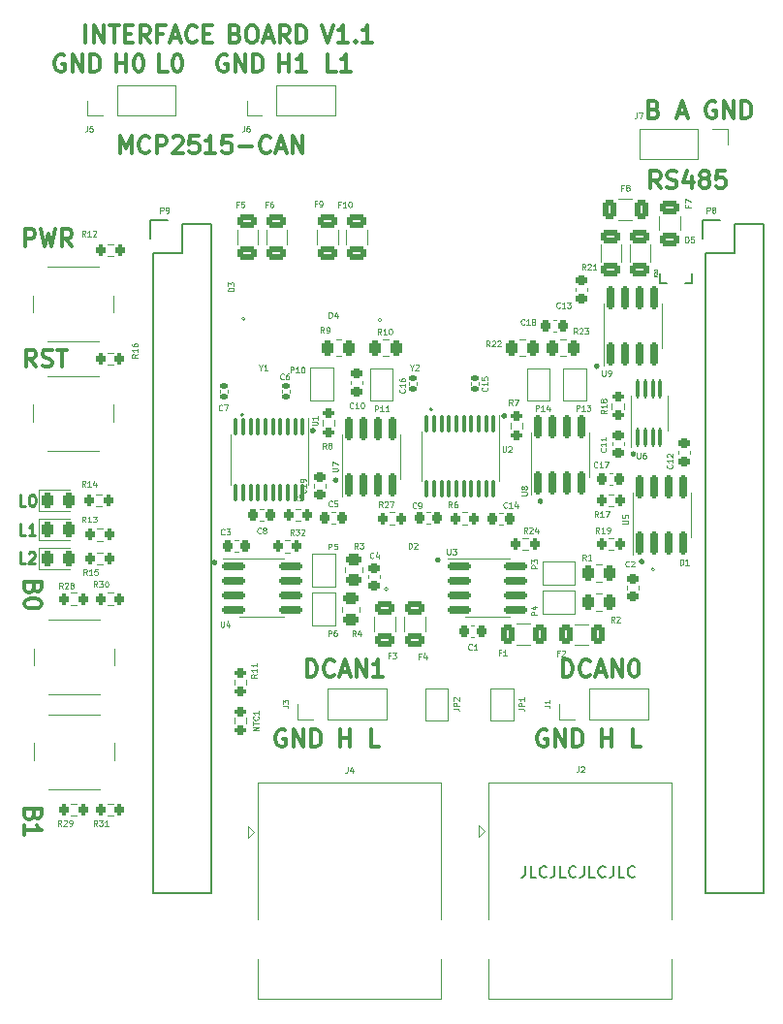
<source format=gbr>
%TF.GenerationSoftware,KiCad,Pcbnew,(7.0.0)*%
%TF.CreationDate,2023-02-19T15:54:43+01:00*%
%TF.ProjectId,bbb-can-bus-cape,6262622d-6361-46e2-9d62-75732d636170,rev?*%
%TF.SameCoordinates,Original*%
%TF.FileFunction,Legend,Top*%
%TF.FilePolarity,Positive*%
%FSLAX46Y46*%
G04 Gerber Fmt 4.6, Leading zero omitted, Abs format (unit mm)*
G04 Created by KiCad (PCBNEW (7.0.0)) date 2023-02-19 15:54:43*
%MOMM*%
%LPD*%
G01*
G04 APERTURE LIST*
G04 Aperture macros list*
%AMRoundRect*
0 Rectangle with rounded corners*
0 $1 Rounding radius*
0 $2 $3 $4 $5 $6 $7 $8 $9 X,Y pos of 4 corners*
0 Add a 4 corners polygon primitive as box body*
4,1,4,$2,$3,$4,$5,$6,$7,$8,$9,$2,$3,0*
0 Add four circle primitives for the rounded corners*
1,1,$1+$1,$2,$3*
1,1,$1+$1,$4,$5*
1,1,$1+$1,$6,$7*
1,1,$1+$1,$8,$9*
0 Add four rect primitives between the rounded corners*
20,1,$1+$1,$2,$3,$4,$5,0*
20,1,$1+$1,$4,$5,$6,$7,0*
20,1,$1+$1,$6,$7,$8,$9,0*
20,1,$1+$1,$8,$9,$2,$3,0*%
%AMFreePoly0*
4,1,6,1.000000,0.000000,0.500000,-0.750000,-0.500000,-0.750000,-0.500000,0.750000,0.500000,0.750000,1.000000,0.000000,1.000000,0.000000,$1*%
%AMFreePoly1*
4,1,6,0.500000,-0.750000,-0.650000,-0.750000,-0.150000,0.000000,-0.650000,0.750000,0.500000,0.750000,0.500000,-0.750000,0.500000,-0.750000,$1*%
G04 Aperture macros list end*
%ADD10C,0.150000*%
%ADD11C,0.500000*%
%ADD12C,0.300000*%
%ADD13C,0.250000*%
%ADD14C,0.125000*%
%ADD15C,0.062500*%
%ADD16C,0.120000*%
%ADD17C,0.050000*%
%ADD18C,0.200000*%
%ADD19C,0.203200*%
%ADD20R,1.727200X1.727200*%
%ADD21O,1.727200X1.727200*%
%ADD22C,3.250000*%
%ADD23R,1.500000X1.500000*%
%ADD24C,1.500000*%
%ADD25C,3.000000*%
%ADD26RoundRect,0.140000X-0.170000X0.140000X-0.170000X-0.140000X0.170000X-0.140000X0.170000X0.140000X0*%
%ADD27R,1.000000X0.600000*%
%ADD28RoundRect,0.250000X0.625000X-0.312500X0.625000X0.312500X-0.625000X0.312500X-0.625000X-0.312500X0*%
%ADD29RoundRect,0.225000X0.225000X0.250000X-0.225000X0.250000X-0.225000X-0.250000X0.225000X-0.250000X0*%
%ADD30R,1.000000X1.500000*%
%ADD31R,1.500000X1.000000*%
%ADD32RoundRect,0.100000X-0.100000X0.637500X-0.100000X-0.637500X0.100000X-0.637500X0.100000X0.637500X0*%
%ADD33RoundRect,0.250000X-0.450000X0.262500X-0.450000X-0.262500X0.450000X-0.262500X0.450000X0.262500X0*%
%ADD34RoundRect,0.225000X-0.250000X0.225000X-0.250000X-0.225000X0.250000X-0.225000X0.250000X0.225000X0*%
%ADD35RoundRect,0.200000X0.200000X0.275000X-0.200000X0.275000X-0.200000X-0.275000X0.200000X-0.275000X0*%
%ADD36R,1.700000X1.700000*%
%ADD37O,1.700000X1.700000*%
%ADD38RoundRect,0.250000X-0.375000X-0.625000X0.375000X-0.625000X0.375000X0.625000X-0.375000X0.625000X0*%
%ADD39RoundRect,0.200000X-0.200000X-0.275000X0.200000X-0.275000X0.200000X0.275000X-0.200000X0.275000X0*%
%ADD40RoundRect,0.200000X-0.275000X0.200000X-0.275000X-0.200000X0.275000X-0.200000X0.275000X0.200000X0*%
%ADD41FreePoly0,270.000000*%
%ADD42FreePoly1,270.000000*%
%ADD43RoundRect,0.100000X0.100000X-0.712500X0.100000X0.712500X-0.100000X0.712500X-0.100000X-0.712500X0*%
%ADD44RoundRect,0.250000X0.625000X-0.375000X0.625000X0.375000X-0.625000X0.375000X-0.625000X-0.375000X0*%
%ADD45RoundRect,0.200000X0.275000X-0.200000X0.275000X0.200000X-0.275000X0.200000X-0.275000X-0.200000X0*%
%ADD46RoundRect,0.150000X-0.825000X-0.150000X0.825000X-0.150000X0.825000X0.150000X-0.825000X0.150000X0*%
%ADD47RoundRect,0.225000X0.250000X-0.225000X0.250000X0.225000X-0.250000X0.225000X-0.250000X-0.225000X0*%
%ADD48RoundRect,0.250000X-0.262500X-0.450000X0.262500X-0.450000X0.262500X0.450000X-0.262500X0.450000X0*%
%ADD49RoundRect,0.243750X-0.243750X-0.456250X0.243750X-0.456250X0.243750X0.456250X-0.243750X0.456250X0*%
%ADD50R,0.600000X1.000000*%
%ADD51RoundRect,0.225000X-0.225000X-0.250000X0.225000X-0.250000X0.225000X0.250000X-0.225000X0.250000X0*%
%ADD52RoundRect,0.250000X-0.625000X0.375000X-0.625000X-0.375000X0.625000X-0.375000X0.625000X0.375000X0*%
%ADD53RoundRect,0.150000X0.150000X-0.825000X0.150000X0.825000X-0.150000X0.825000X-0.150000X-0.825000X0*%
%ADD54RoundRect,0.140000X0.170000X-0.140000X0.170000X0.140000X-0.170000X0.140000X-0.170000X-0.140000X0*%
%ADD55C,2.000000*%
%ADD56R,1.400000X1.200000*%
%ADD57RoundRect,0.250000X0.262500X0.450000X-0.262500X0.450000X-0.262500X-0.450000X0.262500X-0.450000X0*%
%ADD58R,0.800000X0.900000*%
G04 APERTURE END LIST*
D10*
X147617909Y-117206780D02*
X147617909Y-117921066D01*
X147617909Y-117921066D02*
X147570290Y-118063923D01*
X147570290Y-118063923D02*
X147475052Y-118159161D01*
X147475052Y-118159161D02*
X147332195Y-118206780D01*
X147332195Y-118206780D02*
X147236957Y-118206780D01*
X148570290Y-118206780D02*
X148094100Y-118206780D01*
X148094100Y-118206780D02*
X148094100Y-117206780D01*
X149475052Y-118111542D02*
X149427433Y-118159161D01*
X149427433Y-118159161D02*
X149284576Y-118206780D01*
X149284576Y-118206780D02*
X149189338Y-118206780D01*
X149189338Y-118206780D02*
X149046481Y-118159161D01*
X149046481Y-118159161D02*
X148951243Y-118063923D01*
X148951243Y-118063923D02*
X148903624Y-117968685D01*
X148903624Y-117968685D02*
X148856005Y-117778209D01*
X148856005Y-117778209D02*
X148856005Y-117635352D01*
X148856005Y-117635352D02*
X148903624Y-117444876D01*
X148903624Y-117444876D02*
X148951243Y-117349638D01*
X148951243Y-117349638D02*
X149046481Y-117254400D01*
X149046481Y-117254400D02*
X149189338Y-117206780D01*
X149189338Y-117206780D02*
X149284576Y-117206780D01*
X149284576Y-117206780D02*
X149427433Y-117254400D01*
X149427433Y-117254400D02*
X149475052Y-117302019D01*
X150189338Y-117206780D02*
X150189338Y-117921066D01*
X150189338Y-117921066D02*
X150141719Y-118063923D01*
X150141719Y-118063923D02*
X150046481Y-118159161D01*
X150046481Y-118159161D02*
X149903624Y-118206780D01*
X149903624Y-118206780D02*
X149808386Y-118206780D01*
X151141719Y-118206780D02*
X150665529Y-118206780D01*
X150665529Y-118206780D02*
X150665529Y-117206780D01*
X152046481Y-118111542D02*
X151998862Y-118159161D01*
X151998862Y-118159161D02*
X151856005Y-118206780D01*
X151856005Y-118206780D02*
X151760767Y-118206780D01*
X151760767Y-118206780D02*
X151617910Y-118159161D01*
X151617910Y-118159161D02*
X151522672Y-118063923D01*
X151522672Y-118063923D02*
X151475053Y-117968685D01*
X151475053Y-117968685D02*
X151427434Y-117778209D01*
X151427434Y-117778209D02*
X151427434Y-117635352D01*
X151427434Y-117635352D02*
X151475053Y-117444876D01*
X151475053Y-117444876D02*
X151522672Y-117349638D01*
X151522672Y-117349638D02*
X151617910Y-117254400D01*
X151617910Y-117254400D02*
X151760767Y-117206780D01*
X151760767Y-117206780D02*
X151856005Y-117206780D01*
X151856005Y-117206780D02*
X151998862Y-117254400D01*
X151998862Y-117254400D02*
X152046481Y-117302019D01*
X152760767Y-117206780D02*
X152760767Y-117921066D01*
X152760767Y-117921066D02*
X152713148Y-118063923D01*
X152713148Y-118063923D02*
X152617910Y-118159161D01*
X152617910Y-118159161D02*
X152475053Y-118206780D01*
X152475053Y-118206780D02*
X152379815Y-118206780D01*
X153713148Y-118206780D02*
X153236958Y-118206780D01*
X153236958Y-118206780D02*
X153236958Y-117206780D01*
X154617910Y-118111542D02*
X154570291Y-118159161D01*
X154570291Y-118159161D02*
X154427434Y-118206780D01*
X154427434Y-118206780D02*
X154332196Y-118206780D01*
X154332196Y-118206780D02*
X154189339Y-118159161D01*
X154189339Y-118159161D02*
X154094101Y-118063923D01*
X154094101Y-118063923D02*
X154046482Y-117968685D01*
X154046482Y-117968685D02*
X153998863Y-117778209D01*
X153998863Y-117778209D02*
X153998863Y-117635352D01*
X153998863Y-117635352D02*
X154046482Y-117444876D01*
X154046482Y-117444876D02*
X154094101Y-117349638D01*
X154094101Y-117349638D02*
X154189339Y-117254400D01*
X154189339Y-117254400D02*
X154332196Y-117206780D01*
X154332196Y-117206780D02*
X154427434Y-117206780D01*
X154427434Y-117206780D02*
X154570291Y-117254400D01*
X154570291Y-117254400D02*
X154617910Y-117302019D01*
X155332196Y-117206780D02*
X155332196Y-117921066D01*
X155332196Y-117921066D02*
X155284577Y-118063923D01*
X155284577Y-118063923D02*
X155189339Y-118159161D01*
X155189339Y-118159161D02*
X155046482Y-118206780D01*
X155046482Y-118206780D02*
X154951244Y-118206780D01*
X156284577Y-118206780D02*
X155808387Y-118206780D01*
X155808387Y-118206780D02*
X155808387Y-117206780D01*
X157189339Y-118111542D02*
X157141720Y-118159161D01*
X157141720Y-118159161D02*
X156998863Y-118206780D01*
X156998863Y-118206780D02*
X156903625Y-118206780D01*
X156903625Y-118206780D02*
X156760768Y-118159161D01*
X156760768Y-118159161D02*
X156665530Y-118063923D01*
X156665530Y-118063923D02*
X156617911Y-117968685D01*
X156617911Y-117968685D02*
X156570292Y-117778209D01*
X156570292Y-117778209D02*
X156570292Y-117635352D01*
X156570292Y-117635352D02*
X156617911Y-117444876D01*
X156617911Y-117444876D02*
X156665530Y-117349638D01*
X156665530Y-117349638D02*
X156760768Y-117254400D01*
X156760768Y-117254400D02*
X156903625Y-117206780D01*
X156903625Y-117206780D02*
X156998863Y-117206780D01*
X156998863Y-117206780D02*
X157141720Y-117254400D01*
X157141720Y-117254400D02*
X157189339Y-117302019D01*
D11*
X157054979Y-81229381D02*
G75*
G03*
X157054979Y-81229381I-1J0D01*
G01*
X148937811Y-85349624D02*
G75*
G03*
X148937811Y-85349624I-1J0D01*
G01*
X153865153Y-73558592D02*
G75*
G03*
X153865153Y-73558592I-1J0D01*
G01*
X145773660Y-77897096D02*
G75*
G03*
X145773660Y-77897096I-1J0D01*
G01*
X157783969Y-90613720D02*
G75*
G03*
X157783969Y-90613720I-1J0D01*
G01*
X129053379Y-79184970D02*
G75*
G03*
X129053379Y-79184970I-1J0D01*
G01*
X139982101Y-90484400D02*
G75*
G03*
X139982101Y-90484400I-1J0D01*
G01*
X131047743Y-83512226D02*
G75*
G03*
X131047743Y-83512226I-1J0D01*
G01*
X120457951Y-90700126D02*
G75*
G03*
X120457951Y-90700126I-1J0D01*
G01*
D12*
X107343243Y-46426900D02*
X107200386Y-46355471D01*
X107200386Y-46355471D02*
X106986100Y-46355471D01*
X106986100Y-46355471D02*
X106771814Y-46426900D01*
X106771814Y-46426900D02*
X106628957Y-46569757D01*
X106628957Y-46569757D02*
X106557528Y-46712614D01*
X106557528Y-46712614D02*
X106486100Y-46998328D01*
X106486100Y-46998328D02*
X106486100Y-47212614D01*
X106486100Y-47212614D02*
X106557528Y-47498328D01*
X106557528Y-47498328D02*
X106628957Y-47641185D01*
X106628957Y-47641185D02*
X106771814Y-47784042D01*
X106771814Y-47784042D02*
X106986100Y-47855471D01*
X106986100Y-47855471D02*
X107128957Y-47855471D01*
X107128957Y-47855471D02*
X107343243Y-47784042D01*
X107343243Y-47784042D02*
X107414671Y-47712614D01*
X107414671Y-47712614D02*
X107414671Y-47212614D01*
X107414671Y-47212614D02*
X107128957Y-47212614D01*
X108057528Y-47855471D02*
X108057528Y-46355471D01*
X108057528Y-46355471D02*
X108914671Y-47855471D01*
X108914671Y-47855471D02*
X108914671Y-46355471D01*
X109628957Y-47855471D02*
X109628957Y-46355471D01*
X109628957Y-46355471D02*
X109986100Y-46355471D01*
X109986100Y-46355471D02*
X110200386Y-46426900D01*
X110200386Y-46426900D02*
X110343243Y-46569757D01*
X110343243Y-46569757D02*
X110414672Y-46712614D01*
X110414672Y-46712614D02*
X110486100Y-46998328D01*
X110486100Y-46998328D02*
X110486100Y-47212614D01*
X110486100Y-47212614D02*
X110414672Y-47498328D01*
X110414672Y-47498328D02*
X110343243Y-47641185D01*
X110343243Y-47641185D02*
X110200386Y-47784042D01*
X110200386Y-47784042D02*
X109986100Y-47855471D01*
X109986100Y-47855471D02*
X109628957Y-47855471D01*
X158885242Y-51133757D02*
X159099528Y-51205185D01*
X159099528Y-51205185D02*
X159170957Y-51276614D01*
X159170957Y-51276614D02*
X159242385Y-51419471D01*
X159242385Y-51419471D02*
X159242385Y-51633757D01*
X159242385Y-51633757D02*
X159170957Y-51776614D01*
X159170957Y-51776614D02*
X159099528Y-51848042D01*
X159099528Y-51848042D02*
X158956671Y-51919471D01*
X158956671Y-51919471D02*
X158385242Y-51919471D01*
X158385242Y-51919471D02*
X158385242Y-50419471D01*
X158385242Y-50419471D02*
X158885242Y-50419471D01*
X158885242Y-50419471D02*
X159028100Y-50490900D01*
X159028100Y-50490900D02*
X159099528Y-50562328D01*
X159099528Y-50562328D02*
X159170957Y-50705185D01*
X159170957Y-50705185D02*
X159170957Y-50848042D01*
X159170957Y-50848042D02*
X159099528Y-50990900D01*
X159099528Y-50990900D02*
X159028100Y-51062328D01*
X159028100Y-51062328D02*
X158885242Y-51133757D01*
X158885242Y-51133757D02*
X158385242Y-51133757D01*
X159433243Y-58015471D02*
X158933243Y-57301185D01*
X158576100Y-58015471D02*
X158576100Y-56515471D01*
X158576100Y-56515471D02*
X159147529Y-56515471D01*
X159147529Y-56515471D02*
X159290386Y-56586900D01*
X159290386Y-56586900D02*
X159361815Y-56658328D01*
X159361815Y-56658328D02*
X159433243Y-56801185D01*
X159433243Y-56801185D02*
X159433243Y-57015471D01*
X159433243Y-57015471D02*
X159361815Y-57158328D01*
X159361815Y-57158328D02*
X159290386Y-57229757D01*
X159290386Y-57229757D02*
X159147529Y-57301185D01*
X159147529Y-57301185D02*
X158576100Y-57301185D01*
X160004672Y-57944042D02*
X160218958Y-58015471D01*
X160218958Y-58015471D02*
X160576100Y-58015471D01*
X160576100Y-58015471D02*
X160718958Y-57944042D01*
X160718958Y-57944042D02*
X160790386Y-57872614D01*
X160790386Y-57872614D02*
X160861815Y-57729757D01*
X160861815Y-57729757D02*
X160861815Y-57586900D01*
X160861815Y-57586900D02*
X160790386Y-57444042D01*
X160790386Y-57444042D02*
X160718958Y-57372614D01*
X160718958Y-57372614D02*
X160576100Y-57301185D01*
X160576100Y-57301185D02*
X160290386Y-57229757D01*
X160290386Y-57229757D02*
X160147529Y-57158328D01*
X160147529Y-57158328D02*
X160076100Y-57086900D01*
X160076100Y-57086900D02*
X160004672Y-56944042D01*
X160004672Y-56944042D02*
X160004672Y-56801185D01*
X160004672Y-56801185D02*
X160076100Y-56658328D01*
X160076100Y-56658328D02*
X160147529Y-56586900D01*
X160147529Y-56586900D02*
X160290386Y-56515471D01*
X160290386Y-56515471D02*
X160647529Y-56515471D01*
X160647529Y-56515471D02*
X160861815Y-56586900D01*
X162147529Y-57015471D02*
X162147529Y-58015471D01*
X161790386Y-56444042D02*
X161433243Y-57515471D01*
X161433243Y-57515471D02*
X162361814Y-57515471D01*
X163147528Y-57158328D02*
X163004671Y-57086900D01*
X163004671Y-57086900D02*
X162933242Y-57015471D01*
X162933242Y-57015471D02*
X162861814Y-56872614D01*
X162861814Y-56872614D02*
X162861814Y-56801185D01*
X162861814Y-56801185D02*
X162933242Y-56658328D01*
X162933242Y-56658328D02*
X163004671Y-56586900D01*
X163004671Y-56586900D02*
X163147528Y-56515471D01*
X163147528Y-56515471D02*
X163433242Y-56515471D01*
X163433242Y-56515471D02*
X163576100Y-56586900D01*
X163576100Y-56586900D02*
X163647528Y-56658328D01*
X163647528Y-56658328D02*
X163718957Y-56801185D01*
X163718957Y-56801185D02*
X163718957Y-56872614D01*
X163718957Y-56872614D02*
X163647528Y-57015471D01*
X163647528Y-57015471D02*
X163576100Y-57086900D01*
X163576100Y-57086900D02*
X163433242Y-57158328D01*
X163433242Y-57158328D02*
X163147528Y-57158328D01*
X163147528Y-57158328D02*
X163004671Y-57229757D01*
X163004671Y-57229757D02*
X162933242Y-57301185D01*
X162933242Y-57301185D02*
X162861814Y-57444042D01*
X162861814Y-57444042D02*
X162861814Y-57729757D01*
X162861814Y-57729757D02*
X162933242Y-57872614D01*
X162933242Y-57872614D02*
X163004671Y-57944042D01*
X163004671Y-57944042D02*
X163147528Y-58015471D01*
X163147528Y-58015471D02*
X163433242Y-58015471D01*
X163433242Y-58015471D02*
X163576100Y-57944042D01*
X163576100Y-57944042D02*
X163647528Y-57872614D01*
X163647528Y-57872614D02*
X163718957Y-57729757D01*
X163718957Y-57729757D02*
X163718957Y-57444042D01*
X163718957Y-57444042D02*
X163647528Y-57301185D01*
X163647528Y-57301185D02*
X163576100Y-57229757D01*
X163576100Y-57229757D02*
X163433242Y-57158328D01*
X165076099Y-56515471D02*
X164361813Y-56515471D01*
X164361813Y-56515471D02*
X164290385Y-57229757D01*
X164290385Y-57229757D02*
X164361813Y-57158328D01*
X164361813Y-57158328D02*
X164504671Y-57086900D01*
X164504671Y-57086900D02*
X164861813Y-57086900D01*
X164861813Y-57086900D02*
X165004671Y-57158328D01*
X165004671Y-57158328D02*
X165076099Y-57229757D01*
X165076099Y-57229757D02*
X165147528Y-57372614D01*
X165147528Y-57372614D02*
X165147528Y-57729757D01*
X165147528Y-57729757D02*
X165076099Y-57872614D01*
X165076099Y-57872614D02*
X165004671Y-57944042D01*
X165004671Y-57944042D02*
X164861813Y-58015471D01*
X164861813Y-58015471D02*
X164504671Y-58015471D01*
X164504671Y-58015471D02*
X164361813Y-57944042D01*
X164361813Y-57944042D02*
X164290385Y-57872614D01*
X160960957Y-51490900D02*
X161675243Y-51490900D01*
X160818100Y-51919471D02*
X161318100Y-50419471D01*
X161318100Y-50419471D02*
X161818100Y-51919471D01*
X157718385Y-106783471D02*
X157004099Y-106783471D01*
X157004099Y-106783471D02*
X157004099Y-105283471D01*
D13*
X103957172Y-88323867D02*
X103480982Y-88323867D01*
X103480982Y-88323867D02*
X103480982Y-87323867D01*
X104814315Y-88323867D02*
X104242887Y-88323867D01*
X104528601Y-88323867D02*
X104528601Y-87323867D01*
X104528601Y-87323867D02*
X104433363Y-87466725D01*
X104433363Y-87466725D02*
X104338125Y-87561963D01*
X104338125Y-87561963D02*
X104242887Y-87609582D01*
D12*
X126139242Y-47855471D02*
X126139242Y-46355471D01*
X126139242Y-47069757D02*
X126996385Y-47069757D01*
X126996385Y-47855471D02*
X126996385Y-46355471D01*
X128496386Y-47855471D02*
X127639243Y-47855471D01*
X128067814Y-47855471D02*
X128067814Y-46355471D01*
X128067814Y-46355471D02*
X127924957Y-46569757D01*
X127924957Y-46569757D02*
X127782100Y-46712614D01*
X127782100Y-46712614D02*
X127639243Y-46784042D01*
X121567243Y-46426900D02*
X121424386Y-46355471D01*
X121424386Y-46355471D02*
X121210100Y-46355471D01*
X121210100Y-46355471D02*
X120995814Y-46426900D01*
X120995814Y-46426900D02*
X120852957Y-46569757D01*
X120852957Y-46569757D02*
X120781528Y-46712614D01*
X120781528Y-46712614D02*
X120710100Y-46998328D01*
X120710100Y-46998328D02*
X120710100Y-47212614D01*
X120710100Y-47212614D02*
X120781528Y-47498328D01*
X120781528Y-47498328D02*
X120852957Y-47641185D01*
X120852957Y-47641185D02*
X120995814Y-47784042D01*
X120995814Y-47784042D02*
X121210100Y-47855471D01*
X121210100Y-47855471D02*
X121352957Y-47855471D01*
X121352957Y-47855471D02*
X121567243Y-47784042D01*
X121567243Y-47784042D02*
X121638671Y-47712614D01*
X121638671Y-47712614D02*
X121638671Y-47212614D01*
X121638671Y-47212614D02*
X121352957Y-47212614D01*
X122281528Y-47855471D02*
X122281528Y-46355471D01*
X122281528Y-46355471D02*
X123138671Y-47855471D01*
X123138671Y-47855471D02*
X123138671Y-46355471D01*
X123852957Y-47855471D02*
X123852957Y-46355471D01*
X123852957Y-46355471D02*
X124210100Y-46355471D01*
X124210100Y-46355471D02*
X124424386Y-46426900D01*
X124424386Y-46426900D02*
X124567243Y-46569757D01*
X124567243Y-46569757D02*
X124638672Y-46712614D01*
X124638672Y-46712614D02*
X124710100Y-46998328D01*
X124710100Y-46998328D02*
X124710100Y-47212614D01*
X124710100Y-47212614D02*
X124638672Y-47498328D01*
X124638672Y-47498328D02*
X124567243Y-47641185D01*
X124567243Y-47641185D02*
X124424386Y-47784042D01*
X124424386Y-47784042D02*
X124210100Y-47855471D01*
X124210100Y-47855471D02*
X123852957Y-47855471D01*
X149507243Y-105354900D02*
X149364386Y-105283471D01*
X149364386Y-105283471D02*
X149150100Y-105283471D01*
X149150100Y-105283471D02*
X148935814Y-105354900D01*
X148935814Y-105354900D02*
X148792957Y-105497757D01*
X148792957Y-105497757D02*
X148721528Y-105640614D01*
X148721528Y-105640614D02*
X148650100Y-105926328D01*
X148650100Y-105926328D02*
X148650100Y-106140614D01*
X148650100Y-106140614D02*
X148721528Y-106426328D01*
X148721528Y-106426328D02*
X148792957Y-106569185D01*
X148792957Y-106569185D02*
X148935814Y-106712042D01*
X148935814Y-106712042D02*
X149150100Y-106783471D01*
X149150100Y-106783471D02*
X149292957Y-106783471D01*
X149292957Y-106783471D02*
X149507243Y-106712042D01*
X149507243Y-106712042D02*
X149578671Y-106640614D01*
X149578671Y-106640614D02*
X149578671Y-106140614D01*
X149578671Y-106140614D02*
X149292957Y-106140614D01*
X150221528Y-106783471D02*
X150221528Y-105283471D01*
X150221528Y-105283471D02*
X151078671Y-106783471D01*
X151078671Y-106783471D02*
X151078671Y-105283471D01*
X151792957Y-106783471D02*
X151792957Y-105283471D01*
X151792957Y-105283471D02*
X152150100Y-105283471D01*
X152150100Y-105283471D02*
X152364386Y-105354900D01*
X152364386Y-105354900D02*
X152507243Y-105497757D01*
X152507243Y-105497757D02*
X152578672Y-105640614D01*
X152578672Y-105640614D02*
X152650100Y-105926328D01*
X152650100Y-105926328D02*
X152650100Y-106140614D01*
X152650100Y-106140614D02*
X152578672Y-106426328D01*
X152578672Y-106426328D02*
X152507243Y-106569185D01*
X152507243Y-106569185D02*
X152364386Y-106712042D01*
X152364386Y-106712042D02*
X152150100Y-106783471D01*
X152150100Y-106783471D02*
X151792957Y-106783471D01*
X131425528Y-106783471D02*
X131425528Y-105283471D01*
X131425528Y-105997757D02*
X132282671Y-105997757D01*
X132282671Y-106783471D02*
X132282671Y-105283471D01*
X116364100Y-47855471D02*
X115649814Y-47855471D01*
X115649814Y-47855471D02*
X115649814Y-46355471D01*
X117149815Y-46355471D02*
X117292672Y-46355471D01*
X117292672Y-46355471D02*
X117435529Y-46426900D01*
X117435529Y-46426900D02*
X117506958Y-46498328D01*
X117506958Y-46498328D02*
X117578386Y-46641185D01*
X117578386Y-46641185D02*
X117649815Y-46926900D01*
X117649815Y-46926900D02*
X117649815Y-47284042D01*
X117649815Y-47284042D02*
X117578386Y-47569757D01*
X117578386Y-47569757D02*
X117506958Y-47712614D01*
X117506958Y-47712614D02*
X117435529Y-47784042D01*
X117435529Y-47784042D02*
X117292672Y-47855471D01*
X117292672Y-47855471D02*
X117149815Y-47855471D01*
X117149815Y-47855471D02*
X117006958Y-47784042D01*
X117006958Y-47784042D02*
X116935529Y-47712614D01*
X116935529Y-47712614D02*
X116864100Y-47569757D01*
X116864100Y-47569757D02*
X116792672Y-47284042D01*
X116792672Y-47284042D02*
X116792672Y-46926900D01*
X116792672Y-46926900D02*
X116864100Y-46641185D01*
X116864100Y-46641185D02*
X116935529Y-46498328D01*
X116935529Y-46498328D02*
X117006958Y-46426900D01*
X117006958Y-46426900D02*
X117149815Y-46355471D01*
X112205814Y-54967471D02*
X112205814Y-53467471D01*
X112205814Y-53467471D02*
X112705814Y-54538900D01*
X112705814Y-54538900D02*
X113205814Y-53467471D01*
X113205814Y-53467471D02*
X113205814Y-54967471D01*
X114777243Y-54824614D02*
X114705815Y-54896042D01*
X114705815Y-54896042D02*
X114491529Y-54967471D01*
X114491529Y-54967471D02*
X114348672Y-54967471D01*
X114348672Y-54967471D02*
X114134386Y-54896042D01*
X114134386Y-54896042D02*
X113991529Y-54753185D01*
X113991529Y-54753185D02*
X113920100Y-54610328D01*
X113920100Y-54610328D02*
X113848672Y-54324614D01*
X113848672Y-54324614D02*
X113848672Y-54110328D01*
X113848672Y-54110328D02*
X113920100Y-53824614D01*
X113920100Y-53824614D02*
X113991529Y-53681757D01*
X113991529Y-53681757D02*
X114134386Y-53538900D01*
X114134386Y-53538900D02*
X114348672Y-53467471D01*
X114348672Y-53467471D02*
X114491529Y-53467471D01*
X114491529Y-53467471D02*
X114705815Y-53538900D01*
X114705815Y-53538900D02*
X114777243Y-53610328D01*
X115420100Y-54967471D02*
X115420100Y-53467471D01*
X115420100Y-53467471D02*
X115991529Y-53467471D01*
X115991529Y-53467471D02*
X116134386Y-53538900D01*
X116134386Y-53538900D02*
X116205815Y-53610328D01*
X116205815Y-53610328D02*
X116277243Y-53753185D01*
X116277243Y-53753185D02*
X116277243Y-53967471D01*
X116277243Y-53967471D02*
X116205815Y-54110328D01*
X116205815Y-54110328D02*
X116134386Y-54181757D01*
X116134386Y-54181757D02*
X115991529Y-54253185D01*
X115991529Y-54253185D02*
X115420100Y-54253185D01*
X116848672Y-53610328D02*
X116920100Y-53538900D01*
X116920100Y-53538900D02*
X117062958Y-53467471D01*
X117062958Y-53467471D02*
X117420100Y-53467471D01*
X117420100Y-53467471D02*
X117562958Y-53538900D01*
X117562958Y-53538900D02*
X117634386Y-53610328D01*
X117634386Y-53610328D02*
X117705815Y-53753185D01*
X117705815Y-53753185D02*
X117705815Y-53896042D01*
X117705815Y-53896042D02*
X117634386Y-54110328D01*
X117634386Y-54110328D02*
X116777243Y-54967471D01*
X116777243Y-54967471D02*
X117705815Y-54967471D01*
X119062957Y-53467471D02*
X118348671Y-53467471D01*
X118348671Y-53467471D02*
X118277243Y-54181757D01*
X118277243Y-54181757D02*
X118348671Y-54110328D01*
X118348671Y-54110328D02*
X118491529Y-54038900D01*
X118491529Y-54038900D02*
X118848671Y-54038900D01*
X118848671Y-54038900D02*
X118991529Y-54110328D01*
X118991529Y-54110328D02*
X119062957Y-54181757D01*
X119062957Y-54181757D02*
X119134386Y-54324614D01*
X119134386Y-54324614D02*
X119134386Y-54681757D01*
X119134386Y-54681757D02*
X119062957Y-54824614D01*
X119062957Y-54824614D02*
X118991529Y-54896042D01*
X118991529Y-54896042D02*
X118848671Y-54967471D01*
X118848671Y-54967471D02*
X118491529Y-54967471D01*
X118491529Y-54967471D02*
X118348671Y-54896042D01*
X118348671Y-54896042D02*
X118277243Y-54824614D01*
X120562957Y-54967471D02*
X119705814Y-54967471D01*
X120134385Y-54967471D02*
X120134385Y-53467471D01*
X120134385Y-53467471D02*
X119991528Y-53681757D01*
X119991528Y-53681757D02*
X119848671Y-53824614D01*
X119848671Y-53824614D02*
X119705814Y-53896042D01*
X121920099Y-53467471D02*
X121205813Y-53467471D01*
X121205813Y-53467471D02*
X121134385Y-54181757D01*
X121134385Y-54181757D02*
X121205813Y-54110328D01*
X121205813Y-54110328D02*
X121348671Y-54038900D01*
X121348671Y-54038900D02*
X121705813Y-54038900D01*
X121705813Y-54038900D02*
X121848671Y-54110328D01*
X121848671Y-54110328D02*
X121920099Y-54181757D01*
X121920099Y-54181757D02*
X121991528Y-54324614D01*
X121991528Y-54324614D02*
X121991528Y-54681757D01*
X121991528Y-54681757D02*
X121920099Y-54824614D01*
X121920099Y-54824614D02*
X121848671Y-54896042D01*
X121848671Y-54896042D02*
X121705813Y-54967471D01*
X121705813Y-54967471D02*
X121348671Y-54967471D01*
X121348671Y-54967471D02*
X121205813Y-54896042D01*
X121205813Y-54896042D02*
X121134385Y-54824614D01*
X122634384Y-54396042D02*
X123777242Y-54396042D01*
X125348670Y-54824614D02*
X125277242Y-54896042D01*
X125277242Y-54896042D02*
X125062956Y-54967471D01*
X125062956Y-54967471D02*
X124920099Y-54967471D01*
X124920099Y-54967471D02*
X124705813Y-54896042D01*
X124705813Y-54896042D02*
X124562956Y-54753185D01*
X124562956Y-54753185D02*
X124491527Y-54610328D01*
X124491527Y-54610328D02*
X124420099Y-54324614D01*
X124420099Y-54324614D02*
X124420099Y-54110328D01*
X124420099Y-54110328D02*
X124491527Y-53824614D01*
X124491527Y-53824614D02*
X124562956Y-53681757D01*
X124562956Y-53681757D02*
X124705813Y-53538900D01*
X124705813Y-53538900D02*
X124920099Y-53467471D01*
X124920099Y-53467471D02*
X125062956Y-53467471D01*
X125062956Y-53467471D02*
X125277242Y-53538900D01*
X125277242Y-53538900D02*
X125348670Y-53610328D01*
X125920099Y-54538900D02*
X126634385Y-54538900D01*
X125777242Y-54967471D02*
X126277242Y-53467471D01*
X126277242Y-53467471D02*
X126777242Y-54967471D01*
X127277241Y-54967471D02*
X127277241Y-53467471D01*
X127277241Y-53467471D02*
X128134384Y-54967471D01*
X128134384Y-54967471D02*
X128134384Y-53467471D01*
D13*
X103957172Y-90796585D02*
X103480982Y-90796585D01*
X103480982Y-90796585D02*
X103480982Y-89796585D01*
X104242887Y-89891824D02*
X104290506Y-89844205D01*
X104290506Y-89844205D02*
X104385744Y-89796585D01*
X104385744Y-89796585D02*
X104623839Y-89796585D01*
X104623839Y-89796585D02*
X104719077Y-89844205D01*
X104719077Y-89844205D02*
X104766696Y-89891824D01*
X104766696Y-89891824D02*
X104814315Y-89987062D01*
X104814315Y-89987062D02*
X104814315Y-90082300D01*
X104814315Y-90082300D02*
X104766696Y-90225157D01*
X104766696Y-90225157D02*
X104195268Y-90796585D01*
X104195268Y-90796585D02*
X104814315Y-90796585D01*
D12*
X131096100Y-47855471D02*
X130381814Y-47855471D01*
X130381814Y-47855471D02*
X130381814Y-46355471D01*
X132381815Y-47855471D02*
X131524672Y-47855471D01*
X131953243Y-47855471D02*
X131953243Y-46355471D01*
X131953243Y-46355471D02*
X131810386Y-46569757D01*
X131810386Y-46569757D02*
X131667529Y-46712614D01*
X131667529Y-46712614D02*
X131524672Y-46784042D01*
X109186957Y-45315471D02*
X109186957Y-43815471D01*
X109901243Y-45315471D02*
X109901243Y-43815471D01*
X109901243Y-43815471D02*
X110758386Y-45315471D01*
X110758386Y-45315471D02*
X110758386Y-43815471D01*
X111258387Y-43815471D02*
X112115530Y-43815471D01*
X111686958Y-45315471D02*
X111686958Y-43815471D01*
X112615529Y-44529757D02*
X113115529Y-44529757D01*
X113329815Y-45315471D02*
X112615529Y-45315471D01*
X112615529Y-45315471D02*
X112615529Y-43815471D01*
X112615529Y-43815471D02*
X113329815Y-43815471D01*
X114829815Y-45315471D02*
X114329815Y-44601185D01*
X113972672Y-45315471D02*
X113972672Y-43815471D01*
X113972672Y-43815471D02*
X114544101Y-43815471D01*
X114544101Y-43815471D02*
X114686958Y-43886900D01*
X114686958Y-43886900D02*
X114758387Y-43958328D01*
X114758387Y-43958328D02*
X114829815Y-44101185D01*
X114829815Y-44101185D02*
X114829815Y-44315471D01*
X114829815Y-44315471D02*
X114758387Y-44458328D01*
X114758387Y-44458328D02*
X114686958Y-44529757D01*
X114686958Y-44529757D02*
X114544101Y-44601185D01*
X114544101Y-44601185D02*
X113972672Y-44601185D01*
X115972672Y-44529757D02*
X115472672Y-44529757D01*
X115472672Y-45315471D02*
X115472672Y-43815471D01*
X115472672Y-43815471D02*
X116186958Y-43815471D01*
X116686958Y-44886900D02*
X117401244Y-44886900D01*
X116544101Y-45315471D02*
X117044101Y-43815471D01*
X117044101Y-43815471D02*
X117544101Y-45315471D01*
X118901243Y-45172614D02*
X118829815Y-45244042D01*
X118829815Y-45244042D02*
X118615529Y-45315471D01*
X118615529Y-45315471D02*
X118472672Y-45315471D01*
X118472672Y-45315471D02*
X118258386Y-45244042D01*
X118258386Y-45244042D02*
X118115529Y-45101185D01*
X118115529Y-45101185D02*
X118044100Y-44958328D01*
X118044100Y-44958328D02*
X117972672Y-44672614D01*
X117972672Y-44672614D02*
X117972672Y-44458328D01*
X117972672Y-44458328D02*
X118044100Y-44172614D01*
X118044100Y-44172614D02*
X118115529Y-44029757D01*
X118115529Y-44029757D02*
X118258386Y-43886900D01*
X118258386Y-43886900D02*
X118472672Y-43815471D01*
X118472672Y-43815471D02*
X118615529Y-43815471D01*
X118615529Y-43815471D02*
X118829815Y-43886900D01*
X118829815Y-43886900D02*
X118901243Y-43958328D01*
X119544100Y-44529757D02*
X120044100Y-44529757D01*
X120258386Y-45315471D02*
X119544100Y-45315471D01*
X119544100Y-45315471D02*
X119544100Y-43815471D01*
X119544100Y-43815471D02*
X120258386Y-43815471D01*
X122301243Y-44529757D02*
X122515529Y-44601185D01*
X122515529Y-44601185D02*
X122586958Y-44672614D01*
X122586958Y-44672614D02*
X122658386Y-44815471D01*
X122658386Y-44815471D02*
X122658386Y-45029757D01*
X122658386Y-45029757D02*
X122586958Y-45172614D01*
X122586958Y-45172614D02*
X122515529Y-45244042D01*
X122515529Y-45244042D02*
X122372672Y-45315471D01*
X122372672Y-45315471D02*
X121801243Y-45315471D01*
X121801243Y-45315471D02*
X121801243Y-43815471D01*
X121801243Y-43815471D02*
X122301243Y-43815471D01*
X122301243Y-43815471D02*
X122444101Y-43886900D01*
X122444101Y-43886900D02*
X122515529Y-43958328D01*
X122515529Y-43958328D02*
X122586958Y-44101185D01*
X122586958Y-44101185D02*
X122586958Y-44244042D01*
X122586958Y-44244042D02*
X122515529Y-44386900D01*
X122515529Y-44386900D02*
X122444101Y-44458328D01*
X122444101Y-44458328D02*
X122301243Y-44529757D01*
X122301243Y-44529757D02*
X121801243Y-44529757D01*
X123586958Y-43815471D02*
X123872672Y-43815471D01*
X123872672Y-43815471D02*
X124015529Y-43886900D01*
X124015529Y-43886900D02*
X124158386Y-44029757D01*
X124158386Y-44029757D02*
X124229815Y-44315471D01*
X124229815Y-44315471D02*
X124229815Y-44815471D01*
X124229815Y-44815471D02*
X124158386Y-45101185D01*
X124158386Y-45101185D02*
X124015529Y-45244042D01*
X124015529Y-45244042D02*
X123872672Y-45315471D01*
X123872672Y-45315471D02*
X123586958Y-45315471D01*
X123586958Y-45315471D02*
X123444101Y-45244042D01*
X123444101Y-45244042D02*
X123301243Y-45101185D01*
X123301243Y-45101185D02*
X123229815Y-44815471D01*
X123229815Y-44815471D02*
X123229815Y-44315471D01*
X123229815Y-44315471D02*
X123301243Y-44029757D01*
X123301243Y-44029757D02*
X123444101Y-43886900D01*
X123444101Y-43886900D02*
X123586958Y-43815471D01*
X124801244Y-44886900D02*
X125515530Y-44886900D01*
X124658387Y-45315471D02*
X125158387Y-43815471D01*
X125158387Y-43815471D02*
X125658387Y-45315471D01*
X127015529Y-45315471D02*
X126515529Y-44601185D01*
X126158386Y-45315471D02*
X126158386Y-43815471D01*
X126158386Y-43815471D02*
X126729815Y-43815471D01*
X126729815Y-43815471D02*
X126872672Y-43886900D01*
X126872672Y-43886900D02*
X126944101Y-43958328D01*
X126944101Y-43958328D02*
X127015529Y-44101185D01*
X127015529Y-44101185D02*
X127015529Y-44315471D01*
X127015529Y-44315471D02*
X126944101Y-44458328D01*
X126944101Y-44458328D02*
X126872672Y-44529757D01*
X126872672Y-44529757D02*
X126729815Y-44601185D01*
X126729815Y-44601185D02*
X126158386Y-44601185D01*
X127658386Y-45315471D02*
X127658386Y-43815471D01*
X127658386Y-43815471D02*
X128015529Y-43815471D01*
X128015529Y-43815471D02*
X128229815Y-43886900D01*
X128229815Y-43886900D02*
X128372672Y-44029757D01*
X128372672Y-44029757D02*
X128444101Y-44172614D01*
X128444101Y-44172614D02*
X128515529Y-44458328D01*
X128515529Y-44458328D02*
X128515529Y-44672614D01*
X128515529Y-44672614D02*
X128444101Y-44958328D01*
X128444101Y-44958328D02*
X128372672Y-45101185D01*
X128372672Y-45101185D02*
X128229815Y-45244042D01*
X128229815Y-45244042D02*
X128015529Y-45315471D01*
X128015529Y-45315471D02*
X127658386Y-45315471D01*
X129844101Y-43815471D02*
X130344101Y-45315471D01*
X130344101Y-45315471D02*
X130844101Y-43815471D01*
X132129815Y-45315471D02*
X131272672Y-45315471D01*
X131701243Y-45315471D02*
X131701243Y-43815471D01*
X131701243Y-43815471D02*
X131558386Y-44029757D01*
X131558386Y-44029757D02*
X131415529Y-44172614D01*
X131415529Y-44172614D02*
X131272672Y-44244042D01*
X132772671Y-45172614D02*
X132844100Y-45244042D01*
X132844100Y-45244042D02*
X132772671Y-45315471D01*
X132772671Y-45315471D02*
X132701243Y-45244042D01*
X132701243Y-45244042D02*
X132772671Y-45172614D01*
X132772671Y-45172614D02*
X132772671Y-45315471D01*
X134272672Y-45315471D02*
X133415529Y-45315471D01*
X133844100Y-45315471D02*
X133844100Y-43815471D01*
X133844100Y-43815471D02*
X133701243Y-44029757D01*
X133701243Y-44029757D02*
X133558386Y-44172614D01*
X133558386Y-44172614D02*
X133415529Y-44244042D01*
X104859736Y-73615560D02*
X104359736Y-72901274D01*
X104002593Y-73615560D02*
X104002593Y-72115560D01*
X104002593Y-72115560D02*
X104574022Y-72115560D01*
X104574022Y-72115560D02*
X104716879Y-72186989D01*
X104716879Y-72186989D02*
X104788308Y-72258417D01*
X104788308Y-72258417D02*
X104859736Y-72401274D01*
X104859736Y-72401274D02*
X104859736Y-72615560D01*
X104859736Y-72615560D02*
X104788308Y-72758417D01*
X104788308Y-72758417D02*
X104716879Y-72829846D01*
X104716879Y-72829846D02*
X104574022Y-72901274D01*
X104574022Y-72901274D02*
X104002593Y-72901274D01*
X105431165Y-73544131D02*
X105645451Y-73615560D01*
X105645451Y-73615560D02*
X106002593Y-73615560D01*
X106002593Y-73615560D02*
X106145451Y-73544131D01*
X106145451Y-73544131D02*
X106216879Y-73472703D01*
X106216879Y-73472703D02*
X106288308Y-73329846D01*
X106288308Y-73329846D02*
X106288308Y-73186989D01*
X106288308Y-73186989D02*
X106216879Y-73044131D01*
X106216879Y-73044131D02*
X106145451Y-72972703D01*
X106145451Y-72972703D02*
X106002593Y-72901274D01*
X106002593Y-72901274D02*
X105716879Y-72829846D01*
X105716879Y-72829846D02*
X105574022Y-72758417D01*
X105574022Y-72758417D02*
X105502593Y-72686989D01*
X105502593Y-72686989D02*
X105431165Y-72544131D01*
X105431165Y-72544131D02*
X105431165Y-72401274D01*
X105431165Y-72401274D02*
X105502593Y-72258417D01*
X105502593Y-72258417D02*
X105574022Y-72186989D01*
X105574022Y-72186989D02*
X105716879Y-72115560D01*
X105716879Y-72115560D02*
X106074022Y-72115560D01*
X106074022Y-72115560D02*
X106288308Y-72186989D01*
X106716879Y-72115560D02*
X107574022Y-72115560D01*
X107145450Y-73615560D02*
X107145450Y-72115560D01*
X104656742Y-112737257D02*
X104585314Y-112951543D01*
X104585314Y-112951543D02*
X104513885Y-113022972D01*
X104513885Y-113022972D02*
X104371028Y-113094400D01*
X104371028Y-113094400D02*
X104156742Y-113094400D01*
X104156742Y-113094400D02*
X104013885Y-113022972D01*
X104013885Y-113022972D02*
X103942457Y-112951543D01*
X103942457Y-112951543D02*
X103871028Y-112808686D01*
X103871028Y-112808686D02*
X103871028Y-112237257D01*
X103871028Y-112237257D02*
X105371028Y-112237257D01*
X105371028Y-112237257D02*
X105371028Y-112737257D01*
X105371028Y-112737257D02*
X105299600Y-112880115D01*
X105299600Y-112880115D02*
X105228171Y-112951543D01*
X105228171Y-112951543D02*
X105085314Y-113022972D01*
X105085314Y-113022972D02*
X104942457Y-113022972D01*
X104942457Y-113022972D02*
X104799600Y-112951543D01*
X104799600Y-112951543D02*
X104728171Y-112880115D01*
X104728171Y-112880115D02*
X104656742Y-112737257D01*
X104656742Y-112737257D02*
X104656742Y-112237257D01*
X103871028Y-114522972D02*
X103871028Y-113665829D01*
X103871028Y-114094400D02*
X105371028Y-114094400D01*
X105371028Y-114094400D02*
X105156742Y-113951543D01*
X105156742Y-113951543D02*
X105013885Y-113808686D01*
X105013885Y-113808686D02*
X104942457Y-113665829D01*
X126647243Y-105354900D02*
X126504386Y-105283471D01*
X126504386Y-105283471D02*
X126290100Y-105283471D01*
X126290100Y-105283471D02*
X126075814Y-105354900D01*
X126075814Y-105354900D02*
X125932957Y-105497757D01*
X125932957Y-105497757D02*
X125861528Y-105640614D01*
X125861528Y-105640614D02*
X125790100Y-105926328D01*
X125790100Y-105926328D02*
X125790100Y-106140614D01*
X125790100Y-106140614D02*
X125861528Y-106426328D01*
X125861528Y-106426328D02*
X125932957Y-106569185D01*
X125932957Y-106569185D02*
X126075814Y-106712042D01*
X126075814Y-106712042D02*
X126290100Y-106783471D01*
X126290100Y-106783471D02*
X126432957Y-106783471D01*
X126432957Y-106783471D02*
X126647243Y-106712042D01*
X126647243Y-106712042D02*
X126718671Y-106640614D01*
X126718671Y-106640614D02*
X126718671Y-106140614D01*
X126718671Y-106140614D02*
X126432957Y-106140614D01*
X127361528Y-106783471D02*
X127361528Y-105283471D01*
X127361528Y-105283471D02*
X128218671Y-106783471D01*
X128218671Y-106783471D02*
X128218671Y-105283471D01*
X128932957Y-106783471D02*
X128932957Y-105283471D01*
X128932957Y-105283471D02*
X129290100Y-105283471D01*
X129290100Y-105283471D02*
X129504386Y-105354900D01*
X129504386Y-105354900D02*
X129647243Y-105497757D01*
X129647243Y-105497757D02*
X129718672Y-105640614D01*
X129718672Y-105640614D02*
X129790100Y-105926328D01*
X129790100Y-105926328D02*
X129790100Y-106140614D01*
X129790100Y-106140614D02*
X129718672Y-106426328D01*
X129718672Y-106426328D02*
X129647243Y-106569185D01*
X129647243Y-106569185D02*
X129504386Y-106712042D01*
X129504386Y-106712042D02*
X129290100Y-106783471D01*
X129290100Y-106783471D02*
X128932957Y-106783471D01*
X103946099Y-63095471D02*
X103946099Y-61595471D01*
X103946099Y-61595471D02*
X104517528Y-61595471D01*
X104517528Y-61595471D02*
X104660385Y-61666900D01*
X104660385Y-61666900D02*
X104731814Y-61738328D01*
X104731814Y-61738328D02*
X104803242Y-61881185D01*
X104803242Y-61881185D02*
X104803242Y-62095471D01*
X104803242Y-62095471D02*
X104731814Y-62238328D01*
X104731814Y-62238328D02*
X104660385Y-62309757D01*
X104660385Y-62309757D02*
X104517528Y-62381185D01*
X104517528Y-62381185D02*
X103946099Y-62381185D01*
X105303242Y-61595471D02*
X105660385Y-63095471D01*
X105660385Y-63095471D02*
X105946099Y-62024042D01*
X105946099Y-62024042D02*
X106231814Y-63095471D01*
X106231814Y-63095471D02*
X106588957Y-61595471D01*
X108017528Y-63095471D02*
X107517528Y-62381185D01*
X107160385Y-63095471D02*
X107160385Y-61595471D01*
X107160385Y-61595471D02*
X107731814Y-61595471D01*
X107731814Y-61595471D02*
X107874671Y-61666900D01*
X107874671Y-61666900D02*
X107946100Y-61738328D01*
X107946100Y-61738328D02*
X108017528Y-61881185D01*
X108017528Y-61881185D02*
X108017528Y-62095471D01*
X108017528Y-62095471D02*
X107946100Y-62238328D01*
X107946100Y-62238328D02*
X107874671Y-62309757D01*
X107874671Y-62309757D02*
X107731814Y-62381185D01*
X107731814Y-62381185D02*
X107160385Y-62381185D01*
X104656742Y-92925257D02*
X104585314Y-93139543D01*
X104585314Y-93139543D02*
X104513885Y-93210972D01*
X104513885Y-93210972D02*
X104371028Y-93282400D01*
X104371028Y-93282400D02*
X104156742Y-93282400D01*
X104156742Y-93282400D02*
X104013885Y-93210972D01*
X104013885Y-93210972D02*
X103942457Y-93139543D01*
X103942457Y-93139543D02*
X103871028Y-92996686D01*
X103871028Y-92996686D02*
X103871028Y-92425257D01*
X103871028Y-92425257D02*
X105371028Y-92425257D01*
X105371028Y-92425257D02*
X105371028Y-92925257D01*
X105371028Y-92925257D02*
X105299600Y-93068115D01*
X105299600Y-93068115D02*
X105228171Y-93139543D01*
X105228171Y-93139543D02*
X105085314Y-93210972D01*
X105085314Y-93210972D02*
X104942457Y-93210972D01*
X104942457Y-93210972D02*
X104799600Y-93139543D01*
X104799600Y-93139543D02*
X104728171Y-93068115D01*
X104728171Y-93068115D02*
X104656742Y-92925257D01*
X104656742Y-92925257D02*
X104656742Y-92425257D01*
X105371028Y-94210972D02*
X105371028Y-94353829D01*
X105371028Y-94353829D02*
X105299600Y-94496686D01*
X105299600Y-94496686D02*
X105228171Y-94568115D01*
X105228171Y-94568115D02*
X105085314Y-94639543D01*
X105085314Y-94639543D02*
X104799600Y-94710972D01*
X104799600Y-94710972D02*
X104442457Y-94710972D01*
X104442457Y-94710972D02*
X104156742Y-94639543D01*
X104156742Y-94639543D02*
X104013885Y-94568115D01*
X104013885Y-94568115D02*
X103942457Y-94496686D01*
X103942457Y-94496686D02*
X103871028Y-94353829D01*
X103871028Y-94353829D02*
X103871028Y-94210972D01*
X103871028Y-94210972D02*
X103942457Y-94068115D01*
X103942457Y-94068115D02*
X104013885Y-93996686D01*
X104013885Y-93996686D02*
X104156742Y-93925257D01*
X104156742Y-93925257D02*
X104442457Y-93853829D01*
X104442457Y-93853829D02*
X104799600Y-93853829D01*
X104799600Y-93853829D02*
X105085314Y-93925257D01*
X105085314Y-93925257D02*
X105228171Y-93996686D01*
X105228171Y-93996686D02*
X105299600Y-94068115D01*
X105299600Y-94068115D02*
X105371028Y-94210972D01*
X111915242Y-47855471D02*
X111915242Y-46355471D01*
X111915242Y-47069757D02*
X112772385Y-47069757D01*
X112772385Y-47855471D02*
X112772385Y-46355471D01*
X113772386Y-46355471D02*
X113915243Y-46355471D01*
X113915243Y-46355471D02*
X114058100Y-46426900D01*
X114058100Y-46426900D02*
X114129529Y-46498328D01*
X114129529Y-46498328D02*
X114200957Y-46641185D01*
X114200957Y-46641185D02*
X114272386Y-46926900D01*
X114272386Y-46926900D02*
X114272386Y-47284042D01*
X114272386Y-47284042D02*
X114200957Y-47569757D01*
X114200957Y-47569757D02*
X114129529Y-47712614D01*
X114129529Y-47712614D02*
X114058100Y-47784042D01*
X114058100Y-47784042D02*
X113915243Y-47855471D01*
X113915243Y-47855471D02*
X113772386Y-47855471D01*
X113772386Y-47855471D02*
X113629529Y-47784042D01*
X113629529Y-47784042D02*
X113558100Y-47712614D01*
X113558100Y-47712614D02*
X113486671Y-47569757D01*
X113486671Y-47569757D02*
X113415243Y-47284042D01*
X113415243Y-47284042D02*
X113415243Y-46926900D01*
X113415243Y-46926900D02*
X113486671Y-46641185D01*
X113486671Y-46641185D02*
X113558100Y-46498328D01*
X113558100Y-46498328D02*
X113629529Y-46426900D01*
X113629529Y-46426900D02*
X113772386Y-46355471D01*
X134858385Y-106783471D02*
X134144099Y-106783471D01*
X134144099Y-106783471D02*
X134144099Y-105283471D01*
X128568385Y-100687471D02*
X128568385Y-99187471D01*
X128568385Y-99187471D02*
X128925528Y-99187471D01*
X128925528Y-99187471D02*
X129139814Y-99258900D01*
X129139814Y-99258900D02*
X129282671Y-99401757D01*
X129282671Y-99401757D02*
X129354100Y-99544614D01*
X129354100Y-99544614D02*
X129425528Y-99830328D01*
X129425528Y-99830328D02*
X129425528Y-100044614D01*
X129425528Y-100044614D02*
X129354100Y-100330328D01*
X129354100Y-100330328D02*
X129282671Y-100473185D01*
X129282671Y-100473185D02*
X129139814Y-100616042D01*
X129139814Y-100616042D02*
X128925528Y-100687471D01*
X128925528Y-100687471D02*
X128568385Y-100687471D01*
X130925528Y-100544614D02*
X130854100Y-100616042D01*
X130854100Y-100616042D02*
X130639814Y-100687471D01*
X130639814Y-100687471D02*
X130496957Y-100687471D01*
X130496957Y-100687471D02*
X130282671Y-100616042D01*
X130282671Y-100616042D02*
X130139814Y-100473185D01*
X130139814Y-100473185D02*
X130068385Y-100330328D01*
X130068385Y-100330328D02*
X129996957Y-100044614D01*
X129996957Y-100044614D02*
X129996957Y-99830328D01*
X129996957Y-99830328D02*
X130068385Y-99544614D01*
X130068385Y-99544614D02*
X130139814Y-99401757D01*
X130139814Y-99401757D02*
X130282671Y-99258900D01*
X130282671Y-99258900D02*
X130496957Y-99187471D01*
X130496957Y-99187471D02*
X130639814Y-99187471D01*
X130639814Y-99187471D02*
X130854100Y-99258900D01*
X130854100Y-99258900D02*
X130925528Y-99330328D01*
X131496957Y-100258900D02*
X132211243Y-100258900D01*
X131354100Y-100687471D02*
X131854100Y-99187471D01*
X131854100Y-99187471D02*
X132354100Y-100687471D01*
X132854099Y-100687471D02*
X132854099Y-99187471D01*
X132854099Y-99187471D02*
X133711242Y-100687471D01*
X133711242Y-100687471D02*
X133711242Y-99187471D01*
X135211243Y-100687471D02*
X134354100Y-100687471D01*
X134782671Y-100687471D02*
X134782671Y-99187471D01*
X134782671Y-99187471D02*
X134639814Y-99401757D01*
X134639814Y-99401757D02*
X134496957Y-99544614D01*
X134496957Y-99544614D02*
X134354100Y-99616042D01*
X154285528Y-106783471D02*
X154285528Y-105283471D01*
X154285528Y-105997757D02*
X155142671Y-105997757D01*
X155142671Y-106783471D02*
X155142671Y-105283471D01*
X150920385Y-100687471D02*
X150920385Y-99187471D01*
X150920385Y-99187471D02*
X151277528Y-99187471D01*
X151277528Y-99187471D02*
X151491814Y-99258900D01*
X151491814Y-99258900D02*
X151634671Y-99401757D01*
X151634671Y-99401757D02*
X151706100Y-99544614D01*
X151706100Y-99544614D02*
X151777528Y-99830328D01*
X151777528Y-99830328D02*
X151777528Y-100044614D01*
X151777528Y-100044614D02*
X151706100Y-100330328D01*
X151706100Y-100330328D02*
X151634671Y-100473185D01*
X151634671Y-100473185D02*
X151491814Y-100616042D01*
X151491814Y-100616042D02*
X151277528Y-100687471D01*
X151277528Y-100687471D02*
X150920385Y-100687471D01*
X153277528Y-100544614D02*
X153206100Y-100616042D01*
X153206100Y-100616042D02*
X152991814Y-100687471D01*
X152991814Y-100687471D02*
X152848957Y-100687471D01*
X152848957Y-100687471D02*
X152634671Y-100616042D01*
X152634671Y-100616042D02*
X152491814Y-100473185D01*
X152491814Y-100473185D02*
X152420385Y-100330328D01*
X152420385Y-100330328D02*
X152348957Y-100044614D01*
X152348957Y-100044614D02*
X152348957Y-99830328D01*
X152348957Y-99830328D02*
X152420385Y-99544614D01*
X152420385Y-99544614D02*
X152491814Y-99401757D01*
X152491814Y-99401757D02*
X152634671Y-99258900D01*
X152634671Y-99258900D02*
X152848957Y-99187471D01*
X152848957Y-99187471D02*
X152991814Y-99187471D01*
X152991814Y-99187471D02*
X153206100Y-99258900D01*
X153206100Y-99258900D02*
X153277528Y-99330328D01*
X153848957Y-100258900D02*
X154563243Y-100258900D01*
X153706100Y-100687471D02*
X154206100Y-99187471D01*
X154206100Y-99187471D02*
X154706100Y-100687471D01*
X155206099Y-100687471D02*
X155206099Y-99187471D01*
X155206099Y-99187471D02*
X156063242Y-100687471D01*
X156063242Y-100687471D02*
X156063242Y-99187471D01*
X157063243Y-99187471D02*
X157206100Y-99187471D01*
X157206100Y-99187471D02*
X157348957Y-99258900D01*
X157348957Y-99258900D02*
X157420386Y-99330328D01*
X157420386Y-99330328D02*
X157491814Y-99473185D01*
X157491814Y-99473185D02*
X157563243Y-99758900D01*
X157563243Y-99758900D02*
X157563243Y-100116042D01*
X157563243Y-100116042D02*
X157491814Y-100401757D01*
X157491814Y-100401757D02*
X157420386Y-100544614D01*
X157420386Y-100544614D02*
X157348957Y-100616042D01*
X157348957Y-100616042D02*
X157206100Y-100687471D01*
X157206100Y-100687471D02*
X157063243Y-100687471D01*
X157063243Y-100687471D02*
X156920386Y-100616042D01*
X156920386Y-100616042D02*
X156848957Y-100544614D01*
X156848957Y-100544614D02*
X156777528Y-100401757D01*
X156777528Y-100401757D02*
X156706100Y-100116042D01*
X156706100Y-100116042D02*
X156706100Y-99758900D01*
X156706100Y-99758900D02*
X156777528Y-99473185D01*
X156777528Y-99473185D02*
X156848957Y-99330328D01*
X156848957Y-99330328D02*
X156920386Y-99258900D01*
X156920386Y-99258900D02*
X157063243Y-99187471D01*
X164239243Y-50490900D02*
X164096386Y-50419471D01*
X164096386Y-50419471D02*
X163882100Y-50419471D01*
X163882100Y-50419471D02*
X163667814Y-50490900D01*
X163667814Y-50490900D02*
X163524957Y-50633757D01*
X163524957Y-50633757D02*
X163453528Y-50776614D01*
X163453528Y-50776614D02*
X163382100Y-51062328D01*
X163382100Y-51062328D02*
X163382100Y-51276614D01*
X163382100Y-51276614D02*
X163453528Y-51562328D01*
X163453528Y-51562328D02*
X163524957Y-51705185D01*
X163524957Y-51705185D02*
X163667814Y-51848042D01*
X163667814Y-51848042D02*
X163882100Y-51919471D01*
X163882100Y-51919471D02*
X164024957Y-51919471D01*
X164024957Y-51919471D02*
X164239243Y-51848042D01*
X164239243Y-51848042D02*
X164310671Y-51776614D01*
X164310671Y-51776614D02*
X164310671Y-51276614D01*
X164310671Y-51276614D02*
X164024957Y-51276614D01*
X164953528Y-51919471D02*
X164953528Y-50419471D01*
X164953528Y-50419471D02*
X165810671Y-51919471D01*
X165810671Y-51919471D02*
X165810671Y-50419471D01*
X166524957Y-51919471D02*
X166524957Y-50419471D01*
X166524957Y-50419471D02*
X166882100Y-50419471D01*
X166882100Y-50419471D02*
X167096386Y-50490900D01*
X167096386Y-50490900D02*
X167239243Y-50633757D01*
X167239243Y-50633757D02*
X167310672Y-50776614D01*
X167310672Y-50776614D02*
X167382100Y-51062328D01*
X167382100Y-51062328D02*
X167382100Y-51276614D01*
X167382100Y-51276614D02*
X167310672Y-51562328D01*
X167310672Y-51562328D02*
X167239243Y-51705185D01*
X167239243Y-51705185D02*
X167096386Y-51848042D01*
X167096386Y-51848042D02*
X166882100Y-51919471D01*
X166882100Y-51919471D02*
X166524957Y-51919471D01*
D13*
X103968211Y-85771780D02*
X103492021Y-85771780D01*
X103492021Y-85771780D02*
X103492021Y-84771780D01*
X104492021Y-84771780D02*
X104587259Y-84771780D01*
X104587259Y-84771780D02*
X104682497Y-84819400D01*
X104682497Y-84819400D02*
X104730116Y-84867019D01*
X104730116Y-84867019D02*
X104777735Y-84962257D01*
X104777735Y-84962257D02*
X104825354Y-85152733D01*
X104825354Y-85152733D02*
X104825354Y-85390828D01*
X104825354Y-85390828D02*
X104777735Y-85581304D01*
X104777735Y-85581304D02*
X104730116Y-85676542D01*
X104730116Y-85676542D02*
X104682497Y-85724161D01*
X104682497Y-85724161D02*
X104587259Y-85771780D01*
X104587259Y-85771780D02*
X104492021Y-85771780D01*
X104492021Y-85771780D02*
X104396783Y-85724161D01*
X104396783Y-85724161D02*
X104349164Y-85676542D01*
X104349164Y-85676542D02*
X104301545Y-85581304D01*
X104301545Y-85581304D02*
X104253926Y-85390828D01*
X104253926Y-85390828D02*
X104253926Y-85152733D01*
X104253926Y-85152733D02*
X104301545Y-84962257D01*
X104301545Y-84962257D02*
X104349164Y-84867019D01*
X104349164Y-84867019D02*
X104396783Y-84819400D01*
X104396783Y-84819400D02*
X104492021Y-84771780D01*
D14*
%TO.C,P8*%
X163489052Y-60188090D02*
X163489052Y-59688090D01*
X163489052Y-59688090D02*
X163679528Y-59688090D01*
X163679528Y-59688090D02*
X163727147Y-59711900D01*
X163727147Y-59711900D02*
X163750957Y-59735709D01*
X163750957Y-59735709D02*
X163774766Y-59783328D01*
X163774766Y-59783328D02*
X163774766Y-59854757D01*
X163774766Y-59854757D02*
X163750957Y-59902376D01*
X163750957Y-59902376D02*
X163727147Y-59926185D01*
X163727147Y-59926185D02*
X163679528Y-59949995D01*
X163679528Y-59949995D02*
X163489052Y-59949995D01*
X164060481Y-59902376D02*
X164012862Y-59878566D01*
X164012862Y-59878566D02*
X163989052Y-59854757D01*
X163989052Y-59854757D02*
X163965243Y-59807138D01*
X163965243Y-59807138D02*
X163965243Y-59783328D01*
X163965243Y-59783328D02*
X163989052Y-59735709D01*
X163989052Y-59735709D02*
X164012862Y-59711900D01*
X164012862Y-59711900D02*
X164060481Y-59688090D01*
X164060481Y-59688090D02*
X164155719Y-59688090D01*
X164155719Y-59688090D02*
X164203338Y-59711900D01*
X164203338Y-59711900D02*
X164227147Y-59735709D01*
X164227147Y-59735709D02*
X164250957Y-59783328D01*
X164250957Y-59783328D02*
X164250957Y-59807138D01*
X164250957Y-59807138D02*
X164227147Y-59854757D01*
X164227147Y-59854757D02*
X164203338Y-59878566D01*
X164203338Y-59878566D02*
X164155719Y-59902376D01*
X164155719Y-59902376D02*
X164060481Y-59902376D01*
X164060481Y-59902376D02*
X164012862Y-59926185D01*
X164012862Y-59926185D02*
X163989052Y-59949995D01*
X163989052Y-59949995D02*
X163965243Y-59997614D01*
X163965243Y-59997614D02*
X163965243Y-60092852D01*
X163965243Y-60092852D02*
X163989052Y-60140471D01*
X163989052Y-60140471D02*
X164012862Y-60164280D01*
X164012862Y-60164280D02*
X164060481Y-60188090D01*
X164060481Y-60188090D02*
X164155719Y-60188090D01*
X164155719Y-60188090D02*
X164203338Y-60164280D01*
X164203338Y-60164280D02*
X164227147Y-60140471D01*
X164227147Y-60140471D02*
X164250957Y-60092852D01*
X164250957Y-60092852D02*
X164250957Y-59997614D01*
X164250957Y-59997614D02*
X164227147Y-59949995D01*
X164227147Y-59949995D02*
X164203338Y-59926185D01*
X164203338Y-59926185D02*
X164155719Y-59902376D01*
%TO.C,P9*%
X115737052Y-60188090D02*
X115737052Y-59688090D01*
X115737052Y-59688090D02*
X115927528Y-59688090D01*
X115927528Y-59688090D02*
X115975147Y-59711900D01*
X115975147Y-59711900D02*
X115998957Y-59735709D01*
X115998957Y-59735709D02*
X116022766Y-59783328D01*
X116022766Y-59783328D02*
X116022766Y-59854757D01*
X116022766Y-59854757D02*
X115998957Y-59902376D01*
X115998957Y-59902376D02*
X115975147Y-59926185D01*
X115975147Y-59926185D02*
X115927528Y-59949995D01*
X115927528Y-59949995D02*
X115737052Y-59949995D01*
X116260862Y-60188090D02*
X116356100Y-60188090D01*
X116356100Y-60188090D02*
X116403719Y-60164280D01*
X116403719Y-60164280D02*
X116427528Y-60140471D01*
X116427528Y-60140471D02*
X116475147Y-60069042D01*
X116475147Y-60069042D02*
X116498957Y-59973804D01*
X116498957Y-59973804D02*
X116498957Y-59783328D01*
X116498957Y-59783328D02*
X116475147Y-59735709D01*
X116475147Y-59735709D02*
X116451338Y-59711900D01*
X116451338Y-59711900D02*
X116403719Y-59688090D01*
X116403719Y-59688090D02*
X116308481Y-59688090D01*
X116308481Y-59688090D02*
X116260862Y-59711900D01*
X116260862Y-59711900D02*
X116237052Y-59735709D01*
X116237052Y-59735709D02*
X116213243Y-59783328D01*
X116213243Y-59783328D02*
X116213243Y-59902376D01*
X116213243Y-59902376D02*
X116237052Y-59949995D01*
X116237052Y-59949995D02*
X116260862Y-59973804D01*
X116260862Y-59973804D02*
X116308481Y-59997614D01*
X116308481Y-59997614D02*
X116403719Y-59997614D01*
X116403719Y-59997614D02*
X116451338Y-59973804D01*
X116451338Y-59973804D02*
X116475147Y-59949995D01*
X116475147Y-59949995D02*
X116498957Y-59902376D01*
%TO.C,J2*%
X152263124Y-108506018D02*
X152263124Y-108863161D01*
X152263124Y-108863161D02*
X152239315Y-108934589D01*
X152239315Y-108934589D02*
X152191696Y-108982208D01*
X152191696Y-108982208D02*
X152120267Y-109006018D01*
X152120267Y-109006018D02*
X152072648Y-109006018D01*
X152477410Y-108553637D02*
X152501219Y-108529828D01*
X152501219Y-108529828D02*
X152548838Y-108506018D01*
X152548838Y-108506018D02*
X152667886Y-108506018D01*
X152667886Y-108506018D02*
X152715505Y-108529828D01*
X152715505Y-108529828D02*
X152739314Y-108553637D01*
X152739314Y-108553637D02*
X152763124Y-108601256D01*
X152763124Y-108601256D02*
X152763124Y-108648875D01*
X152763124Y-108648875D02*
X152739314Y-108720304D01*
X152739314Y-108720304D02*
X152453600Y-109006018D01*
X152453600Y-109006018D02*
X152763124Y-109006018D01*
%TO.C,C15*%
X144275762Y-75427050D02*
X144299571Y-75450859D01*
X144299571Y-75450859D02*
X144323381Y-75522288D01*
X144323381Y-75522288D02*
X144323381Y-75569907D01*
X144323381Y-75569907D02*
X144299571Y-75641335D01*
X144299571Y-75641335D02*
X144251952Y-75688954D01*
X144251952Y-75688954D02*
X144204333Y-75712764D01*
X144204333Y-75712764D02*
X144109095Y-75736573D01*
X144109095Y-75736573D02*
X144037667Y-75736573D01*
X144037667Y-75736573D02*
X143942429Y-75712764D01*
X143942429Y-75712764D02*
X143894810Y-75688954D01*
X143894810Y-75688954D02*
X143847191Y-75641335D01*
X143847191Y-75641335D02*
X143823381Y-75569907D01*
X143823381Y-75569907D02*
X143823381Y-75522288D01*
X143823381Y-75522288D02*
X143847191Y-75450859D01*
X143847191Y-75450859D02*
X143871000Y-75427050D01*
X144323381Y-74950859D02*
X144323381Y-75236573D01*
X144323381Y-75093716D02*
X143823381Y-75093716D01*
X143823381Y-75093716D02*
X143894810Y-75141335D01*
X143894810Y-75141335D02*
X143942429Y-75188954D01*
X143942429Y-75188954D02*
X143966238Y-75236573D01*
X143823381Y-74498479D02*
X143823381Y-74736574D01*
X143823381Y-74736574D02*
X144061476Y-74760383D01*
X144061476Y-74760383D02*
X144037667Y-74736574D01*
X144037667Y-74736574D02*
X144013857Y-74688955D01*
X144013857Y-74688955D02*
X144013857Y-74569907D01*
X144013857Y-74569907D02*
X144037667Y-74522288D01*
X144037667Y-74522288D02*
X144061476Y-74498479D01*
X144061476Y-74498479D02*
X144109095Y-74474669D01*
X144109095Y-74474669D02*
X144228143Y-74474669D01*
X144228143Y-74474669D02*
X144275762Y-74498479D01*
X144275762Y-74498479D02*
X144299571Y-74522288D01*
X144299571Y-74522288D02*
X144323381Y-74569907D01*
X144323381Y-74569907D02*
X144323381Y-74688955D01*
X144323381Y-74688955D02*
X144299571Y-74736574D01*
X144299571Y-74736574D02*
X144275762Y-74760383D01*
%TO.C,D1*%
X161138104Y-90903473D02*
X161138104Y-90403473D01*
X161138104Y-90403473D02*
X161257152Y-90403473D01*
X161257152Y-90403473D02*
X161328580Y-90427283D01*
X161328580Y-90427283D02*
X161376199Y-90474902D01*
X161376199Y-90474902D02*
X161400009Y-90522521D01*
X161400009Y-90522521D02*
X161423818Y-90617759D01*
X161423818Y-90617759D02*
X161423818Y-90689187D01*
X161423818Y-90689187D02*
X161400009Y-90784425D01*
X161400009Y-90784425D02*
X161376199Y-90832044D01*
X161376199Y-90832044D02*
X161328580Y-90879663D01*
X161328580Y-90879663D02*
X161257152Y-90903473D01*
X161257152Y-90903473D02*
X161138104Y-90903473D01*
X161900009Y-90903473D02*
X161614295Y-90903473D01*
X161757152Y-90903473D02*
X161757152Y-90403473D01*
X161757152Y-90403473D02*
X161709533Y-90474902D01*
X161709533Y-90474902D02*
X161661914Y-90522521D01*
X161661914Y-90522521D02*
X161614295Y-90546330D01*
%TO.C,R21*%
X152877534Y-65133507D02*
X152710868Y-64895412D01*
X152591820Y-65133507D02*
X152591820Y-64633507D01*
X152591820Y-64633507D02*
X152782296Y-64633507D01*
X152782296Y-64633507D02*
X152829915Y-64657317D01*
X152829915Y-64657317D02*
X152853725Y-64681126D01*
X152853725Y-64681126D02*
X152877534Y-64728745D01*
X152877534Y-64728745D02*
X152877534Y-64800174D01*
X152877534Y-64800174D02*
X152853725Y-64847793D01*
X152853725Y-64847793D02*
X152829915Y-64871602D01*
X152829915Y-64871602D02*
X152782296Y-64895412D01*
X152782296Y-64895412D02*
X152591820Y-64895412D01*
X153068011Y-64681126D02*
X153091820Y-64657317D01*
X153091820Y-64657317D02*
X153139439Y-64633507D01*
X153139439Y-64633507D02*
X153258487Y-64633507D01*
X153258487Y-64633507D02*
X153306106Y-64657317D01*
X153306106Y-64657317D02*
X153329915Y-64681126D01*
X153329915Y-64681126D02*
X153353725Y-64728745D01*
X153353725Y-64728745D02*
X153353725Y-64776364D01*
X153353725Y-64776364D02*
X153329915Y-64847793D01*
X153329915Y-64847793D02*
X153044201Y-65133507D01*
X153044201Y-65133507D02*
X153353725Y-65133507D01*
X153829915Y-65133507D02*
X153544201Y-65133507D01*
X153687058Y-65133507D02*
X153687058Y-64633507D01*
X153687058Y-64633507D02*
X153639439Y-64704936D01*
X153639439Y-64704936D02*
X153591820Y-64752555D01*
X153591820Y-64752555D02*
X153544201Y-64776364D01*
%TO.C,C1*%
X142946766Y-98273471D02*
X142922957Y-98297280D01*
X142922957Y-98297280D02*
X142851528Y-98321090D01*
X142851528Y-98321090D02*
X142803909Y-98321090D01*
X142803909Y-98321090D02*
X142732481Y-98297280D01*
X142732481Y-98297280D02*
X142684862Y-98249661D01*
X142684862Y-98249661D02*
X142661052Y-98202042D01*
X142661052Y-98202042D02*
X142637243Y-98106804D01*
X142637243Y-98106804D02*
X142637243Y-98035376D01*
X142637243Y-98035376D02*
X142661052Y-97940138D01*
X142661052Y-97940138D02*
X142684862Y-97892519D01*
X142684862Y-97892519D02*
X142732481Y-97844900D01*
X142732481Y-97844900D02*
X142803909Y-97821090D01*
X142803909Y-97821090D02*
X142851528Y-97821090D01*
X142851528Y-97821090D02*
X142922957Y-97844900D01*
X142922957Y-97844900D02*
X142946766Y-97868709D01*
X143422957Y-98321090D02*
X143137243Y-98321090D01*
X143280100Y-98321090D02*
X143280100Y-97821090D01*
X143280100Y-97821090D02*
X143232481Y-97892519D01*
X143232481Y-97892519D02*
X143184862Y-97940138D01*
X143184862Y-97940138D02*
X143137243Y-97963947D01*
%TO.C,P3*%
X148664918Y-91188180D02*
X148164918Y-91188180D01*
X148164918Y-91188180D02*
X148164918Y-90997704D01*
X148164918Y-90997704D02*
X148188728Y-90950085D01*
X148188728Y-90950085D02*
X148212537Y-90926275D01*
X148212537Y-90926275D02*
X148260156Y-90902466D01*
X148260156Y-90902466D02*
X148331585Y-90902466D01*
X148331585Y-90902466D02*
X148379204Y-90926275D01*
X148379204Y-90926275D02*
X148403013Y-90950085D01*
X148403013Y-90950085D02*
X148426823Y-90997704D01*
X148426823Y-90997704D02*
X148426823Y-91188180D01*
X148164918Y-90735799D02*
X148164918Y-90426275D01*
X148164918Y-90426275D02*
X148355394Y-90592942D01*
X148355394Y-90592942D02*
X148355394Y-90521513D01*
X148355394Y-90521513D02*
X148379204Y-90473894D01*
X148379204Y-90473894D02*
X148403013Y-90450085D01*
X148403013Y-90450085D02*
X148450632Y-90426275D01*
X148450632Y-90426275D02*
X148569680Y-90426275D01*
X148569680Y-90426275D02*
X148617299Y-90450085D01*
X148617299Y-90450085D02*
X148641108Y-90473894D01*
X148641108Y-90473894D02*
X148664918Y-90521513D01*
X148664918Y-90521513D02*
X148664918Y-90664370D01*
X148664918Y-90664370D02*
X148641108Y-90711989D01*
X148641108Y-90711989D02*
X148617299Y-90735799D01*
%TO.C,P14*%
X148518957Y-77460090D02*
X148518957Y-76960090D01*
X148518957Y-76960090D02*
X148709433Y-76960090D01*
X148709433Y-76960090D02*
X148757052Y-76983900D01*
X148757052Y-76983900D02*
X148780862Y-77007709D01*
X148780862Y-77007709D02*
X148804671Y-77055328D01*
X148804671Y-77055328D02*
X148804671Y-77126757D01*
X148804671Y-77126757D02*
X148780862Y-77174376D01*
X148780862Y-77174376D02*
X148757052Y-77198185D01*
X148757052Y-77198185D02*
X148709433Y-77221995D01*
X148709433Y-77221995D02*
X148518957Y-77221995D01*
X149280862Y-77460090D02*
X148995148Y-77460090D01*
X149138005Y-77460090D02*
X149138005Y-76960090D01*
X149138005Y-76960090D02*
X149090386Y-77031519D01*
X149090386Y-77031519D02*
X149042767Y-77079138D01*
X149042767Y-77079138D02*
X148995148Y-77102947D01*
X149709433Y-77126757D02*
X149709433Y-77460090D01*
X149590385Y-76936280D02*
X149471338Y-77293423D01*
X149471338Y-77293423D02*
X149780861Y-77293423D01*
%TO.C,D4*%
X130469052Y-69332090D02*
X130469052Y-68832090D01*
X130469052Y-68832090D02*
X130588100Y-68832090D01*
X130588100Y-68832090D02*
X130659528Y-68855900D01*
X130659528Y-68855900D02*
X130707147Y-68903519D01*
X130707147Y-68903519D02*
X130730957Y-68951138D01*
X130730957Y-68951138D02*
X130754766Y-69046376D01*
X130754766Y-69046376D02*
X130754766Y-69117804D01*
X130754766Y-69117804D02*
X130730957Y-69213042D01*
X130730957Y-69213042D02*
X130707147Y-69260661D01*
X130707147Y-69260661D02*
X130659528Y-69308280D01*
X130659528Y-69308280D02*
X130588100Y-69332090D01*
X130588100Y-69332090D02*
X130469052Y-69332090D01*
X131183338Y-68998757D02*
X131183338Y-69332090D01*
X131064290Y-68808280D02*
X130945243Y-69165423D01*
X130945243Y-69165423D02*
X131254766Y-69165423D01*
%TO.C,P5*%
X130418554Y-89545077D02*
X130418554Y-89045077D01*
X130418554Y-89045077D02*
X130609030Y-89045077D01*
X130609030Y-89045077D02*
X130656649Y-89068887D01*
X130656649Y-89068887D02*
X130680459Y-89092696D01*
X130680459Y-89092696D02*
X130704268Y-89140315D01*
X130704268Y-89140315D02*
X130704268Y-89211744D01*
X130704268Y-89211744D02*
X130680459Y-89259363D01*
X130680459Y-89259363D02*
X130656649Y-89283172D01*
X130656649Y-89283172D02*
X130609030Y-89306982D01*
X130609030Y-89306982D02*
X130418554Y-89306982D01*
X131156649Y-89045077D02*
X130918554Y-89045077D01*
X130918554Y-89045077D02*
X130894745Y-89283172D01*
X130894745Y-89283172D02*
X130918554Y-89259363D01*
X130918554Y-89259363D02*
X130966173Y-89235553D01*
X130966173Y-89235553D02*
X131085221Y-89235553D01*
X131085221Y-89235553D02*
X131132840Y-89259363D01*
X131132840Y-89259363D02*
X131156649Y-89283172D01*
X131156649Y-89283172D02*
X131180459Y-89330791D01*
X131180459Y-89330791D02*
X131180459Y-89449839D01*
X131180459Y-89449839D02*
X131156649Y-89497458D01*
X131156649Y-89497458D02*
X131132840Y-89521267D01*
X131132840Y-89521267D02*
X131085221Y-89545077D01*
X131085221Y-89545077D02*
X130966173Y-89545077D01*
X130966173Y-89545077D02*
X130918554Y-89521267D01*
X130918554Y-89521267D02*
X130894745Y-89497458D01*
%TO.C,U1*%
X128957200Y-78704029D02*
X129361962Y-78704029D01*
X129361962Y-78704029D02*
X129409581Y-78680219D01*
X129409581Y-78680219D02*
X129433390Y-78656410D01*
X129433390Y-78656410D02*
X129457200Y-78608791D01*
X129457200Y-78608791D02*
X129457200Y-78513553D01*
X129457200Y-78513553D02*
X129433390Y-78465934D01*
X129433390Y-78465934D02*
X129409581Y-78442124D01*
X129409581Y-78442124D02*
X129361962Y-78418315D01*
X129361962Y-78418315D02*
X128957200Y-78418315D01*
X129457200Y-77918314D02*
X129457200Y-78204028D01*
X129457200Y-78061171D02*
X128957200Y-78061171D01*
X128957200Y-78061171D02*
X129028629Y-78108790D01*
X129028629Y-78108790D02*
X129076248Y-78156409D01*
X129076248Y-78156409D02*
X129100057Y-78204028D01*
%TO.C,R3*%
X132992406Y-89484085D02*
X132825740Y-89245990D01*
X132706692Y-89484085D02*
X132706692Y-88984085D01*
X132706692Y-88984085D02*
X132897168Y-88984085D01*
X132897168Y-88984085D02*
X132944787Y-89007895D01*
X132944787Y-89007895D02*
X132968597Y-89031704D01*
X132968597Y-89031704D02*
X132992406Y-89079323D01*
X132992406Y-89079323D02*
X132992406Y-89150752D01*
X132992406Y-89150752D02*
X132968597Y-89198371D01*
X132968597Y-89198371D02*
X132944787Y-89222180D01*
X132944787Y-89222180D02*
X132897168Y-89245990D01*
X132897168Y-89245990D02*
X132706692Y-89245990D01*
X133159073Y-88984085D02*
X133468597Y-88984085D01*
X133468597Y-88984085D02*
X133301930Y-89174561D01*
X133301930Y-89174561D02*
X133373359Y-89174561D01*
X133373359Y-89174561D02*
X133420978Y-89198371D01*
X133420978Y-89198371D02*
X133444787Y-89222180D01*
X133444787Y-89222180D02*
X133468597Y-89269799D01*
X133468597Y-89269799D02*
X133468597Y-89388847D01*
X133468597Y-89388847D02*
X133444787Y-89436466D01*
X133444787Y-89436466D02*
X133420978Y-89460275D01*
X133420978Y-89460275D02*
X133373359Y-89484085D01*
X133373359Y-89484085D02*
X133230502Y-89484085D01*
X133230502Y-89484085D02*
X133182883Y-89460275D01*
X133182883Y-89460275D02*
X133159073Y-89436466D01*
%TO.C,C6*%
X126521858Y-74654774D02*
X126498049Y-74678583D01*
X126498049Y-74678583D02*
X126426620Y-74702393D01*
X126426620Y-74702393D02*
X126379001Y-74702393D01*
X126379001Y-74702393D02*
X126307573Y-74678583D01*
X126307573Y-74678583D02*
X126259954Y-74630964D01*
X126259954Y-74630964D02*
X126236144Y-74583345D01*
X126236144Y-74583345D02*
X126212335Y-74488107D01*
X126212335Y-74488107D02*
X126212335Y-74416679D01*
X126212335Y-74416679D02*
X126236144Y-74321441D01*
X126236144Y-74321441D02*
X126259954Y-74273822D01*
X126259954Y-74273822D02*
X126307573Y-74226203D01*
X126307573Y-74226203D02*
X126379001Y-74202393D01*
X126379001Y-74202393D02*
X126426620Y-74202393D01*
X126426620Y-74202393D02*
X126498049Y-74226203D01*
X126498049Y-74226203D02*
X126521858Y-74250012D01*
X126950430Y-74202393D02*
X126855192Y-74202393D01*
X126855192Y-74202393D02*
X126807573Y-74226203D01*
X126807573Y-74226203D02*
X126783763Y-74250012D01*
X126783763Y-74250012D02*
X126736144Y-74321441D01*
X126736144Y-74321441D02*
X126712335Y-74416679D01*
X126712335Y-74416679D02*
X126712335Y-74607155D01*
X126712335Y-74607155D02*
X126736144Y-74654774D01*
X126736144Y-74654774D02*
X126759954Y-74678583D01*
X126759954Y-74678583D02*
X126807573Y-74702393D01*
X126807573Y-74702393D02*
X126902811Y-74702393D01*
X126902811Y-74702393D02*
X126950430Y-74678583D01*
X126950430Y-74678583D02*
X126974239Y-74654774D01*
X126974239Y-74654774D02*
X126998049Y-74607155D01*
X126998049Y-74607155D02*
X126998049Y-74488107D01*
X126998049Y-74488107D02*
X126974239Y-74440488D01*
X126974239Y-74440488D02*
X126950430Y-74416679D01*
X126950430Y-74416679D02*
X126902811Y-74392869D01*
X126902811Y-74392869D02*
X126807573Y-74392869D01*
X126807573Y-74392869D02*
X126759954Y-74416679D01*
X126759954Y-74416679D02*
X126736144Y-74440488D01*
X126736144Y-74440488D02*
X126712335Y-74488107D01*
%TO.C,C11*%
X154633509Y-80730861D02*
X154657318Y-80754670D01*
X154657318Y-80754670D02*
X154681128Y-80826099D01*
X154681128Y-80826099D02*
X154681128Y-80873718D01*
X154681128Y-80873718D02*
X154657318Y-80945146D01*
X154657318Y-80945146D02*
X154609699Y-80992765D01*
X154609699Y-80992765D02*
X154562080Y-81016575D01*
X154562080Y-81016575D02*
X154466842Y-81040384D01*
X154466842Y-81040384D02*
X154395414Y-81040384D01*
X154395414Y-81040384D02*
X154300176Y-81016575D01*
X154300176Y-81016575D02*
X154252557Y-80992765D01*
X154252557Y-80992765D02*
X154204938Y-80945146D01*
X154204938Y-80945146D02*
X154181128Y-80873718D01*
X154181128Y-80873718D02*
X154181128Y-80826099D01*
X154181128Y-80826099D02*
X154204938Y-80754670D01*
X154204938Y-80754670D02*
X154228747Y-80730861D01*
X154681128Y-80254670D02*
X154681128Y-80540384D01*
X154681128Y-80397527D02*
X154181128Y-80397527D01*
X154181128Y-80397527D02*
X154252557Y-80445146D01*
X154252557Y-80445146D02*
X154300176Y-80492765D01*
X154300176Y-80492765D02*
X154323985Y-80540384D01*
X154681128Y-79778480D02*
X154681128Y-80064194D01*
X154681128Y-79921337D02*
X154181128Y-79921337D01*
X154181128Y-79921337D02*
X154252557Y-79968956D01*
X154252557Y-79968956D02*
X154300176Y-80016575D01*
X154300176Y-80016575D02*
X154323985Y-80064194D01*
%TO.C,R13*%
X109214770Y-87170143D02*
X109048104Y-86932048D01*
X108929056Y-87170143D02*
X108929056Y-86670143D01*
X108929056Y-86670143D02*
X109119532Y-86670143D01*
X109119532Y-86670143D02*
X109167151Y-86693953D01*
X109167151Y-86693953D02*
X109190961Y-86717762D01*
X109190961Y-86717762D02*
X109214770Y-86765381D01*
X109214770Y-86765381D02*
X109214770Y-86836810D01*
X109214770Y-86836810D02*
X109190961Y-86884429D01*
X109190961Y-86884429D02*
X109167151Y-86908238D01*
X109167151Y-86908238D02*
X109119532Y-86932048D01*
X109119532Y-86932048D02*
X108929056Y-86932048D01*
X109690961Y-87170143D02*
X109405247Y-87170143D01*
X109548104Y-87170143D02*
X109548104Y-86670143D01*
X109548104Y-86670143D02*
X109500485Y-86741572D01*
X109500485Y-86741572D02*
X109452866Y-86789191D01*
X109452866Y-86789191D02*
X109405247Y-86813000D01*
X109857627Y-86670143D02*
X110167151Y-86670143D01*
X110167151Y-86670143D02*
X110000484Y-86860619D01*
X110000484Y-86860619D02*
X110071913Y-86860619D01*
X110071913Y-86860619D02*
X110119532Y-86884429D01*
X110119532Y-86884429D02*
X110143341Y-86908238D01*
X110143341Y-86908238D02*
X110167151Y-86955857D01*
X110167151Y-86955857D02*
X110167151Y-87074905D01*
X110167151Y-87074905D02*
X110143341Y-87122524D01*
X110143341Y-87122524D02*
X110119532Y-87146333D01*
X110119532Y-87146333D02*
X110071913Y-87170143D01*
X110071913Y-87170143D02*
X109929056Y-87170143D01*
X109929056Y-87170143D02*
X109881437Y-87146333D01*
X109881437Y-87146333D02*
X109857627Y-87122524D01*
%TO.C,J7*%
X157365503Y-51436708D02*
X157365503Y-51793851D01*
X157365503Y-51793851D02*
X157341694Y-51865279D01*
X157341694Y-51865279D02*
X157294075Y-51912898D01*
X157294075Y-51912898D02*
X157222646Y-51936708D01*
X157222646Y-51936708D02*
X157175027Y-51936708D01*
X157555979Y-51436708D02*
X157889312Y-51436708D01*
X157889312Y-51436708D02*
X157675027Y-51936708D01*
%TO.C,C8*%
X124510831Y-88113471D02*
X124487022Y-88137280D01*
X124487022Y-88137280D02*
X124415593Y-88161090D01*
X124415593Y-88161090D02*
X124367974Y-88161090D01*
X124367974Y-88161090D02*
X124296546Y-88137280D01*
X124296546Y-88137280D02*
X124248927Y-88089661D01*
X124248927Y-88089661D02*
X124225117Y-88042042D01*
X124225117Y-88042042D02*
X124201308Y-87946804D01*
X124201308Y-87946804D02*
X124201308Y-87875376D01*
X124201308Y-87875376D02*
X124225117Y-87780138D01*
X124225117Y-87780138D02*
X124248927Y-87732519D01*
X124248927Y-87732519D02*
X124296546Y-87684900D01*
X124296546Y-87684900D02*
X124367974Y-87661090D01*
X124367974Y-87661090D02*
X124415593Y-87661090D01*
X124415593Y-87661090D02*
X124487022Y-87684900D01*
X124487022Y-87684900D02*
X124510831Y-87708709D01*
X124796546Y-87875376D02*
X124748927Y-87851566D01*
X124748927Y-87851566D02*
X124725117Y-87827757D01*
X124725117Y-87827757D02*
X124701308Y-87780138D01*
X124701308Y-87780138D02*
X124701308Y-87756328D01*
X124701308Y-87756328D02*
X124725117Y-87708709D01*
X124725117Y-87708709D02*
X124748927Y-87684900D01*
X124748927Y-87684900D02*
X124796546Y-87661090D01*
X124796546Y-87661090D02*
X124891784Y-87661090D01*
X124891784Y-87661090D02*
X124939403Y-87684900D01*
X124939403Y-87684900D02*
X124963212Y-87708709D01*
X124963212Y-87708709D02*
X124987022Y-87756328D01*
X124987022Y-87756328D02*
X124987022Y-87780138D01*
X124987022Y-87780138D02*
X124963212Y-87827757D01*
X124963212Y-87827757D02*
X124939403Y-87851566D01*
X124939403Y-87851566D02*
X124891784Y-87875376D01*
X124891784Y-87875376D02*
X124796546Y-87875376D01*
X124796546Y-87875376D02*
X124748927Y-87899185D01*
X124748927Y-87899185D02*
X124725117Y-87922995D01*
X124725117Y-87922995D02*
X124701308Y-87970614D01*
X124701308Y-87970614D02*
X124701308Y-88065852D01*
X124701308Y-88065852D02*
X124725117Y-88113471D01*
X124725117Y-88113471D02*
X124748927Y-88137280D01*
X124748927Y-88137280D02*
X124796546Y-88161090D01*
X124796546Y-88161090D02*
X124891784Y-88161090D01*
X124891784Y-88161090D02*
X124939403Y-88137280D01*
X124939403Y-88137280D02*
X124963212Y-88113471D01*
X124963212Y-88113471D02*
X124987022Y-88065852D01*
X124987022Y-88065852D02*
X124987022Y-87970614D01*
X124987022Y-87970614D02*
X124963212Y-87922995D01*
X124963212Y-87922995D02*
X124939403Y-87899185D01*
X124939403Y-87899185D02*
X124891784Y-87875376D01*
D15*
%TO.C,R20*%
X159144449Y-65599827D02*
X159025401Y-65683160D01*
X159144449Y-65742684D02*
X158894449Y-65742684D01*
X158894449Y-65742684D02*
X158894449Y-65647446D01*
X158894449Y-65647446D02*
X158906354Y-65623636D01*
X158906354Y-65623636D02*
X158918258Y-65611731D01*
X158918258Y-65611731D02*
X158942068Y-65599827D01*
X158942068Y-65599827D02*
X158977782Y-65599827D01*
X158977782Y-65599827D02*
X159001592Y-65611731D01*
X159001592Y-65611731D02*
X159013496Y-65623636D01*
X159013496Y-65623636D02*
X159025401Y-65647446D01*
X159025401Y-65647446D02*
X159025401Y-65742684D01*
X158918258Y-65504588D02*
X158906354Y-65492684D01*
X158906354Y-65492684D02*
X158894449Y-65468874D01*
X158894449Y-65468874D02*
X158894449Y-65409350D01*
X158894449Y-65409350D02*
X158906354Y-65385541D01*
X158906354Y-65385541D02*
X158918258Y-65373636D01*
X158918258Y-65373636D02*
X158942068Y-65361731D01*
X158942068Y-65361731D02*
X158965877Y-65361731D01*
X158965877Y-65361731D02*
X159001592Y-65373636D01*
X159001592Y-65373636D02*
X159144449Y-65516493D01*
X159144449Y-65516493D02*
X159144449Y-65361731D01*
X158894449Y-65206970D02*
X158894449Y-65183160D01*
X158894449Y-65183160D02*
X158906354Y-65159351D01*
X158906354Y-65159351D02*
X158918258Y-65147446D01*
X158918258Y-65147446D02*
X158942068Y-65135541D01*
X158942068Y-65135541D02*
X158989687Y-65123636D01*
X158989687Y-65123636D02*
X159049211Y-65123636D01*
X159049211Y-65123636D02*
X159096830Y-65135541D01*
X159096830Y-65135541D02*
X159120639Y-65147446D01*
X159120639Y-65147446D02*
X159132544Y-65159351D01*
X159132544Y-65159351D02*
X159144449Y-65183160D01*
X159144449Y-65183160D02*
X159144449Y-65206970D01*
X159144449Y-65206970D02*
X159132544Y-65230779D01*
X159132544Y-65230779D02*
X159120639Y-65242684D01*
X159120639Y-65242684D02*
X159096830Y-65254589D01*
X159096830Y-65254589D02*
X159049211Y-65266493D01*
X159049211Y-65266493D02*
X158989687Y-65266493D01*
X158989687Y-65266493D02*
X158942068Y-65254589D01*
X158942068Y-65254589D02*
X158918258Y-65242684D01*
X158918258Y-65242684D02*
X158906354Y-65230779D01*
X158906354Y-65230779D02*
X158894449Y-65206970D01*
D14*
%TO.C,C2*%
X156677083Y-91021437D02*
X156653274Y-91045246D01*
X156653274Y-91045246D02*
X156581845Y-91069056D01*
X156581845Y-91069056D02*
X156534226Y-91069056D01*
X156534226Y-91069056D02*
X156462798Y-91045246D01*
X156462798Y-91045246D02*
X156415179Y-90997627D01*
X156415179Y-90997627D02*
X156391369Y-90950008D01*
X156391369Y-90950008D02*
X156367560Y-90854770D01*
X156367560Y-90854770D02*
X156367560Y-90783342D01*
X156367560Y-90783342D02*
X156391369Y-90688104D01*
X156391369Y-90688104D02*
X156415179Y-90640485D01*
X156415179Y-90640485D02*
X156462798Y-90592866D01*
X156462798Y-90592866D02*
X156534226Y-90569056D01*
X156534226Y-90569056D02*
X156581845Y-90569056D01*
X156581845Y-90569056D02*
X156653274Y-90592866D01*
X156653274Y-90592866D02*
X156677083Y-90616675D01*
X156867560Y-90616675D02*
X156891369Y-90592866D01*
X156891369Y-90592866D02*
X156938988Y-90569056D01*
X156938988Y-90569056D02*
X157058036Y-90569056D01*
X157058036Y-90569056D02*
X157105655Y-90592866D01*
X157105655Y-90592866D02*
X157129464Y-90616675D01*
X157129464Y-90616675D02*
X157153274Y-90664294D01*
X157153274Y-90664294D02*
X157153274Y-90711913D01*
X157153274Y-90711913D02*
X157129464Y-90783342D01*
X157129464Y-90783342D02*
X156843750Y-91069056D01*
X156843750Y-91069056D02*
X157153274Y-91069056D01*
%TO.C,J1*%
X149273790Y-103224066D02*
X149630933Y-103224066D01*
X149630933Y-103224066D02*
X149702361Y-103247875D01*
X149702361Y-103247875D02*
X149749980Y-103295494D01*
X149749980Y-103295494D02*
X149773790Y-103366923D01*
X149773790Y-103366923D02*
X149773790Y-103414542D01*
X149773790Y-102724066D02*
X149773790Y-103009780D01*
X149773790Y-102866923D02*
X149273790Y-102866923D01*
X149273790Y-102866923D02*
X149345219Y-102914542D01*
X149345219Y-102914542D02*
X149392838Y-102962161D01*
X149392838Y-102962161D02*
X149416647Y-103009780D01*
%TO.C,F1*%
X145466521Y-98567511D02*
X145299854Y-98567511D01*
X145299854Y-98829416D02*
X145299854Y-98329416D01*
X145299854Y-98329416D02*
X145537949Y-98329416D01*
X145990330Y-98829416D02*
X145704616Y-98829416D01*
X145847473Y-98829416D02*
X145847473Y-98329416D01*
X145847473Y-98329416D02*
X145799854Y-98400845D01*
X145799854Y-98400845D02*
X145752235Y-98448464D01*
X145752235Y-98448464D02*
X145704616Y-98472273D01*
%TO.C,R19*%
X154087698Y-88110626D02*
X153921032Y-87872531D01*
X153801984Y-88110626D02*
X153801984Y-87610626D01*
X153801984Y-87610626D02*
X153992460Y-87610626D01*
X153992460Y-87610626D02*
X154040079Y-87634436D01*
X154040079Y-87634436D02*
X154063889Y-87658245D01*
X154063889Y-87658245D02*
X154087698Y-87705864D01*
X154087698Y-87705864D02*
X154087698Y-87777293D01*
X154087698Y-87777293D02*
X154063889Y-87824912D01*
X154063889Y-87824912D02*
X154040079Y-87848721D01*
X154040079Y-87848721D02*
X153992460Y-87872531D01*
X153992460Y-87872531D02*
X153801984Y-87872531D01*
X154563889Y-88110626D02*
X154278175Y-88110626D01*
X154421032Y-88110626D02*
X154421032Y-87610626D01*
X154421032Y-87610626D02*
X154373413Y-87682055D01*
X154373413Y-87682055D02*
X154325794Y-87729674D01*
X154325794Y-87729674D02*
X154278175Y-87753483D01*
X154801984Y-88110626D02*
X154897222Y-88110626D01*
X154897222Y-88110626D02*
X154944841Y-88086816D01*
X154944841Y-88086816D02*
X154968650Y-88063007D01*
X154968650Y-88063007D02*
X155016269Y-87991578D01*
X155016269Y-87991578D02*
X155040079Y-87896340D01*
X155040079Y-87896340D02*
X155040079Y-87705864D01*
X155040079Y-87705864D02*
X155016269Y-87658245D01*
X155016269Y-87658245D02*
X154992460Y-87634436D01*
X154992460Y-87634436D02*
X154944841Y-87610626D01*
X154944841Y-87610626D02*
X154849603Y-87610626D01*
X154849603Y-87610626D02*
X154801984Y-87634436D01*
X154801984Y-87634436D02*
X154778174Y-87658245D01*
X154778174Y-87658245D02*
X154754365Y-87705864D01*
X154754365Y-87705864D02*
X154754365Y-87824912D01*
X154754365Y-87824912D02*
X154778174Y-87872531D01*
X154778174Y-87872531D02*
X154801984Y-87896340D01*
X154801984Y-87896340D02*
X154849603Y-87920150D01*
X154849603Y-87920150D02*
X154944841Y-87920150D01*
X154944841Y-87920150D02*
X154992460Y-87896340D01*
X154992460Y-87896340D02*
X155016269Y-87872531D01*
X155016269Y-87872531D02*
X155040079Y-87824912D01*
%TO.C,R17*%
X153966270Y-86719722D02*
X153799604Y-86481627D01*
X153680556Y-86719722D02*
X153680556Y-86219722D01*
X153680556Y-86219722D02*
X153871032Y-86219722D01*
X153871032Y-86219722D02*
X153918651Y-86243532D01*
X153918651Y-86243532D02*
X153942461Y-86267341D01*
X153942461Y-86267341D02*
X153966270Y-86314960D01*
X153966270Y-86314960D02*
X153966270Y-86386389D01*
X153966270Y-86386389D02*
X153942461Y-86434008D01*
X153942461Y-86434008D02*
X153918651Y-86457817D01*
X153918651Y-86457817D02*
X153871032Y-86481627D01*
X153871032Y-86481627D02*
X153680556Y-86481627D01*
X154442461Y-86719722D02*
X154156747Y-86719722D01*
X154299604Y-86719722D02*
X154299604Y-86219722D01*
X154299604Y-86219722D02*
X154251985Y-86291151D01*
X154251985Y-86291151D02*
X154204366Y-86338770D01*
X154204366Y-86338770D02*
X154156747Y-86362579D01*
X154609127Y-86219722D02*
X154942460Y-86219722D01*
X154942460Y-86219722D02*
X154728175Y-86719722D01*
%TO.C,R18*%
X154714245Y-77375029D02*
X154476150Y-77541695D01*
X154714245Y-77660743D02*
X154214245Y-77660743D01*
X154214245Y-77660743D02*
X154214245Y-77470267D01*
X154214245Y-77470267D02*
X154238055Y-77422648D01*
X154238055Y-77422648D02*
X154261864Y-77398838D01*
X154261864Y-77398838D02*
X154309483Y-77375029D01*
X154309483Y-77375029D02*
X154380912Y-77375029D01*
X154380912Y-77375029D02*
X154428531Y-77398838D01*
X154428531Y-77398838D02*
X154452340Y-77422648D01*
X154452340Y-77422648D02*
X154476150Y-77470267D01*
X154476150Y-77470267D02*
X154476150Y-77660743D01*
X154714245Y-76898838D02*
X154714245Y-77184552D01*
X154714245Y-77041695D02*
X154214245Y-77041695D01*
X154214245Y-77041695D02*
X154285674Y-77089314D01*
X154285674Y-77089314D02*
X154333293Y-77136933D01*
X154333293Y-77136933D02*
X154357102Y-77184552D01*
X154428531Y-76613124D02*
X154404721Y-76660743D01*
X154404721Y-76660743D02*
X154380912Y-76684553D01*
X154380912Y-76684553D02*
X154333293Y-76708362D01*
X154333293Y-76708362D02*
X154309483Y-76708362D01*
X154309483Y-76708362D02*
X154261864Y-76684553D01*
X154261864Y-76684553D02*
X154238055Y-76660743D01*
X154238055Y-76660743D02*
X154214245Y-76613124D01*
X154214245Y-76613124D02*
X154214245Y-76517886D01*
X154214245Y-76517886D02*
X154238055Y-76470267D01*
X154238055Y-76470267D02*
X154261864Y-76446458D01*
X154261864Y-76446458D02*
X154309483Y-76422648D01*
X154309483Y-76422648D02*
X154333293Y-76422648D01*
X154333293Y-76422648D02*
X154380912Y-76446458D01*
X154380912Y-76446458D02*
X154404721Y-76470267D01*
X154404721Y-76470267D02*
X154428531Y-76517886D01*
X154428531Y-76517886D02*
X154428531Y-76613124D01*
X154428531Y-76613124D02*
X154452340Y-76660743D01*
X154452340Y-76660743D02*
X154476150Y-76684553D01*
X154476150Y-76684553D02*
X154523769Y-76708362D01*
X154523769Y-76708362D02*
X154619007Y-76708362D01*
X154619007Y-76708362D02*
X154666626Y-76684553D01*
X154666626Y-76684553D02*
X154690435Y-76660743D01*
X154690435Y-76660743D02*
X154714245Y-76613124D01*
X154714245Y-76613124D02*
X154714245Y-76517886D01*
X154714245Y-76517886D02*
X154690435Y-76470267D01*
X154690435Y-76470267D02*
X154666626Y-76446458D01*
X154666626Y-76446458D02*
X154619007Y-76422648D01*
X154619007Y-76422648D02*
X154523769Y-76422648D01*
X154523769Y-76422648D02*
X154476150Y-76446458D01*
X154476150Y-76446458D02*
X154452340Y-76470267D01*
X154452340Y-76470267D02*
X154428531Y-76517886D01*
%TO.C,C3*%
X121330466Y-88217552D02*
X121306657Y-88241361D01*
X121306657Y-88241361D02*
X121235228Y-88265171D01*
X121235228Y-88265171D02*
X121187609Y-88265171D01*
X121187609Y-88265171D02*
X121116181Y-88241361D01*
X121116181Y-88241361D02*
X121068562Y-88193742D01*
X121068562Y-88193742D02*
X121044752Y-88146123D01*
X121044752Y-88146123D02*
X121020943Y-88050885D01*
X121020943Y-88050885D02*
X121020943Y-87979457D01*
X121020943Y-87979457D02*
X121044752Y-87884219D01*
X121044752Y-87884219D02*
X121068562Y-87836600D01*
X121068562Y-87836600D02*
X121116181Y-87788981D01*
X121116181Y-87788981D02*
X121187609Y-87765171D01*
X121187609Y-87765171D02*
X121235228Y-87765171D01*
X121235228Y-87765171D02*
X121306657Y-87788981D01*
X121306657Y-87788981D02*
X121330466Y-87812790D01*
X121497133Y-87765171D02*
X121806657Y-87765171D01*
X121806657Y-87765171D02*
X121639990Y-87955647D01*
X121639990Y-87955647D02*
X121711419Y-87955647D01*
X121711419Y-87955647D02*
X121759038Y-87979457D01*
X121759038Y-87979457D02*
X121782847Y-88003266D01*
X121782847Y-88003266D02*
X121806657Y-88050885D01*
X121806657Y-88050885D02*
X121806657Y-88169933D01*
X121806657Y-88169933D02*
X121782847Y-88217552D01*
X121782847Y-88217552D02*
X121759038Y-88241361D01*
X121759038Y-88241361D02*
X121711419Y-88265171D01*
X121711419Y-88265171D02*
X121568562Y-88265171D01*
X121568562Y-88265171D02*
X121520943Y-88241361D01*
X121520943Y-88241361D02*
X121497133Y-88217552D01*
%TO.C,JP2*%
X141338790Y-103474066D02*
X141695933Y-103474066D01*
X141695933Y-103474066D02*
X141767361Y-103497875D01*
X141767361Y-103497875D02*
X141814980Y-103545494D01*
X141814980Y-103545494D02*
X141838790Y-103616923D01*
X141838790Y-103616923D02*
X141838790Y-103664542D01*
X141838790Y-103235971D02*
X141338790Y-103235971D01*
X141338790Y-103235971D02*
X141338790Y-103045495D01*
X141338790Y-103045495D02*
X141362600Y-102997876D01*
X141362600Y-102997876D02*
X141386409Y-102974066D01*
X141386409Y-102974066D02*
X141434028Y-102950257D01*
X141434028Y-102950257D02*
X141505457Y-102950257D01*
X141505457Y-102950257D02*
X141553076Y-102974066D01*
X141553076Y-102974066D02*
X141576885Y-102997876D01*
X141576885Y-102997876D02*
X141600695Y-103045495D01*
X141600695Y-103045495D02*
X141600695Y-103235971D01*
X141386409Y-102759780D02*
X141362600Y-102735971D01*
X141362600Y-102735971D02*
X141338790Y-102688352D01*
X141338790Y-102688352D02*
X141338790Y-102569304D01*
X141338790Y-102569304D02*
X141362600Y-102521685D01*
X141362600Y-102521685D02*
X141386409Y-102497876D01*
X141386409Y-102497876D02*
X141434028Y-102474066D01*
X141434028Y-102474066D02*
X141481647Y-102474066D01*
X141481647Y-102474066D02*
X141553076Y-102497876D01*
X141553076Y-102497876D02*
X141838790Y-102783590D01*
X141838790Y-102783590D02*
X141838790Y-102474066D01*
%TO.C,U6*%
X157381147Y-81119742D02*
X157381147Y-81524504D01*
X157381147Y-81524504D02*
X157404957Y-81572123D01*
X157404957Y-81572123D02*
X157428766Y-81595932D01*
X157428766Y-81595932D02*
X157476385Y-81619742D01*
X157476385Y-81619742D02*
X157571623Y-81619742D01*
X157571623Y-81619742D02*
X157619242Y-81595932D01*
X157619242Y-81595932D02*
X157643052Y-81572123D01*
X157643052Y-81572123D02*
X157666861Y-81524504D01*
X157666861Y-81524504D02*
X157666861Y-81119742D01*
X158119243Y-81119742D02*
X158024005Y-81119742D01*
X158024005Y-81119742D02*
X157976386Y-81143552D01*
X157976386Y-81143552D02*
X157952576Y-81167361D01*
X157952576Y-81167361D02*
X157904957Y-81238790D01*
X157904957Y-81238790D02*
X157881148Y-81334028D01*
X157881148Y-81334028D02*
X157881148Y-81524504D01*
X157881148Y-81524504D02*
X157904957Y-81572123D01*
X157904957Y-81572123D02*
X157928767Y-81595932D01*
X157928767Y-81595932D02*
X157976386Y-81619742D01*
X157976386Y-81619742D02*
X158071624Y-81619742D01*
X158071624Y-81619742D02*
X158119243Y-81595932D01*
X158119243Y-81595932D02*
X158143052Y-81572123D01*
X158143052Y-81572123D02*
X158166862Y-81524504D01*
X158166862Y-81524504D02*
X158166862Y-81405456D01*
X158166862Y-81405456D02*
X158143052Y-81357837D01*
X158143052Y-81357837D02*
X158119243Y-81334028D01*
X158119243Y-81334028D02*
X158071624Y-81310218D01*
X158071624Y-81310218D02*
X157976386Y-81310218D01*
X157976386Y-81310218D02*
X157928767Y-81334028D01*
X157928767Y-81334028D02*
X157904957Y-81357837D01*
X157904957Y-81357837D02*
X157881148Y-81405456D01*
%TO.C,R5*%
X127685831Y-85301090D02*
X127519165Y-85062995D01*
X127400117Y-85301090D02*
X127400117Y-84801090D01*
X127400117Y-84801090D02*
X127590593Y-84801090D01*
X127590593Y-84801090D02*
X127638212Y-84824900D01*
X127638212Y-84824900D02*
X127662022Y-84848709D01*
X127662022Y-84848709D02*
X127685831Y-84896328D01*
X127685831Y-84896328D02*
X127685831Y-84967757D01*
X127685831Y-84967757D02*
X127662022Y-85015376D01*
X127662022Y-85015376D02*
X127638212Y-85039185D01*
X127638212Y-85039185D02*
X127590593Y-85062995D01*
X127590593Y-85062995D02*
X127400117Y-85062995D01*
X128138212Y-84801090D02*
X127900117Y-84801090D01*
X127900117Y-84801090D02*
X127876308Y-85039185D01*
X127876308Y-85039185D02*
X127900117Y-85015376D01*
X127900117Y-85015376D02*
X127947736Y-84991566D01*
X127947736Y-84991566D02*
X128066784Y-84991566D01*
X128066784Y-84991566D02*
X128114403Y-85015376D01*
X128114403Y-85015376D02*
X128138212Y-85039185D01*
X128138212Y-85039185D02*
X128162022Y-85086804D01*
X128162022Y-85086804D02*
X128162022Y-85205852D01*
X128162022Y-85205852D02*
X128138212Y-85253471D01*
X128138212Y-85253471D02*
X128114403Y-85277280D01*
X128114403Y-85277280D02*
X128066784Y-85301090D01*
X128066784Y-85301090D02*
X127947736Y-85301090D01*
X127947736Y-85301090D02*
X127900117Y-85277280D01*
X127900117Y-85277280D02*
X127876308Y-85253471D01*
%TO.C,F10*%
X131449339Y-59418185D02*
X131282672Y-59418185D01*
X131282672Y-59680090D02*
X131282672Y-59180090D01*
X131282672Y-59180090D02*
X131520767Y-59180090D01*
X131973148Y-59680090D02*
X131687434Y-59680090D01*
X131830291Y-59680090D02*
X131830291Y-59180090D01*
X131830291Y-59180090D02*
X131782672Y-59251519D01*
X131782672Y-59251519D02*
X131735053Y-59299138D01*
X131735053Y-59299138D02*
X131687434Y-59322947D01*
X132282671Y-59180090D02*
X132330290Y-59180090D01*
X132330290Y-59180090D02*
X132377909Y-59203900D01*
X132377909Y-59203900D02*
X132401719Y-59227709D01*
X132401719Y-59227709D02*
X132425528Y-59275328D01*
X132425528Y-59275328D02*
X132449338Y-59370566D01*
X132449338Y-59370566D02*
X132449338Y-59489614D01*
X132449338Y-59489614D02*
X132425528Y-59584852D01*
X132425528Y-59584852D02*
X132401719Y-59632471D01*
X132401719Y-59632471D02*
X132377909Y-59656280D01*
X132377909Y-59656280D02*
X132330290Y-59680090D01*
X132330290Y-59680090D02*
X132282671Y-59680090D01*
X132282671Y-59680090D02*
X132235052Y-59656280D01*
X132235052Y-59656280D02*
X132211243Y-59632471D01*
X132211243Y-59632471D02*
X132187433Y-59584852D01*
X132187433Y-59584852D02*
X132163624Y-59489614D01*
X132163624Y-59489614D02*
X132163624Y-59370566D01*
X132163624Y-59370566D02*
X132187433Y-59275328D01*
X132187433Y-59275328D02*
X132211243Y-59227709D01*
X132211243Y-59227709D02*
X132235052Y-59203900D01*
X132235052Y-59203900D02*
X132282671Y-59180090D01*
%TO.C,R6*%
X141211558Y-85880765D02*
X141044892Y-85642670D01*
X140925844Y-85880765D02*
X140925844Y-85380765D01*
X140925844Y-85380765D02*
X141116320Y-85380765D01*
X141116320Y-85380765D02*
X141163939Y-85404575D01*
X141163939Y-85404575D02*
X141187749Y-85428384D01*
X141187749Y-85428384D02*
X141211558Y-85476003D01*
X141211558Y-85476003D02*
X141211558Y-85547432D01*
X141211558Y-85547432D02*
X141187749Y-85595051D01*
X141187749Y-85595051D02*
X141163939Y-85618860D01*
X141163939Y-85618860D02*
X141116320Y-85642670D01*
X141116320Y-85642670D02*
X140925844Y-85642670D01*
X141640130Y-85380765D02*
X141544892Y-85380765D01*
X141544892Y-85380765D02*
X141497273Y-85404575D01*
X141497273Y-85404575D02*
X141473463Y-85428384D01*
X141473463Y-85428384D02*
X141425844Y-85499813D01*
X141425844Y-85499813D02*
X141402035Y-85595051D01*
X141402035Y-85595051D02*
X141402035Y-85785527D01*
X141402035Y-85785527D02*
X141425844Y-85833146D01*
X141425844Y-85833146D02*
X141449654Y-85856955D01*
X141449654Y-85856955D02*
X141497273Y-85880765D01*
X141497273Y-85880765D02*
X141592511Y-85880765D01*
X141592511Y-85880765D02*
X141640130Y-85856955D01*
X141640130Y-85856955D02*
X141663939Y-85833146D01*
X141663939Y-85833146D02*
X141687749Y-85785527D01*
X141687749Y-85785527D02*
X141687749Y-85666479D01*
X141687749Y-85666479D02*
X141663939Y-85618860D01*
X141663939Y-85618860D02*
X141640130Y-85595051D01*
X141640130Y-85595051D02*
X141592511Y-85571241D01*
X141592511Y-85571241D02*
X141497273Y-85571241D01*
X141497273Y-85571241D02*
X141449654Y-85595051D01*
X141449654Y-85595051D02*
X141425844Y-85618860D01*
X141425844Y-85618860D02*
X141402035Y-85666479D01*
%TO.C,U2*%
X145627557Y-80534679D02*
X145627557Y-80939441D01*
X145627557Y-80939441D02*
X145651367Y-80987060D01*
X145651367Y-80987060D02*
X145675176Y-81010869D01*
X145675176Y-81010869D02*
X145722795Y-81034679D01*
X145722795Y-81034679D02*
X145818033Y-81034679D01*
X145818033Y-81034679D02*
X145865652Y-81010869D01*
X145865652Y-81010869D02*
X145889462Y-80987060D01*
X145889462Y-80987060D02*
X145913271Y-80939441D01*
X145913271Y-80939441D02*
X145913271Y-80534679D01*
X146127558Y-80582298D02*
X146151367Y-80558489D01*
X146151367Y-80558489D02*
X146198986Y-80534679D01*
X146198986Y-80534679D02*
X146318034Y-80534679D01*
X146318034Y-80534679D02*
X146365653Y-80558489D01*
X146365653Y-80558489D02*
X146389462Y-80582298D01*
X146389462Y-80582298D02*
X146413272Y-80629917D01*
X146413272Y-80629917D02*
X146413272Y-80677536D01*
X146413272Y-80677536D02*
X146389462Y-80748965D01*
X146389462Y-80748965D02*
X146103748Y-81034679D01*
X146103748Y-81034679D02*
X146413272Y-81034679D01*
%TO.C,R11*%
X124186856Y-100457828D02*
X123948761Y-100624494D01*
X124186856Y-100743542D02*
X123686856Y-100743542D01*
X123686856Y-100743542D02*
X123686856Y-100553066D01*
X123686856Y-100553066D02*
X123710666Y-100505447D01*
X123710666Y-100505447D02*
X123734475Y-100481637D01*
X123734475Y-100481637D02*
X123782094Y-100457828D01*
X123782094Y-100457828D02*
X123853523Y-100457828D01*
X123853523Y-100457828D02*
X123901142Y-100481637D01*
X123901142Y-100481637D02*
X123924951Y-100505447D01*
X123924951Y-100505447D02*
X123948761Y-100553066D01*
X123948761Y-100553066D02*
X123948761Y-100743542D01*
X124186856Y-99981637D02*
X124186856Y-100267351D01*
X124186856Y-100124494D02*
X123686856Y-100124494D01*
X123686856Y-100124494D02*
X123758285Y-100172113D01*
X123758285Y-100172113D02*
X123805904Y-100219732D01*
X123805904Y-100219732D02*
X123829713Y-100267351D01*
X124186856Y-99505447D02*
X124186856Y-99791161D01*
X124186856Y-99648304D02*
X123686856Y-99648304D01*
X123686856Y-99648304D02*
X123758285Y-99695923D01*
X123758285Y-99695923D02*
X123805904Y-99743542D01*
X123805904Y-99743542D02*
X123829713Y-99791161D01*
%TO.C,U4*%
X120999730Y-95823582D02*
X120999730Y-96228344D01*
X120999730Y-96228344D02*
X121023540Y-96275963D01*
X121023540Y-96275963D02*
X121047349Y-96299772D01*
X121047349Y-96299772D02*
X121094968Y-96323582D01*
X121094968Y-96323582D02*
X121190206Y-96323582D01*
X121190206Y-96323582D02*
X121237825Y-96299772D01*
X121237825Y-96299772D02*
X121261635Y-96275963D01*
X121261635Y-96275963D02*
X121285444Y-96228344D01*
X121285444Y-96228344D02*
X121285444Y-95823582D01*
X121737826Y-95990249D02*
X121737826Y-96323582D01*
X121618778Y-95799772D02*
X121499731Y-96156915D01*
X121499731Y-96156915D02*
X121809254Y-96156915D01*
%TO.C,C13*%
X150632954Y-68434360D02*
X150609145Y-68458169D01*
X150609145Y-68458169D02*
X150537716Y-68481979D01*
X150537716Y-68481979D02*
X150490097Y-68481979D01*
X150490097Y-68481979D02*
X150418669Y-68458169D01*
X150418669Y-68458169D02*
X150371050Y-68410550D01*
X150371050Y-68410550D02*
X150347240Y-68362931D01*
X150347240Y-68362931D02*
X150323431Y-68267693D01*
X150323431Y-68267693D02*
X150323431Y-68196265D01*
X150323431Y-68196265D02*
X150347240Y-68101027D01*
X150347240Y-68101027D02*
X150371050Y-68053408D01*
X150371050Y-68053408D02*
X150418669Y-68005789D01*
X150418669Y-68005789D02*
X150490097Y-67981979D01*
X150490097Y-67981979D02*
X150537716Y-67981979D01*
X150537716Y-67981979D02*
X150609145Y-68005789D01*
X150609145Y-68005789D02*
X150632954Y-68029598D01*
X151109145Y-68481979D02*
X150823431Y-68481979D01*
X150966288Y-68481979D02*
X150966288Y-67981979D01*
X150966288Y-67981979D02*
X150918669Y-68053408D01*
X150918669Y-68053408D02*
X150871050Y-68101027D01*
X150871050Y-68101027D02*
X150823431Y-68124836D01*
X151275811Y-67981979D02*
X151585335Y-67981979D01*
X151585335Y-67981979D02*
X151418668Y-68172455D01*
X151418668Y-68172455D02*
X151490097Y-68172455D01*
X151490097Y-68172455D02*
X151537716Y-68196265D01*
X151537716Y-68196265D02*
X151561525Y-68220074D01*
X151561525Y-68220074D02*
X151585335Y-68267693D01*
X151585335Y-68267693D02*
X151585335Y-68386741D01*
X151585335Y-68386741D02*
X151561525Y-68434360D01*
X151561525Y-68434360D02*
X151537716Y-68458169D01*
X151537716Y-68458169D02*
X151490097Y-68481979D01*
X151490097Y-68481979D02*
X151347240Y-68481979D01*
X151347240Y-68481979D02*
X151299621Y-68458169D01*
X151299621Y-68458169D02*
X151275811Y-68434360D01*
%TO.C,F6*%
X125083434Y-59418185D02*
X124916767Y-59418185D01*
X124916767Y-59680090D02*
X124916767Y-59180090D01*
X124916767Y-59180090D02*
X125154862Y-59180090D01*
X125559624Y-59180090D02*
X125464386Y-59180090D01*
X125464386Y-59180090D02*
X125416767Y-59203900D01*
X125416767Y-59203900D02*
X125392957Y-59227709D01*
X125392957Y-59227709D02*
X125345338Y-59299138D01*
X125345338Y-59299138D02*
X125321529Y-59394376D01*
X125321529Y-59394376D02*
X125321529Y-59584852D01*
X125321529Y-59584852D02*
X125345338Y-59632471D01*
X125345338Y-59632471D02*
X125369148Y-59656280D01*
X125369148Y-59656280D02*
X125416767Y-59680090D01*
X125416767Y-59680090D02*
X125512005Y-59680090D01*
X125512005Y-59680090D02*
X125559624Y-59656280D01*
X125559624Y-59656280D02*
X125583433Y-59632471D01*
X125583433Y-59632471D02*
X125607243Y-59584852D01*
X125607243Y-59584852D02*
X125607243Y-59465804D01*
X125607243Y-59465804D02*
X125583433Y-59418185D01*
X125583433Y-59418185D02*
X125559624Y-59394376D01*
X125559624Y-59394376D02*
X125512005Y-59370566D01*
X125512005Y-59370566D02*
X125416767Y-59370566D01*
X125416767Y-59370566D02*
X125369148Y-59394376D01*
X125369148Y-59394376D02*
X125345338Y-59418185D01*
X125345338Y-59418185D02*
X125321529Y-59465804D01*
%TO.C,R1*%
X152912811Y-90483994D02*
X152746145Y-90245899D01*
X152627097Y-90483994D02*
X152627097Y-89983994D01*
X152627097Y-89983994D02*
X152817573Y-89983994D01*
X152817573Y-89983994D02*
X152865192Y-90007804D01*
X152865192Y-90007804D02*
X152889002Y-90031613D01*
X152889002Y-90031613D02*
X152912811Y-90079232D01*
X152912811Y-90079232D02*
X152912811Y-90150661D01*
X152912811Y-90150661D02*
X152889002Y-90198280D01*
X152889002Y-90198280D02*
X152865192Y-90222089D01*
X152865192Y-90222089D02*
X152817573Y-90245899D01*
X152817573Y-90245899D02*
X152627097Y-90245899D01*
X153389002Y-90483994D02*
X153103288Y-90483994D01*
X153246145Y-90483994D02*
X153246145Y-89983994D01*
X153246145Y-89983994D02*
X153198526Y-90055423D01*
X153198526Y-90055423D02*
X153150907Y-90103042D01*
X153150907Y-90103042D02*
X153103288Y-90126851D01*
%TO.C,P11*%
X134473275Y-77511814D02*
X134473275Y-77011814D01*
X134473275Y-77011814D02*
X134663751Y-77011814D01*
X134663751Y-77011814D02*
X134711370Y-77035624D01*
X134711370Y-77035624D02*
X134735180Y-77059433D01*
X134735180Y-77059433D02*
X134758989Y-77107052D01*
X134758989Y-77107052D02*
X134758989Y-77178481D01*
X134758989Y-77178481D02*
X134735180Y-77226100D01*
X134735180Y-77226100D02*
X134711370Y-77249909D01*
X134711370Y-77249909D02*
X134663751Y-77273719D01*
X134663751Y-77273719D02*
X134473275Y-77273719D01*
X135235180Y-77511814D02*
X134949466Y-77511814D01*
X135092323Y-77511814D02*
X135092323Y-77011814D01*
X135092323Y-77011814D02*
X135044704Y-77083243D01*
X135044704Y-77083243D02*
X134997085Y-77130862D01*
X134997085Y-77130862D02*
X134949466Y-77154671D01*
X135711370Y-77511814D02*
X135425656Y-77511814D01*
X135568513Y-77511814D02*
X135568513Y-77011814D01*
X135568513Y-77011814D02*
X135520894Y-77083243D01*
X135520894Y-77083243D02*
X135473275Y-77130862D01*
X135473275Y-77130862D02*
X135425656Y-77154671D01*
%TO.C,R9*%
X130030474Y-70647786D02*
X129863808Y-70409691D01*
X129744760Y-70647786D02*
X129744760Y-70147786D01*
X129744760Y-70147786D02*
X129935236Y-70147786D01*
X129935236Y-70147786D02*
X129982855Y-70171596D01*
X129982855Y-70171596D02*
X130006665Y-70195405D01*
X130006665Y-70195405D02*
X130030474Y-70243024D01*
X130030474Y-70243024D02*
X130030474Y-70314453D01*
X130030474Y-70314453D02*
X130006665Y-70362072D01*
X130006665Y-70362072D02*
X129982855Y-70385881D01*
X129982855Y-70385881D02*
X129935236Y-70409691D01*
X129935236Y-70409691D02*
X129744760Y-70409691D01*
X130268570Y-70647786D02*
X130363808Y-70647786D01*
X130363808Y-70647786D02*
X130411427Y-70623976D01*
X130411427Y-70623976D02*
X130435236Y-70600167D01*
X130435236Y-70600167D02*
X130482855Y-70528738D01*
X130482855Y-70528738D02*
X130506665Y-70433500D01*
X130506665Y-70433500D02*
X130506665Y-70243024D01*
X130506665Y-70243024D02*
X130482855Y-70195405D01*
X130482855Y-70195405D02*
X130459046Y-70171596D01*
X130459046Y-70171596D02*
X130411427Y-70147786D01*
X130411427Y-70147786D02*
X130316189Y-70147786D01*
X130316189Y-70147786D02*
X130268570Y-70171596D01*
X130268570Y-70171596D02*
X130244760Y-70195405D01*
X130244760Y-70195405D02*
X130220951Y-70243024D01*
X130220951Y-70243024D02*
X130220951Y-70362072D01*
X130220951Y-70362072D02*
X130244760Y-70409691D01*
X130244760Y-70409691D02*
X130268570Y-70433500D01*
X130268570Y-70433500D02*
X130316189Y-70457310D01*
X130316189Y-70457310D02*
X130411427Y-70457310D01*
X130411427Y-70457310D02*
X130459046Y-70433500D01*
X130459046Y-70433500D02*
X130482855Y-70409691D01*
X130482855Y-70409691D02*
X130506665Y-70362072D01*
%TO.C,P6*%
X130395878Y-97115657D02*
X130395878Y-96615657D01*
X130395878Y-96615657D02*
X130586354Y-96615657D01*
X130586354Y-96615657D02*
X130633973Y-96639467D01*
X130633973Y-96639467D02*
X130657783Y-96663276D01*
X130657783Y-96663276D02*
X130681592Y-96710895D01*
X130681592Y-96710895D02*
X130681592Y-96782324D01*
X130681592Y-96782324D02*
X130657783Y-96829943D01*
X130657783Y-96829943D02*
X130633973Y-96853752D01*
X130633973Y-96853752D02*
X130586354Y-96877562D01*
X130586354Y-96877562D02*
X130395878Y-96877562D01*
X131110164Y-96615657D02*
X131014926Y-96615657D01*
X131014926Y-96615657D02*
X130967307Y-96639467D01*
X130967307Y-96639467D02*
X130943497Y-96663276D01*
X130943497Y-96663276D02*
X130895878Y-96734705D01*
X130895878Y-96734705D02*
X130872069Y-96829943D01*
X130872069Y-96829943D02*
X130872069Y-97020419D01*
X130872069Y-97020419D02*
X130895878Y-97068038D01*
X130895878Y-97068038D02*
X130919688Y-97091847D01*
X130919688Y-97091847D02*
X130967307Y-97115657D01*
X130967307Y-97115657D02*
X131062545Y-97115657D01*
X131062545Y-97115657D02*
X131110164Y-97091847D01*
X131110164Y-97091847D02*
X131133973Y-97068038D01*
X131133973Y-97068038D02*
X131157783Y-97020419D01*
X131157783Y-97020419D02*
X131157783Y-96901371D01*
X131157783Y-96901371D02*
X131133973Y-96853752D01*
X131133973Y-96853752D02*
X131110164Y-96829943D01*
X131110164Y-96829943D02*
X131062545Y-96806133D01*
X131062545Y-96806133D02*
X130967307Y-96806133D01*
X130967307Y-96806133D02*
X130919688Y-96829943D01*
X130919688Y-96829943D02*
X130895878Y-96853752D01*
X130895878Y-96853752D02*
X130872069Y-96901371D01*
%TO.C,R16*%
X113749790Y-72517828D02*
X113511695Y-72684494D01*
X113749790Y-72803542D02*
X113249790Y-72803542D01*
X113249790Y-72803542D02*
X113249790Y-72613066D01*
X113249790Y-72613066D02*
X113273600Y-72565447D01*
X113273600Y-72565447D02*
X113297409Y-72541637D01*
X113297409Y-72541637D02*
X113345028Y-72517828D01*
X113345028Y-72517828D02*
X113416457Y-72517828D01*
X113416457Y-72517828D02*
X113464076Y-72541637D01*
X113464076Y-72541637D02*
X113487885Y-72565447D01*
X113487885Y-72565447D02*
X113511695Y-72613066D01*
X113511695Y-72613066D02*
X113511695Y-72803542D01*
X113749790Y-72041637D02*
X113749790Y-72327351D01*
X113749790Y-72184494D02*
X113249790Y-72184494D01*
X113249790Y-72184494D02*
X113321219Y-72232113D01*
X113321219Y-72232113D02*
X113368838Y-72279732D01*
X113368838Y-72279732D02*
X113392647Y-72327351D01*
X113249790Y-71613066D02*
X113249790Y-71708304D01*
X113249790Y-71708304D02*
X113273600Y-71755923D01*
X113273600Y-71755923D02*
X113297409Y-71779733D01*
X113297409Y-71779733D02*
X113368838Y-71827352D01*
X113368838Y-71827352D02*
X113464076Y-71851161D01*
X113464076Y-71851161D02*
X113654552Y-71851161D01*
X113654552Y-71851161D02*
X113702171Y-71827352D01*
X113702171Y-71827352D02*
X113725980Y-71803542D01*
X113725980Y-71803542D02*
X113749790Y-71755923D01*
X113749790Y-71755923D02*
X113749790Y-71660685D01*
X113749790Y-71660685D02*
X113725980Y-71613066D01*
X113725980Y-71613066D02*
X113702171Y-71589257D01*
X113702171Y-71589257D02*
X113654552Y-71565447D01*
X113654552Y-71565447D02*
X113535504Y-71565447D01*
X113535504Y-71565447D02*
X113487885Y-71589257D01*
X113487885Y-71589257D02*
X113464076Y-71613066D01*
X113464076Y-71613066D02*
X113440266Y-71660685D01*
X113440266Y-71660685D02*
X113440266Y-71755923D01*
X113440266Y-71755923D02*
X113464076Y-71803542D01*
X113464076Y-71803542D02*
X113487885Y-71827352D01*
X113487885Y-71827352D02*
X113535504Y-71851161D01*
%TO.C,D2*%
X137423990Y-89484085D02*
X137423990Y-88984085D01*
X137423990Y-88984085D02*
X137543038Y-88984085D01*
X137543038Y-88984085D02*
X137614466Y-89007895D01*
X137614466Y-89007895D02*
X137662085Y-89055514D01*
X137662085Y-89055514D02*
X137685895Y-89103133D01*
X137685895Y-89103133D02*
X137709704Y-89198371D01*
X137709704Y-89198371D02*
X137709704Y-89269799D01*
X137709704Y-89269799D02*
X137685895Y-89365037D01*
X137685895Y-89365037D02*
X137662085Y-89412656D01*
X137662085Y-89412656D02*
X137614466Y-89460275D01*
X137614466Y-89460275D02*
X137543038Y-89484085D01*
X137543038Y-89484085D02*
X137423990Y-89484085D01*
X137900181Y-89031704D02*
X137923990Y-89007895D01*
X137923990Y-89007895D02*
X137971609Y-88984085D01*
X137971609Y-88984085D02*
X138090657Y-88984085D01*
X138090657Y-88984085D02*
X138138276Y-89007895D01*
X138138276Y-89007895D02*
X138162085Y-89031704D01*
X138162085Y-89031704D02*
X138185895Y-89079323D01*
X138185895Y-89079323D02*
X138185895Y-89126942D01*
X138185895Y-89126942D02*
X138162085Y-89198371D01*
X138162085Y-89198371D02*
X137876371Y-89484085D01*
X137876371Y-89484085D02*
X138185895Y-89484085D01*
%TO.C,C14*%
X146018249Y-85866262D02*
X145994440Y-85890071D01*
X145994440Y-85890071D02*
X145923011Y-85913881D01*
X145923011Y-85913881D02*
X145875392Y-85913881D01*
X145875392Y-85913881D02*
X145803964Y-85890071D01*
X145803964Y-85890071D02*
X145756345Y-85842452D01*
X145756345Y-85842452D02*
X145732535Y-85794833D01*
X145732535Y-85794833D02*
X145708726Y-85699595D01*
X145708726Y-85699595D02*
X145708726Y-85628167D01*
X145708726Y-85628167D02*
X145732535Y-85532929D01*
X145732535Y-85532929D02*
X145756345Y-85485310D01*
X145756345Y-85485310D02*
X145803964Y-85437691D01*
X145803964Y-85437691D02*
X145875392Y-85413881D01*
X145875392Y-85413881D02*
X145923011Y-85413881D01*
X145923011Y-85413881D02*
X145994440Y-85437691D01*
X145994440Y-85437691D02*
X146018249Y-85461500D01*
X146494440Y-85913881D02*
X146208726Y-85913881D01*
X146351583Y-85913881D02*
X146351583Y-85413881D01*
X146351583Y-85413881D02*
X146303964Y-85485310D01*
X146303964Y-85485310D02*
X146256345Y-85532929D01*
X146256345Y-85532929D02*
X146208726Y-85556738D01*
X146923011Y-85580548D02*
X146923011Y-85913881D01*
X146803963Y-85390071D02*
X146684916Y-85747214D01*
X146684916Y-85747214D02*
X146994439Y-85747214D01*
%TO.C,R23*%
X152156325Y-70741278D02*
X151989659Y-70503183D01*
X151870611Y-70741278D02*
X151870611Y-70241278D01*
X151870611Y-70241278D02*
X152061087Y-70241278D01*
X152061087Y-70241278D02*
X152108706Y-70265088D01*
X152108706Y-70265088D02*
X152132516Y-70288897D01*
X152132516Y-70288897D02*
X152156325Y-70336516D01*
X152156325Y-70336516D02*
X152156325Y-70407945D01*
X152156325Y-70407945D02*
X152132516Y-70455564D01*
X152132516Y-70455564D02*
X152108706Y-70479373D01*
X152108706Y-70479373D02*
X152061087Y-70503183D01*
X152061087Y-70503183D02*
X151870611Y-70503183D01*
X152346802Y-70288897D02*
X152370611Y-70265088D01*
X152370611Y-70265088D02*
X152418230Y-70241278D01*
X152418230Y-70241278D02*
X152537278Y-70241278D01*
X152537278Y-70241278D02*
X152584897Y-70265088D01*
X152584897Y-70265088D02*
X152608706Y-70288897D01*
X152608706Y-70288897D02*
X152632516Y-70336516D01*
X152632516Y-70336516D02*
X152632516Y-70384135D01*
X152632516Y-70384135D02*
X152608706Y-70455564D01*
X152608706Y-70455564D02*
X152322992Y-70741278D01*
X152322992Y-70741278D02*
X152632516Y-70741278D01*
X152799182Y-70241278D02*
X153108706Y-70241278D01*
X153108706Y-70241278D02*
X152942039Y-70431754D01*
X152942039Y-70431754D02*
X153013468Y-70431754D01*
X153013468Y-70431754D02*
X153061087Y-70455564D01*
X153061087Y-70455564D02*
X153084896Y-70479373D01*
X153084896Y-70479373D02*
X153108706Y-70526992D01*
X153108706Y-70526992D02*
X153108706Y-70646040D01*
X153108706Y-70646040D02*
X153084896Y-70693659D01*
X153084896Y-70693659D02*
X153061087Y-70717468D01*
X153061087Y-70717468D02*
X153013468Y-70741278D01*
X153013468Y-70741278D02*
X152870611Y-70741278D01*
X152870611Y-70741278D02*
X152822992Y-70717468D01*
X152822992Y-70717468D02*
X152799182Y-70693659D01*
%TO.C,F3*%
X135807467Y-98821406D02*
X135640800Y-98821406D01*
X135640800Y-99083311D02*
X135640800Y-98583311D01*
X135640800Y-98583311D02*
X135878895Y-98583311D01*
X136021752Y-98583311D02*
X136331276Y-98583311D01*
X136331276Y-98583311D02*
X136164609Y-98773787D01*
X136164609Y-98773787D02*
X136236038Y-98773787D01*
X136236038Y-98773787D02*
X136283657Y-98797597D01*
X136283657Y-98797597D02*
X136307466Y-98821406D01*
X136307466Y-98821406D02*
X136331276Y-98869025D01*
X136331276Y-98869025D02*
X136331276Y-98988073D01*
X136331276Y-98988073D02*
X136307466Y-99035692D01*
X136307466Y-99035692D02*
X136283657Y-99059501D01*
X136283657Y-99059501D02*
X136236038Y-99083311D01*
X136236038Y-99083311D02*
X136093181Y-99083311D01*
X136093181Y-99083311D02*
X136045562Y-99059501D01*
X136045562Y-99059501D02*
X136021752Y-99035692D01*
%TO.C,U7*%
X130734465Y-82737352D02*
X131139227Y-82737352D01*
X131139227Y-82737352D02*
X131186846Y-82713542D01*
X131186846Y-82713542D02*
X131210655Y-82689733D01*
X131210655Y-82689733D02*
X131234465Y-82642114D01*
X131234465Y-82642114D02*
X131234465Y-82546876D01*
X131234465Y-82546876D02*
X131210655Y-82499257D01*
X131210655Y-82499257D02*
X131186846Y-82475447D01*
X131186846Y-82475447D02*
X131139227Y-82451638D01*
X131139227Y-82451638D02*
X130734465Y-82451638D01*
X130734465Y-82261161D02*
X130734465Y-81927828D01*
X130734465Y-81927828D02*
X131234465Y-82142113D01*
%TO.C,D3*%
X122161895Y-67005472D02*
X121661895Y-67005472D01*
X121661895Y-67005472D02*
X121661895Y-66886424D01*
X121661895Y-66886424D02*
X121685705Y-66814996D01*
X121685705Y-66814996D02*
X121733324Y-66767377D01*
X121733324Y-66767377D02*
X121780943Y-66743567D01*
X121780943Y-66743567D02*
X121876181Y-66719758D01*
X121876181Y-66719758D02*
X121947609Y-66719758D01*
X121947609Y-66719758D02*
X122042847Y-66743567D01*
X122042847Y-66743567D02*
X122090466Y-66767377D01*
X122090466Y-66767377D02*
X122138085Y-66814996D01*
X122138085Y-66814996D02*
X122161895Y-66886424D01*
X122161895Y-66886424D02*
X122161895Y-67005472D01*
X121661895Y-66553091D02*
X121661895Y-66243567D01*
X121661895Y-66243567D02*
X121852371Y-66410234D01*
X121852371Y-66410234D02*
X121852371Y-66338805D01*
X121852371Y-66338805D02*
X121876181Y-66291186D01*
X121876181Y-66291186D02*
X121899990Y-66267377D01*
X121899990Y-66267377D02*
X121947609Y-66243567D01*
X121947609Y-66243567D02*
X122066657Y-66243567D01*
X122066657Y-66243567D02*
X122114276Y-66267377D01*
X122114276Y-66267377D02*
X122138085Y-66291186D01*
X122138085Y-66291186D02*
X122161895Y-66338805D01*
X122161895Y-66338805D02*
X122161895Y-66481662D01*
X122161895Y-66481662D02*
X122138085Y-66529281D01*
X122138085Y-66529281D02*
X122114276Y-66553091D01*
%TO.C,P4*%
X148642840Y-95272580D02*
X148142840Y-95272580D01*
X148142840Y-95272580D02*
X148142840Y-95082104D01*
X148142840Y-95082104D02*
X148166650Y-95034485D01*
X148166650Y-95034485D02*
X148190459Y-95010675D01*
X148190459Y-95010675D02*
X148238078Y-94986866D01*
X148238078Y-94986866D02*
X148309507Y-94986866D01*
X148309507Y-94986866D02*
X148357126Y-95010675D01*
X148357126Y-95010675D02*
X148380935Y-95034485D01*
X148380935Y-95034485D02*
X148404745Y-95082104D01*
X148404745Y-95082104D02*
X148404745Y-95272580D01*
X148309507Y-94558294D02*
X148642840Y-94558294D01*
X148119030Y-94677342D02*
X148476173Y-94796389D01*
X148476173Y-94796389D02*
X148476173Y-94486866D01*
%TO.C,C17*%
X153911075Y-82355886D02*
X153887266Y-82379695D01*
X153887266Y-82379695D02*
X153815837Y-82403505D01*
X153815837Y-82403505D02*
X153768218Y-82403505D01*
X153768218Y-82403505D02*
X153696790Y-82379695D01*
X153696790Y-82379695D02*
X153649171Y-82332076D01*
X153649171Y-82332076D02*
X153625361Y-82284457D01*
X153625361Y-82284457D02*
X153601552Y-82189219D01*
X153601552Y-82189219D02*
X153601552Y-82117791D01*
X153601552Y-82117791D02*
X153625361Y-82022553D01*
X153625361Y-82022553D02*
X153649171Y-81974934D01*
X153649171Y-81974934D02*
X153696790Y-81927315D01*
X153696790Y-81927315D02*
X153768218Y-81903505D01*
X153768218Y-81903505D02*
X153815837Y-81903505D01*
X153815837Y-81903505D02*
X153887266Y-81927315D01*
X153887266Y-81927315D02*
X153911075Y-81951124D01*
X154387266Y-82403505D02*
X154101552Y-82403505D01*
X154244409Y-82403505D02*
X154244409Y-81903505D01*
X154244409Y-81903505D02*
X154196790Y-81974934D01*
X154196790Y-81974934D02*
X154149171Y-82022553D01*
X154149171Y-82022553D02*
X154101552Y-82046362D01*
X154553932Y-81903505D02*
X154887265Y-81903505D01*
X154887265Y-81903505D02*
X154672980Y-82403505D01*
%TO.C,JP1*%
X147053790Y-103474066D02*
X147410933Y-103474066D01*
X147410933Y-103474066D02*
X147482361Y-103497875D01*
X147482361Y-103497875D02*
X147529980Y-103545494D01*
X147529980Y-103545494D02*
X147553790Y-103616923D01*
X147553790Y-103616923D02*
X147553790Y-103664542D01*
X147553790Y-103235971D02*
X147053790Y-103235971D01*
X147053790Y-103235971D02*
X147053790Y-103045495D01*
X147053790Y-103045495D02*
X147077600Y-102997876D01*
X147077600Y-102997876D02*
X147101409Y-102974066D01*
X147101409Y-102974066D02*
X147149028Y-102950257D01*
X147149028Y-102950257D02*
X147220457Y-102950257D01*
X147220457Y-102950257D02*
X147268076Y-102974066D01*
X147268076Y-102974066D02*
X147291885Y-102997876D01*
X147291885Y-102997876D02*
X147315695Y-103045495D01*
X147315695Y-103045495D02*
X147315695Y-103235971D01*
X147553790Y-102474066D02*
X147553790Y-102759780D01*
X147553790Y-102616923D02*
X147053790Y-102616923D01*
X147053790Y-102616923D02*
X147125219Y-102664542D01*
X147125219Y-102664542D02*
X147172838Y-102712161D01*
X147172838Y-102712161D02*
X147196647Y-102759780D01*
%TO.C,J4*%
X132091874Y-108555693D02*
X132091874Y-108912836D01*
X132091874Y-108912836D02*
X132068065Y-108984264D01*
X132068065Y-108984264D02*
X132020446Y-109031883D01*
X132020446Y-109031883D02*
X131949017Y-109055693D01*
X131949017Y-109055693D02*
X131901398Y-109055693D01*
X132544255Y-108722360D02*
X132544255Y-109055693D01*
X132425207Y-108531883D02*
X132306160Y-108889026D01*
X132306160Y-108889026D02*
X132615683Y-108889026D01*
%TO.C,C7*%
X121144678Y-77382614D02*
X121120869Y-77406423D01*
X121120869Y-77406423D02*
X121049440Y-77430233D01*
X121049440Y-77430233D02*
X121001821Y-77430233D01*
X121001821Y-77430233D02*
X120930393Y-77406423D01*
X120930393Y-77406423D02*
X120882774Y-77358804D01*
X120882774Y-77358804D02*
X120858964Y-77311185D01*
X120858964Y-77311185D02*
X120835155Y-77215947D01*
X120835155Y-77215947D02*
X120835155Y-77144519D01*
X120835155Y-77144519D02*
X120858964Y-77049281D01*
X120858964Y-77049281D02*
X120882774Y-77001662D01*
X120882774Y-77001662D02*
X120930393Y-76954043D01*
X120930393Y-76954043D02*
X121001821Y-76930233D01*
X121001821Y-76930233D02*
X121049440Y-76930233D01*
X121049440Y-76930233D02*
X121120869Y-76954043D01*
X121120869Y-76954043D02*
X121144678Y-76977852D01*
X121311345Y-76930233D02*
X121644678Y-76930233D01*
X121644678Y-76930233D02*
X121430393Y-77430233D01*
%TO.C,U3*%
X140781472Y-89498281D02*
X140781472Y-89903043D01*
X140781472Y-89903043D02*
X140805282Y-89950662D01*
X140805282Y-89950662D02*
X140829091Y-89974471D01*
X140829091Y-89974471D02*
X140876710Y-89998281D01*
X140876710Y-89998281D02*
X140971948Y-89998281D01*
X140971948Y-89998281D02*
X141019567Y-89974471D01*
X141019567Y-89974471D02*
X141043377Y-89950662D01*
X141043377Y-89950662D02*
X141067186Y-89903043D01*
X141067186Y-89903043D02*
X141067186Y-89498281D01*
X141257663Y-89498281D02*
X141567187Y-89498281D01*
X141567187Y-89498281D02*
X141400520Y-89688757D01*
X141400520Y-89688757D02*
X141471949Y-89688757D01*
X141471949Y-89688757D02*
X141519568Y-89712567D01*
X141519568Y-89712567D02*
X141543377Y-89736376D01*
X141543377Y-89736376D02*
X141567187Y-89783995D01*
X141567187Y-89783995D02*
X141567187Y-89903043D01*
X141567187Y-89903043D02*
X141543377Y-89950662D01*
X141543377Y-89950662D02*
X141519568Y-89974471D01*
X141519568Y-89974471D02*
X141471949Y-89998281D01*
X141471949Y-89998281D02*
X141329092Y-89998281D01*
X141329092Y-89998281D02*
X141281473Y-89974471D01*
X141281473Y-89974471D02*
X141257663Y-89950662D01*
%TO.C,C18*%
X147534698Y-69891497D02*
X147510889Y-69915306D01*
X147510889Y-69915306D02*
X147439460Y-69939116D01*
X147439460Y-69939116D02*
X147391841Y-69939116D01*
X147391841Y-69939116D02*
X147320413Y-69915306D01*
X147320413Y-69915306D02*
X147272794Y-69867687D01*
X147272794Y-69867687D02*
X147248984Y-69820068D01*
X147248984Y-69820068D02*
X147225175Y-69724830D01*
X147225175Y-69724830D02*
X147225175Y-69653402D01*
X147225175Y-69653402D02*
X147248984Y-69558164D01*
X147248984Y-69558164D02*
X147272794Y-69510545D01*
X147272794Y-69510545D02*
X147320413Y-69462926D01*
X147320413Y-69462926D02*
X147391841Y-69439116D01*
X147391841Y-69439116D02*
X147439460Y-69439116D01*
X147439460Y-69439116D02*
X147510889Y-69462926D01*
X147510889Y-69462926D02*
X147534698Y-69486735D01*
X148010889Y-69939116D02*
X147725175Y-69939116D01*
X147868032Y-69939116D02*
X147868032Y-69439116D01*
X147868032Y-69439116D02*
X147820413Y-69510545D01*
X147820413Y-69510545D02*
X147772794Y-69558164D01*
X147772794Y-69558164D02*
X147725175Y-69581973D01*
X148296603Y-69653402D02*
X148248984Y-69629592D01*
X148248984Y-69629592D02*
X148225174Y-69605783D01*
X148225174Y-69605783D02*
X148201365Y-69558164D01*
X148201365Y-69558164D02*
X148201365Y-69534354D01*
X148201365Y-69534354D02*
X148225174Y-69486735D01*
X148225174Y-69486735D02*
X148248984Y-69462926D01*
X148248984Y-69462926D02*
X148296603Y-69439116D01*
X148296603Y-69439116D02*
X148391841Y-69439116D01*
X148391841Y-69439116D02*
X148439460Y-69462926D01*
X148439460Y-69462926D02*
X148463269Y-69486735D01*
X148463269Y-69486735D02*
X148487079Y-69534354D01*
X148487079Y-69534354D02*
X148487079Y-69558164D01*
X148487079Y-69558164D02*
X148463269Y-69605783D01*
X148463269Y-69605783D02*
X148439460Y-69629592D01*
X148439460Y-69629592D02*
X148391841Y-69653402D01*
X148391841Y-69653402D02*
X148296603Y-69653402D01*
X148296603Y-69653402D02*
X148248984Y-69677211D01*
X148248984Y-69677211D02*
X148225174Y-69701021D01*
X148225174Y-69701021D02*
X148201365Y-69748640D01*
X148201365Y-69748640D02*
X148201365Y-69843878D01*
X148201365Y-69843878D02*
X148225174Y-69891497D01*
X148225174Y-69891497D02*
X148248984Y-69915306D01*
X148248984Y-69915306D02*
X148296603Y-69939116D01*
X148296603Y-69939116D02*
X148391841Y-69939116D01*
X148391841Y-69939116D02*
X148439460Y-69915306D01*
X148439460Y-69915306D02*
X148463269Y-69891497D01*
X148463269Y-69891497D02*
X148487079Y-69843878D01*
X148487079Y-69843878D02*
X148487079Y-69748640D01*
X148487079Y-69748640D02*
X148463269Y-69701021D01*
X148463269Y-69701021D02*
X148439460Y-69677211D01*
X148439460Y-69677211D02*
X148391841Y-69653402D01*
%TO.C,C10*%
X132580643Y-77191902D02*
X132556834Y-77215711D01*
X132556834Y-77215711D02*
X132485405Y-77239521D01*
X132485405Y-77239521D02*
X132437786Y-77239521D01*
X132437786Y-77239521D02*
X132366358Y-77215711D01*
X132366358Y-77215711D02*
X132318739Y-77168092D01*
X132318739Y-77168092D02*
X132294929Y-77120473D01*
X132294929Y-77120473D02*
X132271120Y-77025235D01*
X132271120Y-77025235D02*
X132271120Y-76953807D01*
X132271120Y-76953807D02*
X132294929Y-76858569D01*
X132294929Y-76858569D02*
X132318739Y-76810950D01*
X132318739Y-76810950D02*
X132366358Y-76763331D01*
X132366358Y-76763331D02*
X132437786Y-76739521D01*
X132437786Y-76739521D02*
X132485405Y-76739521D01*
X132485405Y-76739521D02*
X132556834Y-76763331D01*
X132556834Y-76763331D02*
X132580643Y-76787140D01*
X133056834Y-77239521D02*
X132771120Y-77239521D01*
X132913977Y-77239521D02*
X132913977Y-76739521D01*
X132913977Y-76739521D02*
X132866358Y-76810950D01*
X132866358Y-76810950D02*
X132818739Y-76858569D01*
X132818739Y-76858569D02*
X132771120Y-76882378D01*
X133366357Y-76739521D02*
X133413976Y-76739521D01*
X133413976Y-76739521D02*
X133461595Y-76763331D01*
X133461595Y-76763331D02*
X133485405Y-76787140D01*
X133485405Y-76787140D02*
X133509214Y-76834759D01*
X133509214Y-76834759D02*
X133533024Y-76929997D01*
X133533024Y-76929997D02*
X133533024Y-77049045D01*
X133533024Y-77049045D02*
X133509214Y-77144283D01*
X133509214Y-77144283D02*
X133485405Y-77191902D01*
X133485405Y-77191902D02*
X133461595Y-77215711D01*
X133461595Y-77215711D02*
X133413976Y-77239521D01*
X133413976Y-77239521D02*
X133366357Y-77239521D01*
X133366357Y-77239521D02*
X133318738Y-77215711D01*
X133318738Y-77215711D02*
X133294929Y-77191902D01*
X133294929Y-77191902D02*
X133271119Y-77144283D01*
X133271119Y-77144283D02*
X133247310Y-77049045D01*
X133247310Y-77049045D02*
X133247310Y-76929997D01*
X133247310Y-76929997D02*
X133271119Y-76834759D01*
X133271119Y-76834759D02*
X133294929Y-76787140D01*
X133294929Y-76787140D02*
X133318738Y-76763331D01*
X133318738Y-76763331D02*
X133366357Y-76739521D01*
%TO.C,R24*%
X147788671Y-88128090D02*
X147622005Y-87889995D01*
X147502957Y-88128090D02*
X147502957Y-87628090D01*
X147502957Y-87628090D02*
X147693433Y-87628090D01*
X147693433Y-87628090D02*
X147741052Y-87651900D01*
X147741052Y-87651900D02*
X147764862Y-87675709D01*
X147764862Y-87675709D02*
X147788671Y-87723328D01*
X147788671Y-87723328D02*
X147788671Y-87794757D01*
X147788671Y-87794757D02*
X147764862Y-87842376D01*
X147764862Y-87842376D02*
X147741052Y-87866185D01*
X147741052Y-87866185D02*
X147693433Y-87889995D01*
X147693433Y-87889995D02*
X147502957Y-87889995D01*
X147979148Y-87675709D02*
X148002957Y-87651900D01*
X148002957Y-87651900D02*
X148050576Y-87628090D01*
X148050576Y-87628090D02*
X148169624Y-87628090D01*
X148169624Y-87628090D02*
X148217243Y-87651900D01*
X148217243Y-87651900D02*
X148241052Y-87675709D01*
X148241052Y-87675709D02*
X148264862Y-87723328D01*
X148264862Y-87723328D02*
X148264862Y-87770947D01*
X148264862Y-87770947D02*
X148241052Y-87842376D01*
X148241052Y-87842376D02*
X147955338Y-88128090D01*
X147955338Y-88128090D02*
X148264862Y-88128090D01*
X148693433Y-87794757D02*
X148693433Y-88128090D01*
X148574385Y-87604280D02*
X148455338Y-87961423D01*
X148455338Y-87961423D02*
X148764861Y-87961423D01*
%TO.C,J5*%
X109335433Y-52576090D02*
X109335433Y-52933233D01*
X109335433Y-52933233D02*
X109311624Y-53004661D01*
X109311624Y-53004661D02*
X109264005Y-53052280D01*
X109264005Y-53052280D02*
X109192576Y-53076090D01*
X109192576Y-53076090D02*
X109144957Y-53076090D01*
X109811623Y-52576090D02*
X109573528Y-52576090D01*
X109573528Y-52576090D02*
X109549719Y-52814185D01*
X109549719Y-52814185D02*
X109573528Y-52790376D01*
X109573528Y-52790376D02*
X109621147Y-52766566D01*
X109621147Y-52766566D02*
X109740195Y-52766566D01*
X109740195Y-52766566D02*
X109787814Y-52790376D01*
X109787814Y-52790376D02*
X109811623Y-52814185D01*
X109811623Y-52814185D02*
X109835433Y-52861804D01*
X109835433Y-52861804D02*
X109835433Y-52980852D01*
X109835433Y-52980852D02*
X109811623Y-53028471D01*
X109811623Y-53028471D02*
X109787814Y-53052280D01*
X109787814Y-53052280D02*
X109740195Y-53076090D01*
X109740195Y-53076090D02*
X109621147Y-53076090D01*
X109621147Y-53076090D02*
X109573528Y-53052280D01*
X109573528Y-53052280D02*
X109549719Y-53028471D01*
%TO.C,R14*%
X109180671Y-84064090D02*
X109014005Y-83825995D01*
X108894957Y-84064090D02*
X108894957Y-83564090D01*
X108894957Y-83564090D02*
X109085433Y-83564090D01*
X109085433Y-83564090D02*
X109133052Y-83587900D01*
X109133052Y-83587900D02*
X109156862Y-83611709D01*
X109156862Y-83611709D02*
X109180671Y-83659328D01*
X109180671Y-83659328D02*
X109180671Y-83730757D01*
X109180671Y-83730757D02*
X109156862Y-83778376D01*
X109156862Y-83778376D02*
X109133052Y-83802185D01*
X109133052Y-83802185D02*
X109085433Y-83825995D01*
X109085433Y-83825995D02*
X108894957Y-83825995D01*
X109656862Y-84064090D02*
X109371148Y-84064090D01*
X109514005Y-84064090D02*
X109514005Y-83564090D01*
X109514005Y-83564090D02*
X109466386Y-83635519D01*
X109466386Y-83635519D02*
X109418767Y-83683138D01*
X109418767Y-83683138D02*
X109371148Y-83706947D01*
X110085433Y-83730757D02*
X110085433Y-84064090D01*
X109966385Y-83540280D02*
X109847338Y-83897423D01*
X109847338Y-83897423D02*
X110156861Y-83897423D01*
%TO.C,J6*%
X123051433Y-52576090D02*
X123051433Y-52933233D01*
X123051433Y-52933233D02*
X123027624Y-53004661D01*
X123027624Y-53004661D02*
X122980005Y-53052280D01*
X122980005Y-53052280D02*
X122908576Y-53076090D01*
X122908576Y-53076090D02*
X122860957Y-53076090D01*
X123503814Y-52576090D02*
X123408576Y-52576090D01*
X123408576Y-52576090D02*
X123360957Y-52599900D01*
X123360957Y-52599900D02*
X123337147Y-52623709D01*
X123337147Y-52623709D02*
X123289528Y-52695138D01*
X123289528Y-52695138D02*
X123265719Y-52790376D01*
X123265719Y-52790376D02*
X123265719Y-52980852D01*
X123265719Y-52980852D02*
X123289528Y-53028471D01*
X123289528Y-53028471D02*
X123313338Y-53052280D01*
X123313338Y-53052280D02*
X123360957Y-53076090D01*
X123360957Y-53076090D02*
X123456195Y-53076090D01*
X123456195Y-53076090D02*
X123503814Y-53052280D01*
X123503814Y-53052280D02*
X123527623Y-53028471D01*
X123527623Y-53028471D02*
X123551433Y-52980852D01*
X123551433Y-52980852D02*
X123551433Y-52861804D01*
X123551433Y-52861804D02*
X123527623Y-52814185D01*
X123527623Y-52814185D02*
X123503814Y-52790376D01*
X123503814Y-52790376D02*
X123456195Y-52766566D01*
X123456195Y-52766566D02*
X123360957Y-52766566D01*
X123360957Y-52766566D02*
X123313338Y-52790376D01*
X123313338Y-52790376D02*
X123289528Y-52814185D01*
X123289528Y-52814185D02*
X123265719Y-52861804D01*
%TO.C,F7*%
X161800352Y-59523334D02*
X161800352Y-59690001D01*
X162062257Y-59690001D02*
X161562257Y-59690001D01*
X161562257Y-59690001D02*
X161562257Y-59451906D01*
X161562257Y-59309049D02*
X161562257Y-58975716D01*
X161562257Y-58975716D02*
X162062257Y-59190001D01*
%TO.C,C12*%
X160438171Y-82169828D02*
X160461980Y-82193637D01*
X160461980Y-82193637D02*
X160485790Y-82265066D01*
X160485790Y-82265066D02*
X160485790Y-82312685D01*
X160485790Y-82312685D02*
X160461980Y-82384113D01*
X160461980Y-82384113D02*
X160414361Y-82431732D01*
X160414361Y-82431732D02*
X160366742Y-82455542D01*
X160366742Y-82455542D02*
X160271504Y-82479351D01*
X160271504Y-82479351D02*
X160200076Y-82479351D01*
X160200076Y-82479351D02*
X160104838Y-82455542D01*
X160104838Y-82455542D02*
X160057219Y-82431732D01*
X160057219Y-82431732D02*
X160009600Y-82384113D01*
X160009600Y-82384113D02*
X159985790Y-82312685D01*
X159985790Y-82312685D02*
X159985790Y-82265066D01*
X159985790Y-82265066D02*
X160009600Y-82193637D01*
X160009600Y-82193637D02*
X160033409Y-82169828D01*
X160485790Y-81693637D02*
X160485790Y-81979351D01*
X160485790Y-81836494D02*
X159985790Y-81836494D01*
X159985790Y-81836494D02*
X160057219Y-81884113D01*
X160057219Y-81884113D02*
X160104838Y-81931732D01*
X160104838Y-81931732D02*
X160128647Y-81979351D01*
X160033409Y-81503161D02*
X160009600Y-81479352D01*
X160009600Y-81479352D02*
X159985790Y-81431733D01*
X159985790Y-81431733D02*
X159985790Y-81312685D01*
X159985790Y-81312685D02*
X160009600Y-81265066D01*
X160009600Y-81265066D02*
X160033409Y-81241257D01*
X160033409Y-81241257D02*
X160081028Y-81217447D01*
X160081028Y-81217447D02*
X160128647Y-81217447D01*
X160128647Y-81217447D02*
X160200076Y-81241257D01*
X160200076Y-81241257D02*
X160485790Y-81526971D01*
X160485790Y-81526971D02*
X160485790Y-81217447D01*
%TO.C,R28*%
X107211206Y-92965575D02*
X107044540Y-92727480D01*
X106925492Y-92965575D02*
X106925492Y-92465575D01*
X106925492Y-92465575D02*
X107115968Y-92465575D01*
X107115968Y-92465575D02*
X107163587Y-92489385D01*
X107163587Y-92489385D02*
X107187397Y-92513194D01*
X107187397Y-92513194D02*
X107211206Y-92560813D01*
X107211206Y-92560813D02*
X107211206Y-92632242D01*
X107211206Y-92632242D02*
X107187397Y-92679861D01*
X107187397Y-92679861D02*
X107163587Y-92703670D01*
X107163587Y-92703670D02*
X107115968Y-92727480D01*
X107115968Y-92727480D02*
X106925492Y-92727480D01*
X107401683Y-92513194D02*
X107425492Y-92489385D01*
X107425492Y-92489385D02*
X107473111Y-92465575D01*
X107473111Y-92465575D02*
X107592159Y-92465575D01*
X107592159Y-92465575D02*
X107639778Y-92489385D01*
X107639778Y-92489385D02*
X107663587Y-92513194D01*
X107663587Y-92513194D02*
X107687397Y-92560813D01*
X107687397Y-92560813D02*
X107687397Y-92608432D01*
X107687397Y-92608432D02*
X107663587Y-92679861D01*
X107663587Y-92679861D02*
X107377873Y-92965575D01*
X107377873Y-92965575D02*
X107687397Y-92965575D01*
X107973111Y-92679861D02*
X107925492Y-92656051D01*
X107925492Y-92656051D02*
X107901682Y-92632242D01*
X107901682Y-92632242D02*
X107877873Y-92584623D01*
X107877873Y-92584623D02*
X107877873Y-92560813D01*
X107877873Y-92560813D02*
X107901682Y-92513194D01*
X107901682Y-92513194D02*
X107925492Y-92489385D01*
X107925492Y-92489385D02*
X107973111Y-92465575D01*
X107973111Y-92465575D02*
X108068349Y-92465575D01*
X108068349Y-92465575D02*
X108115968Y-92489385D01*
X108115968Y-92489385D02*
X108139777Y-92513194D01*
X108139777Y-92513194D02*
X108163587Y-92560813D01*
X108163587Y-92560813D02*
X108163587Y-92584623D01*
X108163587Y-92584623D02*
X108139777Y-92632242D01*
X108139777Y-92632242D02*
X108115968Y-92656051D01*
X108115968Y-92656051D02*
X108068349Y-92679861D01*
X108068349Y-92679861D02*
X107973111Y-92679861D01*
X107973111Y-92679861D02*
X107925492Y-92703670D01*
X107925492Y-92703670D02*
X107901682Y-92727480D01*
X107901682Y-92727480D02*
X107877873Y-92775099D01*
X107877873Y-92775099D02*
X107877873Y-92870337D01*
X107877873Y-92870337D02*
X107901682Y-92917956D01*
X107901682Y-92917956D02*
X107925492Y-92941765D01*
X107925492Y-92941765D02*
X107973111Y-92965575D01*
X107973111Y-92965575D02*
X108068349Y-92965575D01*
X108068349Y-92965575D02*
X108115968Y-92941765D01*
X108115968Y-92941765D02*
X108139777Y-92917956D01*
X108139777Y-92917956D02*
X108163587Y-92870337D01*
X108163587Y-92870337D02*
X108163587Y-92775099D01*
X108163587Y-92775099D02*
X108139777Y-92727480D01*
X108139777Y-92727480D02*
X108115968Y-92703670D01*
X108115968Y-92703670D02*
X108068349Y-92679861D01*
%TO.C,R29*%
X107100254Y-113683959D02*
X106933588Y-113445864D01*
X106814540Y-113683959D02*
X106814540Y-113183959D01*
X106814540Y-113183959D02*
X107005016Y-113183959D01*
X107005016Y-113183959D02*
X107052635Y-113207769D01*
X107052635Y-113207769D02*
X107076445Y-113231578D01*
X107076445Y-113231578D02*
X107100254Y-113279197D01*
X107100254Y-113279197D02*
X107100254Y-113350626D01*
X107100254Y-113350626D02*
X107076445Y-113398245D01*
X107076445Y-113398245D02*
X107052635Y-113422054D01*
X107052635Y-113422054D02*
X107005016Y-113445864D01*
X107005016Y-113445864D02*
X106814540Y-113445864D01*
X107290731Y-113231578D02*
X107314540Y-113207769D01*
X107314540Y-113207769D02*
X107362159Y-113183959D01*
X107362159Y-113183959D02*
X107481207Y-113183959D01*
X107481207Y-113183959D02*
X107528826Y-113207769D01*
X107528826Y-113207769D02*
X107552635Y-113231578D01*
X107552635Y-113231578D02*
X107576445Y-113279197D01*
X107576445Y-113279197D02*
X107576445Y-113326816D01*
X107576445Y-113326816D02*
X107552635Y-113398245D01*
X107552635Y-113398245D02*
X107266921Y-113683959D01*
X107266921Y-113683959D02*
X107576445Y-113683959D01*
X107814540Y-113683959D02*
X107909778Y-113683959D01*
X107909778Y-113683959D02*
X107957397Y-113660149D01*
X107957397Y-113660149D02*
X107981206Y-113636340D01*
X107981206Y-113636340D02*
X108028825Y-113564911D01*
X108028825Y-113564911D02*
X108052635Y-113469673D01*
X108052635Y-113469673D02*
X108052635Y-113279197D01*
X108052635Y-113279197D02*
X108028825Y-113231578D01*
X108028825Y-113231578D02*
X108005016Y-113207769D01*
X108005016Y-113207769D02*
X107957397Y-113183959D01*
X107957397Y-113183959D02*
X107862159Y-113183959D01*
X107862159Y-113183959D02*
X107814540Y-113207769D01*
X107814540Y-113207769D02*
X107790730Y-113231578D01*
X107790730Y-113231578D02*
X107766921Y-113279197D01*
X107766921Y-113279197D02*
X107766921Y-113398245D01*
X107766921Y-113398245D02*
X107790730Y-113445864D01*
X107790730Y-113445864D02*
X107814540Y-113469673D01*
X107814540Y-113469673D02*
X107862159Y-113493483D01*
X107862159Y-113493483D02*
X107957397Y-113493483D01*
X107957397Y-113493483D02*
X108005016Y-113469673D01*
X108005016Y-113469673D02*
X108028825Y-113445864D01*
X108028825Y-113445864D02*
X108052635Y-113398245D01*
%TO.C,R7*%
X146502766Y-76952090D02*
X146336100Y-76713995D01*
X146217052Y-76952090D02*
X146217052Y-76452090D01*
X146217052Y-76452090D02*
X146407528Y-76452090D01*
X146407528Y-76452090D02*
X146455147Y-76475900D01*
X146455147Y-76475900D02*
X146478957Y-76499709D01*
X146478957Y-76499709D02*
X146502766Y-76547328D01*
X146502766Y-76547328D02*
X146502766Y-76618757D01*
X146502766Y-76618757D02*
X146478957Y-76666376D01*
X146478957Y-76666376D02*
X146455147Y-76690185D01*
X146455147Y-76690185D02*
X146407528Y-76713995D01*
X146407528Y-76713995D02*
X146217052Y-76713995D01*
X146669433Y-76452090D02*
X147002766Y-76452090D01*
X147002766Y-76452090D02*
X146788481Y-76952090D01*
%TO.C,P13*%
X152074957Y-77460090D02*
X152074957Y-76960090D01*
X152074957Y-76960090D02*
X152265433Y-76960090D01*
X152265433Y-76960090D02*
X152313052Y-76983900D01*
X152313052Y-76983900D02*
X152336862Y-77007709D01*
X152336862Y-77007709D02*
X152360671Y-77055328D01*
X152360671Y-77055328D02*
X152360671Y-77126757D01*
X152360671Y-77126757D02*
X152336862Y-77174376D01*
X152336862Y-77174376D02*
X152313052Y-77198185D01*
X152313052Y-77198185D02*
X152265433Y-77221995D01*
X152265433Y-77221995D02*
X152074957Y-77221995D01*
X152836862Y-77460090D02*
X152551148Y-77460090D01*
X152694005Y-77460090D02*
X152694005Y-76960090D01*
X152694005Y-76960090D02*
X152646386Y-77031519D01*
X152646386Y-77031519D02*
X152598767Y-77079138D01*
X152598767Y-77079138D02*
X152551148Y-77102947D01*
X153003528Y-76960090D02*
X153313052Y-76960090D01*
X153313052Y-76960090D02*
X153146385Y-77150566D01*
X153146385Y-77150566D02*
X153217814Y-77150566D01*
X153217814Y-77150566D02*
X153265433Y-77174376D01*
X153265433Y-77174376D02*
X153289242Y-77198185D01*
X153289242Y-77198185D02*
X153313052Y-77245804D01*
X153313052Y-77245804D02*
X153313052Y-77364852D01*
X153313052Y-77364852D02*
X153289242Y-77412471D01*
X153289242Y-77412471D02*
X153265433Y-77436280D01*
X153265433Y-77436280D02*
X153217814Y-77460090D01*
X153217814Y-77460090D02*
X153074957Y-77460090D01*
X153074957Y-77460090D02*
X153027338Y-77436280D01*
X153027338Y-77436280D02*
X153003528Y-77412471D01*
%TO.C,J3*%
X126413790Y-103224066D02*
X126770933Y-103224066D01*
X126770933Y-103224066D02*
X126842361Y-103247875D01*
X126842361Y-103247875D02*
X126889980Y-103295494D01*
X126889980Y-103295494D02*
X126913790Y-103366923D01*
X126913790Y-103366923D02*
X126913790Y-103414542D01*
X126413790Y-103033590D02*
X126413790Y-102724066D01*
X126413790Y-102724066D02*
X126604266Y-102890733D01*
X126604266Y-102890733D02*
X126604266Y-102819304D01*
X126604266Y-102819304D02*
X126628076Y-102771685D01*
X126628076Y-102771685D02*
X126651885Y-102747876D01*
X126651885Y-102747876D02*
X126699504Y-102724066D01*
X126699504Y-102724066D02*
X126818552Y-102724066D01*
X126818552Y-102724066D02*
X126866171Y-102747876D01*
X126866171Y-102747876D02*
X126889980Y-102771685D01*
X126889980Y-102771685D02*
X126913790Y-102819304D01*
X126913790Y-102819304D02*
X126913790Y-102962161D01*
X126913790Y-102962161D02*
X126889980Y-103009780D01*
X126889980Y-103009780D02*
X126866171Y-103033590D01*
%TO.C,F8*%
X156198434Y-57979185D02*
X156031767Y-57979185D01*
X156031767Y-58241090D02*
X156031767Y-57741090D01*
X156031767Y-57741090D02*
X156269862Y-57741090D01*
X156531767Y-57955376D02*
X156484148Y-57931566D01*
X156484148Y-57931566D02*
X156460338Y-57907757D01*
X156460338Y-57907757D02*
X156436529Y-57860138D01*
X156436529Y-57860138D02*
X156436529Y-57836328D01*
X156436529Y-57836328D02*
X156460338Y-57788709D01*
X156460338Y-57788709D02*
X156484148Y-57764900D01*
X156484148Y-57764900D02*
X156531767Y-57741090D01*
X156531767Y-57741090D02*
X156627005Y-57741090D01*
X156627005Y-57741090D02*
X156674624Y-57764900D01*
X156674624Y-57764900D02*
X156698433Y-57788709D01*
X156698433Y-57788709D02*
X156722243Y-57836328D01*
X156722243Y-57836328D02*
X156722243Y-57860138D01*
X156722243Y-57860138D02*
X156698433Y-57907757D01*
X156698433Y-57907757D02*
X156674624Y-57931566D01*
X156674624Y-57931566D02*
X156627005Y-57955376D01*
X156627005Y-57955376D02*
X156531767Y-57955376D01*
X156531767Y-57955376D02*
X156484148Y-57979185D01*
X156484148Y-57979185D02*
X156460338Y-58002995D01*
X156460338Y-58002995D02*
X156436529Y-58050614D01*
X156436529Y-58050614D02*
X156436529Y-58145852D01*
X156436529Y-58145852D02*
X156460338Y-58193471D01*
X156460338Y-58193471D02*
X156484148Y-58217280D01*
X156484148Y-58217280D02*
X156531767Y-58241090D01*
X156531767Y-58241090D02*
X156627005Y-58241090D01*
X156627005Y-58241090D02*
X156674624Y-58217280D01*
X156674624Y-58217280D02*
X156698433Y-58193471D01*
X156698433Y-58193471D02*
X156722243Y-58145852D01*
X156722243Y-58145852D02*
X156722243Y-58050614D01*
X156722243Y-58050614D02*
X156698433Y-58002995D01*
X156698433Y-58002995D02*
X156674624Y-57979185D01*
X156674624Y-57979185D02*
X156627005Y-57955376D01*
%TO.C,F2*%
X150555462Y-98600628D02*
X150388795Y-98600628D01*
X150388795Y-98862533D02*
X150388795Y-98362533D01*
X150388795Y-98362533D02*
X150626890Y-98362533D01*
X150793557Y-98410152D02*
X150817366Y-98386343D01*
X150817366Y-98386343D02*
X150864985Y-98362533D01*
X150864985Y-98362533D02*
X150984033Y-98362533D01*
X150984033Y-98362533D02*
X151031652Y-98386343D01*
X151031652Y-98386343D02*
X151055461Y-98410152D01*
X151055461Y-98410152D02*
X151079271Y-98457771D01*
X151079271Y-98457771D02*
X151079271Y-98505390D01*
X151079271Y-98505390D02*
X151055461Y-98576819D01*
X151055461Y-98576819D02*
X150769747Y-98862533D01*
X150769747Y-98862533D02*
X151079271Y-98862533D01*
%TO.C,U8*%
X147281804Y-84808551D02*
X147686566Y-84808551D01*
X147686566Y-84808551D02*
X147734185Y-84784741D01*
X147734185Y-84784741D02*
X147757994Y-84760932D01*
X147757994Y-84760932D02*
X147781804Y-84713313D01*
X147781804Y-84713313D02*
X147781804Y-84618075D01*
X147781804Y-84618075D02*
X147757994Y-84570456D01*
X147757994Y-84570456D02*
X147734185Y-84546646D01*
X147734185Y-84546646D02*
X147686566Y-84522837D01*
X147686566Y-84522837D02*
X147281804Y-84522837D01*
X147496090Y-84213312D02*
X147472280Y-84260931D01*
X147472280Y-84260931D02*
X147448471Y-84284741D01*
X147448471Y-84284741D02*
X147400852Y-84308550D01*
X147400852Y-84308550D02*
X147377042Y-84308550D01*
X147377042Y-84308550D02*
X147329423Y-84284741D01*
X147329423Y-84284741D02*
X147305614Y-84260931D01*
X147305614Y-84260931D02*
X147281804Y-84213312D01*
X147281804Y-84213312D02*
X147281804Y-84118074D01*
X147281804Y-84118074D02*
X147305614Y-84070455D01*
X147305614Y-84070455D02*
X147329423Y-84046646D01*
X147329423Y-84046646D02*
X147377042Y-84022836D01*
X147377042Y-84022836D02*
X147400852Y-84022836D01*
X147400852Y-84022836D02*
X147448471Y-84046646D01*
X147448471Y-84046646D02*
X147472280Y-84070455D01*
X147472280Y-84070455D02*
X147496090Y-84118074D01*
X147496090Y-84118074D02*
X147496090Y-84213312D01*
X147496090Y-84213312D02*
X147519899Y-84260931D01*
X147519899Y-84260931D02*
X147543709Y-84284741D01*
X147543709Y-84284741D02*
X147591328Y-84308550D01*
X147591328Y-84308550D02*
X147686566Y-84308550D01*
X147686566Y-84308550D02*
X147734185Y-84284741D01*
X147734185Y-84284741D02*
X147757994Y-84260931D01*
X147757994Y-84260931D02*
X147781804Y-84213312D01*
X147781804Y-84213312D02*
X147781804Y-84118074D01*
X147781804Y-84118074D02*
X147757994Y-84070455D01*
X147757994Y-84070455D02*
X147734185Y-84046646D01*
X147734185Y-84046646D02*
X147686566Y-84022836D01*
X147686566Y-84022836D02*
X147591328Y-84022836D01*
X147591328Y-84022836D02*
X147543709Y-84046646D01*
X147543709Y-84046646D02*
X147519899Y-84070455D01*
X147519899Y-84070455D02*
X147496090Y-84118074D01*
%TO.C,Y1*%
X124504005Y-73665995D02*
X124504005Y-73904090D01*
X124337339Y-73404090D02*
X124504005Y-73665995D01*
X124504005Y-73665995D02*
X124670672Y-73404090D01*
X125099243Y-73904090D02*
X124813529Y-73904090D01*
X124956386Y-73904090D02*
X124956386Y-73404090D01*
X124956386Y-73404090D02*
X124908767Y-73475519D01*
X124908767Y-73475519D02*
X124861148Y-73523138D01*
X124861148Y-73523138D02*
X124813529Y-73546947D01*
%TO.C,U9*%
X154333147Y-73912090D02*
X154333147Y-74316852D01*
X154333147Y-74316852D02*
X154356957Y-74364471D01*
X154356957Y-74364471D02*
X154380766Y-74388280D01*
X154380766Y-74388280D02*
X154428385Y-74412090D01*
X154428385Y-74412090D02*
X154523623Y-74412090D01*
X154523623Y-74412090D02*
X154571242Y-74388280D01*
X154571242Y-74388280D02*
X154595052Y-74364471D01*
X154595052Y-74364471D02*
X154618861Y-74316852D01*
X154618861Y-74316852D02*
X154618861Y-73912090D01*
X154880767Y-74412090D02*
X154976005Y-74412090D01*
X154976005Y-74412090D02*
X155023624Y-74388280D01*
X155023624Y-74388280D02*
X155047433Y-74364471D01*
X155047433Y-74364471D02*
X155095052Y-74293042D01*
X155095052Y-74293042D02*
X155118862Y-74197804D01*
X155118862Y-74197804D02*
X155118862Y-74007328D01*
X155118862Y-74007328D02*
X155095052Y-73959709D01*
X155095052Y-73959709D02*
X155071243Y-73935900D01*
X155071243Y-73935900D02*
X155023624Y-73912090D01*
X155023624Y-73912090D02*
X154928386Y-73912090D01*
X154928386Y-73912090D02*
X154880767Y-73935900D01*
X154880767Y-73935900D02*
X154856957Y-73959709D01*
X154856957Y-73959709D02*
X154833148Y-74007328D01*
X154833148Y-74007328D02*
X154833148Y-74126376D01*
X154833148Y-74126376D02*
X154856957Y-74173995D01*
X154856957Y-74173995D02*
X154880767Y-74197804D01*
X154880767Y-74197804D02*
X154928386Y-74221614D01*
X154928386Y-74221614D02*
X155023624Y-74221614D01*
X155023624Y-74221614D02*
X155071243Y-74197804D01*
X155071243Y-74197804D02*
X155095052Y-74173995D01*
X155095052Y-74173995D02*
X155118862Y-74126376D01*
%TO.C,R31*%
X110229787Y-113700517D02*
X110063121Y-113462422D01*
X109944073Y-113700517D02*
X109944073Y-113200517D01*
X109944073Y-113200517D02*
X110134549Y-113200517D01*
X110134549Y-113200517D02*
X110182168Y-113224327D01*
X110182168Y-113224327D02*
X110205978Y-113248136D01*
X110205978Y-113248136D02*
X110229787Y-113295755D01*
X110229787Y-113295755D02*
X110229787Y-113367184D01*
X110229787Y-113367184D02*
X110205978Y-113414803D01*
X110205978Y-113414803D02*
X110182168Y-113438612D01*
X110182168Y-113438612D02*
X110134549Y-113462422D01*
X110134549Y-113462422D02*
X109944073Y-113462422D01*
X110396454Y-113200517D02*
X110705978Y-113200517D01*
X110705978Y-113200517D02*
X110539311Y-113390993D01*
X110539311Y-113390993D02*
X110610740Y-113390993D01*
X110610740Y-113390993D02*
X110658359Y-113414803D01*
X110658359Y-113414803D02*
X110682168Y-113438612D01*
X110682168Y-113438612D02*
X110705978Y-113486231D01*
X110705978Y-113486231D02*
X110705978Y-113605279D01*
X110705978Y-113605279D02*
X110682168Y-113652898D01*
X110682168Y-113652898D02*
X110658359Y-113676707D01*
X110658359Y-113676707D02*
X110610740Y-113700517D01*
X110610740Y-113700517D02*
X110467883Y-113700517D01*
X110467883Y-113700517D02*
X110420264Y-113676707D01*
X110420264Y-113676707D02*
X110396454Y-113652898D01*
X111182168Y-113700517D02*
X110896454Y-113700517D01*
X111039311Y-113700517D02*
X111039311Y-113200517D01*
X111039311Y-113200517D02*
X110991692Y-113271946D01*
X110991692Y-113271946D02*
X110944073Y-113319565D01*
X110944073Y-113319565D02*
X110896454Y-113343374D01*
%TO.C,R10*%
X135027279Y-70775347D02*
X134860613Y-70537252D01*
X134741565Y-70775347D02*
X134741565Y-70275347D01*
X134741565Y-70275347D02*
X134932041Y-70275347D01*
X134932041Y-70275347D02*
X134979660Y-70299157D01*
X134979660Y-70299157D02*
X135003470Y-70322966D01*
X135003470Y-70322966D02*
X135027279Y-70370585D01*
X135027279Y-70370585D02*
X135027279Y-70442014D01*
X135027279Y-70442014D02*
X135003470Y-70489633D01*
X135003470Y-70489633D02*
X134979660Y-70513442D01*
X134979660Y-70513442D02*
X134932041Y-70537252D01*
X134932041Y-70537252D02*
X134741565Y-70537252D01*
X135503470Y-70775347D02*
X135217756Y-70775347D01*
X135360613Y-70775347D02*
X135360613Y-70275347D01*
X135360613Y-70275347D02*
X135312994Y-70346776D01*
X135312994Y-70346776D02*
X135265375Y-70394395D01*
X135265375Y-70394395D02*
X135217756Y-70418204D01*
X135812993Y-70275347D02*
X135860612Y-70275347D01*
X135860612Y-70275347D02*
X135908231Y-70299157D01*
X135908231Y-70299157D02*
X135932041Y-70322966D01*
X135932041Y-70322966D02*
X135955850Y-70370585D01*
X135955850Y-70370585D02*
X135979660Y-70465823D01*
X135979660Y-70465823D02*
X135979660Y-70584871D01*
X135979660Y-70584871D02*
X135955850Y-70680109D01*
X135955850Y-70680109D02*
X135932041Y-70727728D01*
X135932041Y-70727728D02*
X135908231Y-70751537D01*
X135908231Y-70751537D02*
X135860612Y-70775347D01*
X135860612Y-70775347D02*
X135812993Y-70775347D01*
X135812993Y-70775347D02*
X135765374Y-70751537D01*
X135765374Y-70751537D02*
X135741565Y-70727728D01*
X135741565Y-70727728D02*
X135717755Y-70680109D01*
X135717755Y-70680109D02*
X135693946Y-70584871D01*
X135693946Y-70584871D02*
X135693946Y-70465823D01*
X135693946Y-70465823D02*
X135717755Y-70370585D01*
X135717755Y-70370585D02*
X135741565Y-70322966D01*
X135741565Y-70322966D02*
X135765374Y-70299157D01*
X135765374Y-70299157D02*
X135812993Y-70275347D01*
%TO.C,NTC1*%
X124323790Y-105338828D02*
X123823790Y-105338828D01*
X123823790Y-105338828D02*
X124323790Y-105053114D01*
X124323790Y-105053114D02*
X123823790Y-105053114D01*
X123823790Y-104886446D02*
X123823790Y-104600732D01*
X124323790Y-104743589D02*
X123823790Y-104743589D01*
X124276171Y-104148352D02*
X124299980Y-104172161D01*
X124299980Y-104172161D02*
X124323790Y-104243590D01*
X124323790Y-104243590D02*
X124323790Y-104291209D01*
X124323790Y-104291209D02*
X124299980Y-104362637D01*
X124299980Y-104362637D02*
X124252361Y-104410256D01*
X124252361Y-104410256D02*
X124204742Y-104434066D01*
X124204742Y-104434066D02*
X124109504Y-104457875D01*
X124109504Y-104457875D02*
X124038076Y-104457875D01*
X124038076Y-104457875D02*
X123942838Y-104434066D01*
X123942838Y-104434066D02*
X123895219Y-104410256D01*
X123895219Y-104410256D02*
X123847600Y-104362637D01*
X123847600Y-104362637D02*
X123823790Y-104291209D01*
X123823790Y-104291209D02*
X123823790Y-104243590D01*
X123823790Y-104243590D02*
X123847600Y-104172161D01*
X123847600Y-104172161D02*
X123871409Y-104148352D01*
X124323790Y-103672161D02*
X124323790Y-103957875D01*
X124323790Y-103815018D02*
X123823790Y-103815018D01*
X123823790Y-103815018D02*
X123895219Y-103862637D01*
X123895219Y-103862637D02*
X123942838Y-103910256D01*
X123942838Y-103910256D02*
X123966647Y-103957875D01*
%TO.C,U5*%
X156123978Y-87303347D02*
X156528740Y-87303347D01*
X156528740Y-87303347D02*
X156576359Y-87279537D01*
X156576359Y-87279537D02*
X156600168Y-87255728D01*
X156600168Y-87255728D02*
X156623978Y-87208109D01*
X156623978Y-87208109D02*
X156623978Y-87112871D01*
X156623978Y-87112871D02*
X156600168Y-87065252D01*
X156600168Y-87065252D02*
X156576359Y-87041442D01*
X156576359Y-87041442D02*
X156528740Y-87017633D01*
X156528740Y-87017633D02*
X156123978Y-87017633D01*
X156123978Y-86541442D02*
X156123978Y-86779537D01*
X156123978Y-86779537D02*
X156362073Y-86803346D01*
X156362073Y-86803346D02*
X156338264Y-86779537D01*
X156338264Y-86779537D02*
X156314454Y-86731918D01*
X156314454Y-86731918D02*
X156314454Y-86612870D01*
X156314454Y-86612870D02*
X156338264Y-86565251D01*
X156338264Y-86565251D02*
X156362073Y-86541442D01*
X156362073Y-86541442D02*
X156409692Y-86517632D01*
X156409692Y-86517632D02*
X156528740Y-86517632D01*
X156528740Y-86517632D02*
X156576359Y-86541442D01*
X156576359Y-86541442D02*
X156600168Y-86565251D01*
X156600168Y-86565251D02*
X156623978Y-86612870D01*
X156623978Y-86612870D02*
X156623978Y-86731918D01*
X156623978Y-86731918D02*
X156600168Y-86779537D01*
X156600168Y-86779537D02*
X156576359Y-86803346D01*
%TO.C,R15*%
X109314120Y-91773372D02*
X109147454Y-91535277D01*
X109028406Y-91773372D02*
X109028406Y-91273372D01*
X109028406Y-91273372D02*
X109218882Y-91273372D01*
X109218882Y-91273372D02*
X109266501Y-91297182D01*
X109266501Y-91297182D02*
X109290311Y-91320991D01*
X109290311Y-91320991D02*
X109314120Y-91368610D01*
X109314120Y-91368610D02*
X109314120Y-91440039D01*
X109314120Y-91440039D02*
X109290311Y-91487658D01*
X109290311Y-91487658D02*
X109266501Y-91511467D01*
X109266501Y-91511467D02*
X109218882Y-91535277D01*
X109218882Y-91535277D02*
X109028406Y-91535277D01*
X109790311Y-91773372D02*
X109504597Y-91773372D01*
X109647454Y-91773372D02*
X109647454Y-91273372D01*
X109647454Y-91273372D02*
X109599835Y-91344801D01*
X109599835Y-91344801D02*
X109552216Y-91392420D01*
X109552216Y-91392420D02*
X109504597Y-91416229D01*
X110242691Y-91273372D02*
X110004596Y-91273372D01*
X110004596Y-91273372D02*
X109980787Y-91511467D01*
X109980787Y-91511467D02*
X110004596Y-91487658D01*
X110004596Y-91487658D02*
X110052215Y-91463848D01*
X110052215Y-91463848D02*
X110171263Y-91463848D01*
X110171263Y-91463848D02*
X110218882Y-91487658D01*
X110218882Y-91487658D02*
X110242691Y-91511467D01*
X110242691Y-91511467D02*
X110266501Y-91559086D01*
X110266501Y-91559086D02*
X110266501Y-91678134D01*
X110266501Y-91678134D02*
X110242691Y-91725753D01*
X110242691Y-91725753D02*
X110218882Y-91749562D01*
X110218882Y-91749562D02*
X110171263Y-91773372D01*
X110171263Y-91773372D02*
X110052215Y-91773372D01*
X110052215Y-91773372D02*
X110004596Y-91749562D01*
X110004596Y-91749562D02*
X109980787Y-91725753D01*
%TO.C,R8*%
X130227834Y-80758706D02*
X130061168Y-80520611D01*
X129942120Y-80758706D02*
X129942120Y-80258706D01*
X129942120Y-80258706D02*
X130132596Y-80258706D01*
X130132596Y-80258706D02*
X130180215Y-80282516D01*
X130180215Y-80282516D02*
X130204025Y-80306325D01*
X130204025Y-80306325D02*
X130227834Y-80353944D01*
X130227834Y-80353944D02*
X130227834Y-80425373D01*
X130227834Y-80425373D02*
X130204025Y-80472992D01*
X130204025Y-80472992D02*
X130180215Y-80496801D01*
X130180215Y-80496801D02*
X130132596Y-80520611D01*
X130132596Y-80520611D02*
X129942120Y-80520611D01*
X130513549Y-80472992D02*
X130465930Y-80449182D01*
X130465930Y-80449182D02*
X130442120Y-80425373D01*
X130442120Y-80425373D02*
X130418311Y-80377754D01*
X130418311Y-80377754D02*
X130418311Y-80353944D01*
X130418311Y-80353944D02*
X130442120Y-80306325D01*
X130442120Y-80306325D02*
X130465930Y-80282516D01*
X130465930Y-80282516D02*
X130513549Y-80258706D01*
X130513549Y-80258706D02*
X130608787Y-80258706D01*
X130608787Y-80258706D02*
X130656406Y-80282516D01*
X130656406Y-80282516D02*
X130680215Y-80306325D01*
X130680215Y-80306325D02*
X130704025Y-80353944D01*
X130704025Y-80353944D02*
X130704025Y-80377754D01*
X130704025Y-80377754D02*
X130680215Y-80425373D01*
X130680215Y-80425373D02*
X130656406Y-80449182D01*
X130656406Y-80449182D02*
X130608787Y-80472992D01*
X130608787Y-80472992D02*
X130513549Y-80472992D01*
X130513549Y-80472992D02*
X130465930Y-80496801D01*
X130465930Y-80496801D02*
X130442120Y-80520611D01*
X130442120Y-80520611D02*
X130418311Y-80568230D01*
X130418311Y-80568230D02*
X130418311Y-80663468D01*
X130418311Y-80663468D02*
X130442120Y-80711087D01*
X130442120Y-80711087D02*
X130465930Y-80734896D01*
X130465930Y-80734896D02*
X130513549Y-80758706D01*
X130513549Y-80758706D02*
X130608787Y-80758706D01*
X130608787Y-80758706D02*
X130656406Y-80734896D01*
X130656406Y-80734896D02*
X130680215Y-80711087D01*
X130680215Y-80711087D02*
X130704025Y-80663468D01*
X130704025Y-80663468D02*
X130704025Y-80568230D01*
X130704025Y-80568230D02*
X130680215Y-80520611D01*
X130680215Y-80520611D02*
X130656406Y-80496801D01*
X130656406Y-80496801D02*
X130608787Y-80472992D01*
%TO.C,R2*%
X155396568Y-95915142D02*
X155229902Y-95677047D01*
X155110854Y-95915142D02*
X155110854Y-95415142D01*
X155110854Y-95415142D02*
X155301330Y-95415142D01*
X155301330Y-95415142D02*
X155348949Y-95438952D01*
X155348949Y-95438952D02*
X155372759Y-95462761D01*
X155372759Y-95462761D02*
X155396568Y-95510380D01*
X155396568Y-95510380D02*
X155396568Y-95581809D01*
X155396568Y-95581809D02*
X155372759Y-95629428D01*
X155372759Y-95629428D02*
X155348949Y-95653237D01*
X155348949Y-95653237D02*
X155301330Y-95677047D01*
X155301330Y-95677047D02*
X155110854Y-95677047D01*
X155587045Y-95462761D02*
X155610854Y-95438952D01*
X155610854Y-95438952D02*
X155658473Y-95415142D01*
X155658473Y-95415142D02*
X155777521Y-95415142D01*
X155777521Y-95415142D02*
X155825140Y-95438952D01*
X155825140Y-95438952D02*
X155848949Y-95462761D01*
X155848949Y-95462761D02*
X155872759Y-95510380D01*
X155872759Y-95510380D02*
X155872759Y-95557999D01*
X155872759Y-95557999D02*
X155848949Y-95629428D01*
X155848949Y-95629428D02*
X155563235Y-95915142D01*
X155563235Y-95915142D02*
X155872759Y-95915142D01*
%TO.C,F4*%
X138478885Y-98865562D02*
X138312218Y-98865562D01*
X138312218Y-99127467D02*
X138312218Y-98627467D01*
X138312218Y-98627467D02*
X138550313Y-98627467D01*
X138955075Y-98794134D02*
X138955075Y-99127467D01*
X138836027Y-98603657D02*
X138716980Y-98960800D01*
X138716980Y-98960800D02*
X139026503Y-98960800D01*
%TO.C,C9*%
X138065466Y-85910418D02*
X138041657Y-85934227D01*
X138041657Y-85934227D02*
X137970228Y-85958037D01*
X137970228Y-85958037D02*
X137922609Y-85958037D01*
X137922609Y-85958037D02*
X137851181Y-85934227D01*
X137851181Y-85934227D02*
X137803562Y-85886608D01*
X137803562Y-85886608D02*
X137779752Y-85838989D01*
X137779752Y-85838989D02*
X137755943Y-85743751D01*
X137755943Y-85743751D02*
X137755943Y-85672323D01*
X137755943Y-85672323D02*
X137779752Y-85577085D01*
X137779752Y-85577085D02*
X137803562Y-85529466D01*
X137803562Y-85529466D02*
X137851181Y-85481847D01*
X137851181Y-85481847D02*
X137922609Y-85458037D01*
X137922609Y-85458037D02*
X137970228Y-85458037D01*
X137970228Y-85458037D02*
X138041657Y-85481847D01*
X138041657Y-85481847D02*
X138065466Y-85505656D01*
X138303562Y-85958037D02*
X138398800Y-85958037D01*
X138398800Y-85958037D02*
X138446419Y-85934227D01*
X138446419Y-85934227D02*
X138470228Y-85910418D01*
X138470228Y-85910418D02*
X138517847Y-85838989D01*
X138517847Y-85838989D02*
X138541657Y-85743751D01*
X138541657Y-85743751D02*
X138541657Y-85553275D01*
X138541657Y-85553275D02*
X138517847Y-85505656D01*
X138517847Y-85505656D02*
X138494038Y-85481847D01*
X138494038Y-85481847D02*
X138446419Y-85458037D01*
X138446419Y-85458037D02*
X138351181Y-85458037D01*
X138351181Y-85458037D02*
X138303562Y-85481847D01*
X138303562Y-85481847D02*
X138279752Y-85505656D01*
X138279752Y-85505656D02*
X138255943Y-85553275D01*
X138255943Y-85553275D02*
X138255943Y-85672323D01*
X138255943Y-85672323D02*
X138279752Y-85719942D01*
X138279752Y-85719942D02*
X138303562Y-85743751D01*
X138303562Y-85743751D02*
X138351181Y-85767561D01*
X138351181Y-85767561D02*
X138446419Y-85767561D01*
X138446419Y-85767561D02*
X138494038Y-85743751D01*
X138494038Y-85743751D02*
X138517847Y-85719942D01*
X138517847Y-85719942D02*
X138541657Y-85672323D01*
%TO.C,C19*%
X128401171Y-84328828D02*
X128424980Y-84352637D01*
X128424980Y-84352637D02*
X128448790Y-84424066D01*
X128448790Y-84424066D02*
X128448790Y-84471685D01*
X128448790Y-84471685D02*
X128424980Y-84543113D01*
X128424980Y-84543113D02*
X128377361Y-84590732D01*
X128377361Y-84590732D02*
X128329742Y-84614542D01*
X128329742Y-84614542D02*
X128234504Y-84638351D01*
X128234504Y-84638351D02*
X128163076Y-84638351D01*
X128163076Y-84638351D02*
X128067838Y-84614542D01*
X128067838Y-84614542D02*
X128020219Y-84590732D01*
X128020219Y-84590732D02*
X127972600Y-84543113D01*
X127972600Y-84543113D02*
X127948790Y-84471685D01*
X127948790Y-84471685D02*
X127948790Y-84424066D01*
X127948790Y-84424066D02*
X127972600Y-84352637D01*
X127972600Y-84352637D02*
X127996409Y-84328828D01*
X128448790Y-83852637D02*
X128448790Y-84138351D01*
X128448790Y-83995494D02*
X127948790Y-83995494D01*
X127948790Y-83995494D02*
X128020219Y-84043113D01*
X128020219Y-84043113D02*
X128067838Y-84090732D01*
X128067838Y-84090732D02*
X128091647Y-84138351D01*
X128448790Y-83614542D02*
X128448790Y-83519304D01*
X128448790Y-83519304D02*
X128424980Y-83471685D01*
X128424980Y-83471685D02*
X128401171Y-83447876D01*
X128401171Y-83447876D02*
X128329742Y-83400257D01*
X128329742Y-83400257D02*
X128234504Y-83376447D01*
X128234504Y-83376447D02*
X128044028Y-83376447D01*
X128044028Y-83376447D02*
X127996409Y-83400257D01*
X127996409Y-83400257D02*
X127972600Y-83424066D01*
X127972600Y-83424066D02*
X127948790Y-83471685D01*
X127948790Y-83471685D02*
X127948790Y-83566923D01*
X127948790Y-83566923D02*
X127972600Y-83614542D01*
X127972600Y-83614542D02*
X127996409Y-83638352D01*
X127996409Y-83638352D02*
X128044028Y-83662161D01*
X128044028Y-83662161D02*
X128163076Y-83662161D01*
X128163076Y-83662161D02*
X128210695Y-83638352D01*
X128210695Y-83638352D02*
X128234504Y-83614542D01*
X128234504Y-83614542D02*
X128258314Y-83566923D01*
X128258314Y-83566923D02*
X128258314Y-83471685D01*
X128258314Y-83471685D02*
X128234504Y-83424066D01*
X128234504Y-83424066D02*
X128210695Y-83400257D01*
X128210695Y-83400257D02*
X128163076Y-83376447D01*
%TO.C,R4*%
X132801708Y-97137735D02*
X132635042Y-96899640D01*
X132515994Y-97137735D02*
X132515994Y-96637735D01*
X132515994Y-96637735D02*
X132706470Y-96637735D01*
X132706470Y-96637735D02*
X132754089Y-96661545D01*
X132754089Y-96661545D02*
X132777899Y-96685354D01*
X132777899Y-96685354D02*
X132801708Y-96732973D01*
X132801708Y-96732973D02*
X132801708Y-96804402D01*
X132801708Y-96804402D02*
X132777899Y-96852021D01*
X132777899Y-96852021D02*
X132754089Y-96875830D01*
X132754089Y-96875830D02*
X132706470Y-96899640D01*
X132706470Y-96899640D02*
X132515994Y-96899640D01*
X133230280Y-96804402D02*
X133230280Y-97137735D01*
X133111232Y-96613925D02*
X132992185Y-96971068D01*
X132992185Y-96971068D02*
X133301708Y-96971068D01*
%TO.C,C5*%
X130735450Y-85767252D02*
X130711641Y-85791061D01*
X130711641Y-85791061D02*
X130640212Y-85814871D01*
X130640212Y-85814871D02*
X130592593Y-85814871D01*
X130592593Y-85814871D02*
X130521165Y-85791061D01*
X130521165Y-85791061D02*
X130473546Y-85743442D01*
X130473546Y-85743442D02*
X130449736Y-85695823D01*
X130449736Y-85695823D02*
X130425927Y-85600585D01*
X130425927Y-85600585D02*
X130425927Y-85529157D01*
X130425927Y-85529157D02*
X130449736Y-85433919D01*
X130449736Y-85433919D02*
X130473546Y-85386300D01*
X130473546Y-85386300D02*
X130521165Y-85338681D01*
X130521165Y-85338681D02*
X130592593Y-85314871D01*
X130592593Y-85314871D02*
X130640212Y-85314871D01*
X130640212Y-85314871D02*
X130711641Y-85338681D01*
X130711641Y-85338681D02*
X130735450Y-85362490D01*
X131187831Y-85314871D02*
X130949736Y-85314871D01*
X130949736Y-85314871D02*
X130925927Y-85552966D01*
X130925927Y-85552966D02*
X130949736Y-85529157D01*
X130949736Y-85529157D02*
X130997355Y-85505347D01*
X130997355Y-85505347D02*
X131116403Y-85505347D01*
X131116403Y-85505347D02*
X131164022Y-85529157D01*
X131164022Y-85529157D02*
X131187831Y-85552966D01*
X131187831Y-85552966D02*
X131211641Y-85600585D01*
X131211641Y-85600585D02*
X131211641Y-85719633D01*
X131211641Y-85719633D02*
X131187831Y-85767252D01*
X131187831Y-85767252D02*
X131164022Y-85791061D01*
X131164022Y-85791061D02*
X131116403Y-85814871D01*
X131116403Y-85814871D02*
X130997355Y-85814871D01*
X130997355Y-85814871D02*
X130949736Y-85791061D01*
X130949736Y-85791061D02*
X130925927Y-85767252D01*
%TO.C,F9*%
X129372053Y-59388214D02*
X129205386Y-59388214D01*
X129205386Y-59650119D02*
X129205386Y-59150119D01*
X129205386Y-59150119D02*
X129443481Y-59150119D01*
X129657767Y-59650119D02*
X129753005Y-59650119D01*
X129753005Y-59650119D02*
X129800624Y-59626309D01*
X129800624Y-59626309D02*
X129824433Y-59602500D01*
X129824433Y-59602500D02*
X129872052Y-59531071D01*
X129872052Y-59531071D02*
X129895862Y-59435833D01*
X129895862Y-59435833D02*
X129895862Y-59245357D01*
X129895862Y-59245357D02*
X129872052Y-59197738D01*
X129872052Y-59197738D02*
X129848243Y-59173929D01*
X129848243Y-59173929D02*
X129800624Y-59150119D01*
X129800624Y-59150119D02*
X129705386Y-59150119D01*
X129705386Y-59150119D02*
X129657767Y-59173929D01*
X129657767Y-59173929D02*
X129633957Y-59197738D01*
X129633957Y-59197738D02*
X129610148Y-59245357D01*
X129610148Y-59245357D02*
X129610148Y-59364405D01*
X129610148Y-59364405D02*
X129633957Y-59412024D01*
X129633957Y-59412024D02*
X129657767Y-59435833D01*
X129657767Y-59435833D02*
X129705386Y-59459643D01*
X129705386Y-59459643D02*
X129800624Y-59459643D01*
X129800624Y-59459643D02*
X129848243Y-59435833D01*
X129848243Y-59435833D02*
X129872052Y-59412024D01*
X129872052Y-59412024D02*
X129895862Y-59364405D01*
%TO.C,F5*%
X122543434Y-59418185D02*
X122376767Y-59418185D01*
X122376767Y-59680090D02*
X122376767Y-59180090D01*
X122376767Y-59180090D02*
X122614862Y-59180090D01*
X123043433Y-59180090D02*
X122805338Y-59180090D01*
X122805338Y-59180090D02*
X122781529Y-59418185D01*
X122781529Y-59418185D02*
X122805338Y-59394376D01*
X122805338Y-59394376D02*
X122852957Y-59370566D01*
X122852957Y-59370566D02*
X122972005Y-59370566D01*
X122972005Y-59370566D02*
X123019624Y-59394376D01*
X123019624Y-59394376D02*
X123043433Y-59418185D01*
X123043433Y-59418185D02*
X123067243Y-59465804D01*
X123067243Y-59465804D02*
X123067243Y-59584852D01*
X123067243Y-59584852D02*
X123043433Y-59632471D01*
X123043433Y-59632471D02*
X123019624Y-59656280D01*
X123019624Y-59656280D02*
X122972005Y-59680090D01*
X122972005Y-59680090D02*
X122852957Y-59680090D01*
X122852957Y-59680090D02*
X122805338Y-59656280D01*
X122805338Y-59656280D02*
X122781529Y-59632471D01*
%TO.C,R27*%
X135133875Y-85869726D02*
X134967209Y-85631631D01*
X134848161Y-85869726D02*
X134848161Y-85369726D01*
X134848161Y-85369726D02*
X135038637Y-85369726D01*
X135038637Y-85369726D02*
X135086256Y-85393536D01*
X135086256Y-85393536D02*
X135110066Y-85417345D01*
X135110066Y-85417345D02*
X135133875Y-85464964D01*
X135133875Y-85464964D02*
X135133875Y-85536393D01*
X135133875Y-85536393D02*
X135110066Y-85584012D01*
X135110066Y-85584012D02*
X135086256Y-85607821D01*
X135086256Y-85607821D02*
X135038637Y-85631631D01*
X135038637Y-85631631D02*
X134848161Y-85631631D01*
X135324352Y-85417345D02*
X135348161Y-85393536D01*
X135348161Y-85393536D02*
X135395780Y-85369726D01*
X135395780Y-85369726D02*
X135514828Y-85369726D01*
X135514828Y-85369726D02*
X135562447Y-85393536D01*
X135562447Y-85393536D02*
X135586256Y-85417345D01*
X135586256Y-85417345D02*
X135610066Y-85464964D01*
X135610066Y-85464964D02*
X135610066Y-85512583D01*
X135610066Y-85512583D02*
X135586256Y-85584012D01*
X135586256Y-85584012D02*
X135300542Y-85869726D01*
X135300542Y-85869726D02*
X135610066Y-85869726D01*
X135776732Y-85369726D02*
X136110065Y-85369726D01*
X136110065Y-85369726D02*
X135895780Y-85869726D01*
%TO.C,R22*%
X144524752Y-71837810D02*
X144358086Y-71599715D01*
X144239038Y-71837810D02*
X144239038Y-71337810D01*
X144239038Y-71337810D02*
X144429514Y-71337810D01*
X144429514Y-71337810D02*
X144477133Y-71361620D01*
X144477133Y-71361620D02*
X144500943Y-71385429D01*
X144500943Y-71385429D02*
X144524752Y-71433048D01*
X144524752Y-71433048D02*
X144524752Y-71504477D01*
X144524752Y-71504477D02*
X144500943Y-71552096D01*
X144500943Y-71552096D02*
X144477133Y-71575905D01*
X144477133Y-71575905D02*
X144429514Y-71599715D01*
X144429514Y-71599715D02*
X144239038Y-71599715D01*
X144715229Y-71385429D02*
X144739038Y-71361620D01*
X144739038Y-71361620D02*
X144786657Y-71337810D01*
X144786657Y-71337810D02*
X144905705Y-71337810D01*
X144905705Y-71337810D02*
X144953324Y-71361620D01*
X144953324Y-71361620D02*
X144977133Y-71385429D01*
X144977133Y-71385429D02*
X145000943Y-71433048D01*
X145000943Y-71433048D02*
X145000943Y-71480667D01*
X145000943Y-71480667D02*
X144977133Y-71552096D01*
X144977133Y-71552096D02*
X144691419Y-71837810D01*
X144691419Y-71837810D02*
X145000943Y-71837810D01*
X145191419Y-71385429D02*
X145215228Y-71361620D01*
X145215228Y-71361620D02*
X145262847Y-71337810D01*
X145262847Y-71337810D02*
X145381895Y-71337810D01*
X145381895Y-71337810D02*
X145429514Y-71361620D01*
X145429514Y-71361620D02*
X145453323Y-71385429D01*
X145453323Y-71385429D02*
X145477133Y-71433048D01*
X145477133Y-71433048D02*
X145477133Y-71480667D01*
X145477133Y-71480667D02*
X145453323Y-71552096D01*
X145453323Y-71552096D02*
X145167609Y-71837810D01*
X145167609Y-71837810D02*
X145477133Y-71837810D01*
%TO.C,R32*%
X127373515Y-88287249D02*
X127206849Y-88049154D01*
X127087801Y-88287249D02*
X127087801Y-87787249D01*
X127087801Y-87787249D02*
X127278277Y-87787249D01*
X127278277Y-87787249D02*
X127325896Y-87811059D01*
X127325896Y-87811059D02*
X127349706Y-87834868D01*
X127349706Y-87834868D02*
X127373515Y-87882487D01*
X127373515Y-87882487D02*
X127373515Y-87953916D01*
X127373515Y-87953916D02*
X127349706Y-88001535D01*
X127349706Y-88001535D02*
X127325896Y-88025344D01*
X127325896Y-88025344D02*
X127278277Y-88049154D01*
X127278277Y-88049154D02*
X127087801Y-88049154D01*
X127540182Y-87787249D02*
X127849706Y-87787249D01*
X127849706Y-87787249D02*
X127683039Y-87977725D01*
X127683039Y-87977725D02*
X127754468Y-87977725D01*
X127754468Y-87977725D02*
X127802087Y-88001535D01*
X127802087Y-88001535D02*
X127825896Y-88025344D01*
X127825896Y-88025344D02*
X127849706Y-88072963D01*
X127849706Y-88072963D02*
X127849706Y-88192011D01*
X127849706Y-88192011D02*
X127825896Y-88239630D01*
X127825896Y-88239630D02*
X127802087Y-88263439D01*
X127802087Y-88263439D02*
X127754468Y-88287249D01*
X127754468Y-88287249D02*
X127611611Y-88287249D01*
X127611611Y-88287249D02*
X127563992Y-88263439D01*
X127563992Y-88263439D02*
X127540182Y-88239630D01*
X128040182Y-87834868D02*
X128063991Y-87811059D01*
X128063991Y-87811059D02*
X128111610Y-87787249D01*
X128111610Y-87787249D02*
X128230658Y-87787249D01*
X128230658Y-87787249D02*
X128278277Y-87811059D01*
X128278277Y-87811059D02*
X128302086Y-87834868D01*
X128302086Y-87834868D02*
X128325896Y-87882487D01*
X128325896Y-87882487D02*
X128325896Y-87930106D01*
X128325896Y-87930106D02*
X128302086Y-88001535D01*
X128302086Y-88001535D02*
X128016372Y-88287249D01*
X128016372Y-88287249D02*
X128325896Y-88287249D01*
%TO.C,R12*%
X109180671Y-62220090D02*
X109014005Y-61981995D01*
X108894957Y-62220090D02*
X108894957Y-61720090D01*
X108894957Y-61720090D02*
X109085433Y-61720090D01*
X109085433Y-61720090D02*
X109133052Y-61743900D01*
X109133052Y-61743900D02*
X109156862Y-61767709D01*
X109156862Y-61767709D02*
X109180671Y-61815328D01*
X109180671Y-61815328D02*
X109180671Y-61886757D01*
X109180671Y-61886757D02*
X109156862Y-61934376D01*
X109156862Y-61934376D02*
X109133052Y-61958185D01*
X109133052Y-61958185D02*
X109085433Y-61981995D01*
X109085433Y-61981995D02*
X108894957Y-61981995D01*
X109656862Y-62220090D02*
X109371148Y-62220090D01*
X109514005Y-62220090D02*
X109514005Y-61720090D01*
X109514005Y-61720090D02*
X109466386Y-61791519D01*
X109466386Y-61791519D02*
X109418767Y-61839138D01*
X109418767Y-61839138D02*
X109371148Y-61862947D01*
X109847338Y-61767709D02*
X109871147Y-61743900D01*
X109871147Y-61743900D02*
X109918766Y-61720090D01*
X109918766Y-61720090D02*
X110037814Y-61720090D01*
X110037814Y-61720090D02*
X110085433Y-61743900D01*
X110085433Y-61743900D02*
X110109242Y-61767709D01*
X110109242Y-61767709D02*
X110133052Y-61815328D01*
X110133052Y-61815328D02*
X110133052Y-61862947D01*
X110133052Y-61862947D02*
X110109242Y-61934376D01*
X110109242Y-61934376D02*
X109823528Y-62220090D01*
X109823528Y-62220090D02*
X110133052Y-62220090D01*
%TO.C,C4*%
X134361232Y-90268064D02*
X134337423Y-90291873D01*
X134337423Y-90291873D02*
X134265994Y-90315683D01*
X134265994Y-90315683D02*
X134218375Y-90315683D01*
X134218375Y-90315683D02*
X134146947Y-90291873D01*
X134146947Y-90291873D02*
X134099328Y-90244254D01*
X134099328Y-90244254D02*
X134075518Y-90196635D01*
X134075518Y-90196635D02*
X134051709Y-90101397D01*
X134051709Y-90101397D02*
X134051709Y-90029969D01*
X134051709Y-90029969D02*
X134075518Y-89934731D01*
X134075518Y-89934731D02*
X134099328Y-89887112D01*
X134099328Y-89887112D02*
X134146947Y-89839493D01*
X134146947Y-89839493D02*
X134218375Y-89815683D01*
X134218375Y-89815683D02*
X134265994Y-89815683D01*
X134265994Y-89815683D02*
X134337423Y-89839493D01*
X134337423Y-89839493D02*
X134361232Y-89863302D01*
X134789804Y-89982350D02*
X134789804Y-90315683D01*
X134670756Y-89791873D02*
X134551709Y-90149016D01*
X134551709Y-90149016D02*
X134861232Y-90149016D01*
%TO.C,C16*%
X137070171Y-75565828D02*
X137093980Y-75589637D01*
X137093980Y-75589637D02*
X137117790Y-75661066D01*
X137117790Y-75661066D02*
X137117790Y-75708685D01*
X137117790Y-75708685D02*
X137093980Y-75780113D01*
X137093980Y-75780113D02*
X137046361Y-75827732D01*
X137046361Y-75827732D02*
X136998742Y-75851542D01*
X136998742Y-75851542D02*
X136903504Y-75875351D01*
X136903504Y-75875351D02*
X136832076Y-75875351D01*
X136832076Y-75875351D02*
X136736838Y-75851542D01*
X136736838Y-75851542D02*
X136689219Y-75827732D01*
X136689219Y-75827732D02*
X136641600Y-75780113D01*
X136641600Y-75780113D02*
X136617790Y-75708685D01*
X136617790Y-75708685D02*
X136617790Y-75661066D01*
X136617790Y-75661066D02*
X136641600Y-75589637D01*
X136641600Y-75589637D02*
X136665409Y-75565828D01*
X137117790Y-75089637D02*
X137117790Y-75375351D01*
X137117790Y-75232494D02*
X136617790Y-75232494D01*
X136617790Y-75232494D02*
X136689219Y-75280113D01*
X136689219Y-75280113D02*
X136736838Y-75327732D01*
X136736838Y-75327732D02*
X136760647Y-75375351D01*
X136617790Y-74661066D02*
X136617790Y-74756304D01*
X136617790Y-74756304D02*
X136641600Y-74803923D01*
X136641600Y-74803923D02*
X136665409Y-74827733D01*
X136665409Y-74827733D02*
X136736838Y-74875352D01*
X136736838Y-74875352D02*
X136832076Y-74899161D01*
X136832076Y-74899161D02*
X137022552Y-74899161D01*
X137022552Y-74899161D02*
X137070171Y-74875352D01*
X137070171Y-74875352D02*
X137093980Y-74851542D01*
X137093980Y-74851542D02*
X137117790Y-74803923D01*
X137117790Y-74803923D02*
X137117790Y-74708685D01*
X137117790Y-74708685D02*
X137093980Y-74661066D01*
X137093980Y-74661066D02*
X137070171Y-74637257D01*
X137070171Y-74637257D02*
X137022552Y-74613447D01*
X137022552Y-74613447D02*
X136903504Y-74613447D01*
X136903504Y-74613447D02*
X136855885Y-74637257D01*
X136855885Y-74637257D02*
X136832076Y-74661066D01*
X136832076Y-74661066D02*
X136808266Y-74708685D01*
X136808266Y-74708685D02*
X136808266Y-74803923D01*
X136808266Y-74803923D02*
X136832076Y-74851542D01*
X136832076Y-74851542D02*
X136855885Y-74875352D01*
X136855885Y-74875352D02*
X136903504Y-74899161D01*
%TO.C,D5*%
X161608870Y-62752684D02*
X161608870Y-62252684D01*
X161608870Y-62252684D02*
X161727918Y-62252684D01*
X161727918Y-62252684D02*
X161799346Y-62276494D01*
X161799346Y-62276494D02*
X161846965Y-62324113D01*
X161846965Y-62324113D02*
X161870775Y-62371732D01*
X161870775Y-62371732D02*
X161894584Y-62466970D01*
X161894584Y-62466970D02*
X161894584Y-62538398D01*
X161894584Y-62538398D02*
X161870775Y-62633636D01*
X161870775Y-62633636D02*
X161846965Y-62681255D01*
X161846965Y-62681255D02*
X161799346Y-62728874D01*
X161799346Y-62728874D02*
X161727918Y-62752684D01*
X161727918Y-62752684D02*
X161608870Y-62752684D01*
X162346965Y-62252684D02*
X162108870Y-62252684D01*
X162108870Y-62252684D02*
X162085061Y-62490779D01*
X162085061Y-62490779D02*
X162108870Y-62466970D01*
X162108870Y-62466970D02*
X162156489Y-62443160D01*
X162156489Y-62443160D02*
X162275537Y-62443160D01*
X162275537Y-62443160D02*
X162323156Y-62466970D01*
X162323156Y-62466970D02*
X162346965Y-62490779D01*
X162346965Y-62490779D02*
X162370775Y-62538398D01*
X162370775Y-62538398D02*
X162370775Y-62657446D01*
X162370775Y-62657446D02*
X162346965Y-62705065D01*
X162346965Y-62705065D02*
X162323156Y-62728874D01*
X162323156Y-62728874D02*
X162275537Y-62752684D01*
X162275537Y-62752684D02*
X162156489Y-62752684D01*
X162156489Y-62752684D02*
X162108870Y-62728874D01*
X162108870Y-62728874D02*
X162085061Y-62705065D01*
%TO.C,P10*%
X127084349Y-74111412D02*
X127084349Y-73611412D01*
X127084349Y-73611412D02*
X127274825Y-73611412D01*
X127274825Y-73611412D02*
X127322444Y-73635222D01*
X127322444Y-73635222D02*
X127346254Y-73659031D01*
X127346254Y-73659031D02*
X127370063Y-73706650D01*
X127370063Y-73706650D02*
X127370063Y-73778079D01*
X127370063Y-73778079D02*
X127346254Y-73825698D01*
X127346254Y-73825698D02*
X127322444Y-73849507D01*
X127322444Y-73849507D02*
X127274825Y-73873317D01*
X127274825Y-73873317D02*
X127084349Y-73873317D01*
X127846254Y-74111412D02*
X127560540Y-74111412D01*
X127703397Y-74111412D02*
X127703397Y-73611412D01*
X127703397Y-73611412D02*
X127655778Y-73682841D01*
X127655778Y-73682841D02*
X127608159Y-73730460D01*
X127608159Y-73730460D02*
X127560540Y-73754269D01*
X128155777Y-73611412D02*
X128203396Y-73611412D01*
X128203396Y-73611412D02*
X128251015Y-73635222D01*
X128251015Y-73635222D02*
X128274825Y-73659031D01*
X128274825Y-73659031D02*
X128298634Y-73706650D01*
X128298634Y-73706650D02*
X128322444Y-73801888D01*
X128322444Y-73801888D02*
X128322444Y-73920936D01*
X128322444Y-73920936D02*
X128298634Y-74016174D01*
X128298634Y-74016174D02*
X128274825Y-74063793D01*
X128274825Y-74063793D02*
X128251015Y-74087602D01*
X128251015Y-74087602D02*
X128203396Y-74111412D01*
X128203396Y-74111412D02*
X128155777Y-74111412D01*
X128155777Y-74111412D02*
X128108158Y-74087602D01*
X128108158Y-74087602D02*
X128084349Y-74063793D01*
X128084349Y-74063793D02*
X128060539Y-74016174D01*
X128060539Y-74016174D02*
X128036730Y-73920936D01*
X128036730Y-73920936D02*
X128036730Y-73801888D01*
X128036730Y-73801888D02*
X128060539Y-73706650D01*
X128060539Y-73706650D02*
X128084349Y-73659031D01*
X128084349Y-73659031D02*
X128108158Y-73635222D01*
X128108158Y-73635222D02*
X128155777Y-73611412D01*
%TO.C,Y2*%
X137712005Y-73665995D02*
X137712005Y-73904090D01*
X137545339Y-73404090D02*
X137712005Y-73665995D01*
X137712005Y-73665995D02*
X137878672Y-73404090D01*
X138021529Y-73451709D02*
X138045338Y-73427900D01*
X138045338Y-73427900D02*
X138092957Y-73404090D01*
X138092957Y-73404090D02*
X138212005Y-73404090D01*
X138212005Y-73404090D02*
X138259624Y-73427900D01*
X138259624Y-73427900D02*
X138283433Y-73451709D01*
X138283433Y-73451709D02*
X138307243Y-73499328D01*
X138307243Y-73499328D02*
X138307243Y-73546947D01*
X138307243Y-73546947D02*
X138283433Y-73618376D01*
X138283433Y-73618376D02*
X137997719Y-73904090D01*
X137997719Y-73904090D02*
X138307243Y-73904090D01*
%TO.C,R30*%
X110224831Y-92833108D02*
X110058165Y-92595013D01*
X109939117Y-92833108D02*
X109939117Y-92333108D01*
X109939117Y-92333108D02*
X110129593Y-92333108D01*
X110129593Y-92333108D02*
X110177212Y-92356918D01*
X110177212Y-92356918D02*
X110201022Y-92380727D01*
X110201022Y-92380727D02*
X110224831Y-92428346D01*
X110224831Y-92428346D02*
X110224831Y-92499775D01*
X110224831Y-92499775D02*
X110201022Y-92547394D01*
X110201022Y-92547394D02*
X110177212Y-92571203D01*
X110177212Y-92571203D02*
X110129593Y-92595013D01*
X110129593Y-92595013D02*
X109939117Y-92595013D01*
X110391498Y-92333108D02*
X110701022Y-92333108D01*
X110701022Y-92333108D02*
X110534355Y-92523584D01*
X110534355Y-92523584D02*
X110605784Y-92523584D01*
X110605784Y-92523584D02*
X110653403Y-92547394D01*
X110653403Y-92547394D02*
X110677212Y-92571203D01*
X110677212Y-92571203D02*
X110701022Y-92618822D01*
X110701022Y-92618822D02*
X110701022Y-92737870D01*
X110701022Y-92737870D02*
X110677212Y-92785489D01*
X110677212Y-92785489D02*
X110653403Y-92809298D01*
X110653403Y-92809298D02*
X110605784Y-92833108D01*
X110605784Y-92833108D02*
X110462927Y-92833108D01*
X110462927Y-92833108D02*
X110415308Y-92809298D01*
X110415308Y-92809298D02*
X110391498Y-92785489D01*
X111010545Y-92333108D02*
X111058164Y-92333108D01*
X111058164Y-92333108D02*
X111105783Y-92356918D01*
X111105783Y-92356918D02*
X111129593Y-92380727D01*
X111129593Y-92380727D02*
X111153402Y-92428346D01*
X111153402Y-92428346D02*
X111177212Y-92523584D01*
X111177212Y-92523584D02*
X111177212Y-92642632D01*
X111177212Y-92642632D02*
X111153402Y-92737870D01*
X111153402Y-92737870D02*
X111129593Y-92785489D01*
X111129593Y-92785489D02*
X111105783Y-92809298D01*
X111105783Y-92809298D02*
X111058164Y-92833108D01*
X111058164Y-92833108D02*
X111010545Y-92833108D01*
X111010545Y-92833108D02*
X110962926Y-92809298D01*
X110962926Y-92809298D02*
X110939117Y-92785489D01*
X110939117Y-92785489D02*
X110915307Y-92737870D01*
X110915307Y-92737870D02*
X110891498Y-92642632D01*
X110891498Y-92642632D02*
X110891498Y-92523584D01*
X110891498Y-92523584D02*
X110915307Y-92428346D01*
X110915307Y-92428346D02*
X110939117Y-92380727D01*
X110939117Y-92380727D02*
X110962926Y-92356918D01*
X110962926Y-92356918D02*
X111010545Y-92333108D01*
D10*
%TO.C,P8*%
X163080100Y-60832400D02*
X163080100Y-62382400D01*
X163360100Y-119532400D02*
X163360100Y-63652400D01*
X164630100Y-60832400D02*
X163080100Y-60832400D01*
X165900100Y-61112400D02*
X165900100Y-63652400D01*
X165900100Y-63652400D02*
X163360100Y-63652400D01*
X168440100Y-61112400D02*
X165900100Y-61112400D01*
X168440100Y-119532400D02*
X163360100Y-119532400D01*
X168440100Y-119532400D02*
X168440100Y-61112400D01*
%TO.C,P9*%
X114820100Y-60832400D02*
X114820100Y-62382400D01*
X115100100Y-119532400D02*
X115100100Y-63652400D01*
X116370100Y-60832400D02*
X114820100Y-60832400D01*
X117640100Y-61112400D02*
X117640100Y-63652400D01*
X117640100Y-63652400D02*
X115100100Y-63652400D01*
X120180100Y-61112400D02*
X117640100Y-61112400D01*
X120180100Y-119532400D02*
X115100100Y-119532400D01*
X120180100Y-119532400D02*
X120180100Y-61112400D01*
D16*
%TO.C,J2*%
X143543791Y-113654328D02*
X143543791Y-114670328D01*
X143543791Y-114670328D02*
X144051791Y-114162328D01*
X144051791Y-114162328D02*
X143543791Y-113654328D01*
X144419791Y-109882328D02*
X144419791Y-121812328D01*
X144419791Y-125312328D02*
X144419791Y-128752328D01*
X160439791Y-109882328D02*
X144419791Y-109882328D01*
X160439791Y-109882328D02*
X160439791Y-121812328D01*
X160439791Y-125312328D02*
X160439791Y-128752328D01*
X160439791Y-128752328D02*
X144419791Y-128752328D01*
%TO.C,C15*%
X143565946Y-74956531D02*
X143565946Y-75172203D01*
X142845946Y-74956531D02*
X142845946Y-75172203D01*
D17*
%TO.C,D1*%
X158916519Y-91297400D02*
G75*
G03*
X158916519Y-91297400I-141419J0D01*
G01*
X158916519Y-91297400D02*
G75*
G03*
X158916519Y-91297400I-141419J0D01*
G01*
D16*
%TO.C,R21*%
X154185100Y-64414464D02*
X154185100Y-62960336D01*
X156005100Y-64414464D02*
X156005100Y-62960336D01*
%TO.C,C1*%
X143170680Y-97217400D02*
X142889520Y-97217400D01*
X143170680Y-96197400D02*
X142889520Y-96197400D01*
%TO.C,P3*%
X151905100Y-92627400D02*
X149105100Y-92627400D01*
X151905100Y-90627400D02*
X151905100Y-92627400D01*
X149105100Y-92627400D02*
X149105100Y-90627400D01*
X149105100Y-90627400D02*
X151905100Y-90627400D01*
%TO.C,P14*%
X150920100Y-76517400D02*
X150920100Y-73717400D01*
X152920100Y-76517400D02*
X150920100Y-76517400D01*
X150920100Y-73717400D02*
X152920100Y-73717400D01*
X152920100Y-73717400D02*
X152920100Y-76517400D01*
D17*
%TO.C,D4*%
X135046519Y-69523543D02*
G75*
G03*
X135046519Y-69523543I-141419J0D01*
G01*
X135046519Y-69523543D02*
G75*
G03*
X135046519Y-69523543I-141419J0D01*
G01*
D16*
%TO.C,P5*%
X130994016Y-89968234D02*
X130994016Y-92768234D01*
X128994016Y-89968234D02*
X130994016Y-89968234D01*
X130994016Y-92768234D02*
X128994016Y-92768234D01*
X128994016Y-92768234D02*
X128994016Y-89968234D01*
%TO.C,U1*%
X128635100Y-81707399D02*
X128635100Y-78107399D01*
X128635100Y-81707399D02*
X128635100Y-83907399D01*
X121865100Y-81707399D02*
X121865100Y-79507399D01*
X121865100Y-81707399D02*
X121865100Y-83907399D01*
%TO.C,R3*%
X133351682Y-91099253D02*
X133351682Y-91553381D01*
X131881682Y-91099253D02*
X131881682Y-91553381D01*
%TO.C,C6*%
X127060132Y-75654333D02*
X127060132Y-75870005D01*
X126340132Y-75654333D02*
X126340132Y-75870005D01*
%TO.C,C11*%
X156240100Y-80196820D02*
X156240100Y-80477980D01*
X155220100Y-80196820D02*
X155220100Y-80477980D01*
%TO.C,R13*%
X110681950Y-88787714D02*
X110207434Y-88787714D01*
X110681950Y-87742714D02*
X110207434Y-87742714D01*
%TO.C,J7*%
X165315100Y-52832400D02*
X165315100Y-54162400D01*
X163985100Y-52832400D02*
X165315100Y-52832400D01*
X162715100Y-52832400D02*
X157575100Y-52832400D01*
X162715100Y-52832400D02*
X162715100Y-55492400D01*
X157575100Y-52832400D02*
X157575100Y-55492400D01*
X162715100Y-55492400D02*
X157575100Y-55492400D01*
%TO.C,C8*%
X124734745Y-87057400D02*
X124453585Y-87057400D01*
X124734745Y-86037400D02*
X124453585Y-86037400D01*
%TO.C,R20*%
X156725100Y-64414464D02*
X156725100Y-62960336D01*
X158545100Y-64414464D02*
X158545100Y-62960336D01*
%TO.C,C2*%
X157510100Y-92756820D02*
X157510100Y-93037980D01*
X156490100Y-92756820D02*
X156490100Y-93037980D01*
%TO.C,J1*%
X150590100Y-104387400D02*
X150590100Y-103057400D01*
X151920100Y-104387400D02*
X150590100Y-104387400D01*
X153190100Y-104387400D02*
X158330100Y-104387400D01*
X153190100Y-104387400D02*
X153190100Y-101727400D01*
X158330100Y-104387400D02*
X158330100Y-101727400D01*
X153190100Y-101727400D02*
X158330100Y-101727400D01*
%TO.C,F1*%
X146873036Y-96065356D02*
X148077164Y-96065356D01*
X146873036Y-97885356D02*
X148077164Y-97885356D01*
%TO.C,R19*%
X154857842Y-88564900D02*
X155332358Y-88564900D01*
X154857842Y-89609900D02*
X155332358Y-89609900D01*
%TO.C,R17*%
X154857842Y-84754900D02*
X155332358Y-84754900D01*
X154857842Y-85799900D02*
X155332358Y-85799900D01*
%TO.C,R18*%
X156227380Y-76797697D02*
X156227380Y-77272213D01*
X155182380Y-76797697D02*
X155182380Y-77272213D01*
%TO.C,C3*%
X122529690Y-89759290D02*
X122248530Y-89759290D01*
X122529690Y-88739290D02*
X122248530Y-88739290D01*
%TO.C,JP2*%
X140855100Y-101657400D02*
X140855100Y-104457400D01*
X138855100Y-101657400D02*
X140855100Y-101657400D01*
X140855100Y-104457400D02*
X138855100Y-104457400D01*
X138855100Y-104457400D02*
X138855100Y-101657400D01*
%TO.C,U6*%
X156829047Y-77657400D02*
X156829047Y-80582400D01*
X156829047Y-77657400D02*
X156829047Y-76157400D01*
X160049047Y-77657400D02*
X160049047Y-79157400D01*
X160049047Y-77657400D02*
X160049047Y-76157400D01*
%TO.C,R5*%
X127531907Y-86024900D02*
X128006423Y-86024900D01*
X127531907Y-87069900D02*
X128006423Y-87069900D01*
%TO.C,F10*%
X131960100Y-62889464D02*
X131960100Y-61685336D01*
X133780100Y-62889464D02*
X133780100Y-61685336D01*
%TO.C,R6*%
X142093644Y-86319372D02*
X142568160Y-86319372D01*
X142093644Y-87364372D02*
X142568160Y-87364372D01*
%TO.C,U2*%
X145312925Y-81420547D02*
X145312925Y-77820547D01*
X145312925Y-81420547D02*
X145312925Y-83620547D01*
X138542925Y-81420547D02*
X138542925Y-79220547D01*
X138542925Y-81420547D02*
X138542925Y-83620547D01*
%TO.C,R11*%
X122187600Y-101389658D02*
X122187600Y-100915142D01*
X123232600Y-101389658D02*
X123232600Y-100915142D01*
%TO.C,U4*%
X124615100Y-90337400D02*
X121165100Y-90337400D01*
X124615100Y-90337400D02*
X126565100Y-90337400D01*
X124615100Y-95457400D02*
X122665100Y-95457400D01*
X124615100Y-95457400D02*
X126565100Y-95457400D01*
%TO.C,C13*%
X152045100Y-67002980D02*
X152045100Y-66721820D01*
X153065100Y-67002980D02*
X153065100Y-66721820D01*
%TO.C,F6*%
X124975100Y-62889464D02*
X124975100Y-61685336D01*
X126795100Y-62889464D02*
X126795100Y-61685336D01*
%TO.C,R1*%
X153825536Y-90892400D02*
X154279664Y-90892400D01*
X153825536Y-92362400D02*
X154279664Y-92362400D01*
%TO.C,P11*%
X134040367Y-76536734D02*
X134040367Y-73736734D01*
X136040367Y-76536734D02*
X134040367Y-76536734D01*
X134040367Y-73736734D02*
X136040367Y-73736734D01*
X136040367Y-73736734D02*
X136040367Y-76536734D01*
%TO.C,R9*%
X131064278Y-71207400D02*
X131518406Y-71207400D01*
X131064278Y-72677400D02*
X131518406Y-72677400D01*
%TO.C,P6*%
X131003725Y-93356824D02*
X131003725Y-96156824D01*
X129003725Y-93356824D02*
X131003725Y-93356824D01*
X131003725Y-96156824D02*
X129003725Y-96156824D01*
X129003725Y-96156824D02*
X129003725Y-93356824D01*
%TO.C,R16*%
X111119852Y-72409103D02*
X111594368Y-72409103D01*
X111119852Y-73454103D02*
X111594368Y-73454103D01*
%TO.C,D6*%
X105150100Y-86857400D02*
X105150100Y-88777400D01*
X105150100Y-88777400D02*
X107835100Y-88777400D01*
X107835100Y-86857400D02*
X105150100Y-86857400D01*
D17*
%TO.C,D2*%
X135606542Y-93027400D02*
G75*
G03*
X135606542Y-93027400I-141419J0D01*
G01*
X135606542Y-93027400D02*
G75*
G03*
X135606542Y-93027400I-141419J0D01*
G01*
D16*
%TO.C,C14*%
X145365322Y-86331872D02*
X145646482Y-86331872D01*
X145365322Y-87351872D02*
X145646482Y-87351872D01*
%TO.C,R23*%
X150700536Y-71207400D02*
X151154664Y-71207400D01*
X150700536Y-72677400D02*
X151154664Y-72677400D01*
%TO.C,F3*%
X136268698Y-95470336D02*
X136268698Y-96674464D01*
X134448698Y-95470336D02*
X134448698Y-96674464D01*
%TO.C,U7*%
X131580100Y-81467400D02*
X131580100Y-84917400D01*
X131580100Y-81467400D02*
X131580100Y-79517400D01*
X136700100Y-81467400D02*
X136700100Y-83417400D01*
X136700100Y-81467400D02*
X136700100Y-79517400D01*
D17*
%TO.C,D3*%
X123156519Y-69412400D02*
G75*
G03*
X123156519Y-69412400I-141419J0D01*
G01*
X123156519Y-69412400D02*
G75*
G03*
X123156519Y-69412400I-141419J0D01*
G01*
D16*
%TO.C,P4*%
X149105100Y-93167400D02*
X151905100Y-93167400D01*
X149105100Y-95167400D02*
X149105100Y-93167400D01*
X151905100Y-93167400D02*
X151905100Y-95167400D01*
X151905100Y-95167400D02*
X149105100Y-95167400D01*
%TO.C,C17*%
X154954520Y-82862400D02*
X155235680Y-82862400D01*
X154954520Y-83882400D02*
X155235680Y-83882400D01*
%TO.C,JP1*%
X146570100Y-101657400D02*
X146570100Y-104457400D01*
X144570100Y-101657400D02*
X146570100Y-101657400D01*
X146570100Y-104457400D02*
X144570100Y-104457400D01*
X144570100Y-104457400D02*
X144570100Y-101657400D01*
%TO.C,J4*%
X123372541Y-113704003D02*
X123372541Y-114720003D01*
X123372541Y-114720003D02*
X123880541Y-114212003D01*
X123880541Y-114212003D02*
X123372541Y-113704003D01*
X124248541Y-109932003D02*
X124248541Y-121862003D01*
X124248541Y-125362003D02*
X124248541Y-128802003D01*
X140268541Y-109932003D02*
X124248541Y-109932003D01*
X140268541Y-109932003D02*
X140268541Y-121862003D01*
X140268541Y-125362003D02*
X140268541Y-128802003D01*
X140268541Y-128802003D02*
X124248541Y-128802003D01*
%TO.C,C7*%
X120940074Y-75862562D02*
X120940074Y-75646890D01*
X121660074Y-75862562D02*
X121660074Y-75646890D01*
%TO.C,U3*%
X144300100Y-90337400D02*
X140850100Y-90337400D01*
X144300100Y-90337400D02*
X146250100Y-90337400D01*
X144300100Y-95457400D02*
X142350100Y-95457400D01*
X144300100Y-95457400D02*
X146250100Y-95457400D01*
%TO.C,C18*%
X150031014Y-69527400D02*
X150312174Y-69527400D01*
X150031014Y-70547400D02*
X150312174Y-70547400D01*
%TO.C,C10*%
X133380100Y-74836820D02*
X133380100Y-75117980D01*
X132360100Y-74836820D02*
X132360100Y-75117980D01*
%TO.C,R24*%
X147364842Y-88564900D02*
X147839358Y-88564900D01*
X147364842Y-89609900D02*
X147839358Y-89609900D01*
%TO.C,Sw1*%
X111605100Y-68882400D02*
X111605100Y-67382400D01*
X110355100Y-64882400D02*
X105855100Y-64882400D01*
X105855100Y-71382400D02*
X110355100Y-71382400D01*
X104605100Y-67382400D02*
X104605100Y-68882400D01*
%TO.C,J5*%
X109330100Y-51682400D02*
X109330100Y-50352400D01*
X110660100Y-51682400D02*
X109330100Y-51682400D01*
X111930100Y-51682400D02*
X117070100Y-51682400D01*
X111930100Y-51682400D02*
X111930100Y-49022400D01*
X117070100Y-51682400D02*
X117070100Y-49022400D01*
X111930100Y-49022400D02*
X117070100Y-49022400D01*
%TO.C,R14*%
X110579858Y-85799900D02*
X110105342Y-85799900D01*
X110579858Y-84754900D02*
X110105342Y-84754900D01*
%TO.C,J6*%
X123285100Y-51682400D02*
X123285100Y-50352400D01*
X124615100Y-51682400D02*
X123285100Y-51682400D01*
X125885100Y-51682400D02*
X131025100Y-51682400D01*
X125885100Y-51682400D02*
X125885100Y-49022400D01*
X131025100Y-51682400D02*
X131025100Y-49022400D01*
X125885100Y-49022400D02*
X131025100Y-49022400D01*
%TO.C,F7*%
X159327544Y-61664366D02*
X159327544Y-60460238D01*
X161147544Y-61664366D02*
X161147544Y-60460238D01*
%TO.C,D8*%
X105150100Y-89397400D02*
X105150100Y-91317400D01*
X105150100Y-91317400D02*
X107835100Y-91317400D01*
X107835100Y-89397400D02*
X105150100Y-89397400D01*
%TO.C,C12*%
X161022821Y-81228702D02*
X161022821Y-80947542D01*
X162042821Y-81228702D02*
X162042821Y-80947542D01*
%TO.C,R28*%
X107942842Y-93354900D02*
X108417358Y-93354900D01*
X107942842Y-94399900D02*
X108417358Y-94399900D01*
%TO.C,R29*%
X107942842Y-111769900D02*
X108417358Y-111769900D01*
X107942842Y-112814900D02*
X108417358Y-112814900D01*
%TO.C,R7*%
X146317600Y-78974658D02*
X146317600Y-78500142D01*
X147362600Y-78974658D02*
X147362600Y-78500142D01*
%TO.C,Sw3*%
X104680100Y-98207400D02*
X104680100Y-99707400D01*
X105930100Y-102207400D02*
X110430100Y-102207400D01*
X110430100Y-95707400D02*
X105930100Y-95707400D01*
X111680100Y-99707400D02*
X111680100Y-98207400D01*
%TO.C,P13*%
X149745100Y-73717400D02*
X149745100Y-76517400D01*
X147745100Y-73717400D02*
X149745100Y-73717400D01*
X149745100Y-76517400D02*
X147745100Y-76517400D01*
X147745100Y-76517400D02*
X147745100Y-73717400D01*
%TO.C,J3*%
X127730100Y-104387400D02*
X127730100Y-103057400D01*
X129060100Y-104387400D02*
X127730100Y-104387400D01*
X130330100Y-104387400D02*
X135470100Y-104387400D01*
X130330100Y-104387400D02*
X130330100Y-101727400D01*
X135470100Y-104387400D02*
X135470100Y-101727400D01*
X130330100Y-101727400D02*
X135470100Y-101727400D01*
%TO.C,F8*%
X155763036Y-58967400D02*
X156967164Y-58967400D01*
X155763036Y-60787400D02*
X156967164Y-60787400D01*
%TO.C,F2*%
X151953036Y-96082103D02*
X153157164Y-96082103D01*
X151953036Y-97902103D02*
X153157164Y-97902103D01*
%TO.C,U8*%
X148090100Y-81302400D02*
X148090100Y-84752400D01*
X148090100Y-81302400D02*
X148090100Y-79352400D01*
X153210100Y-81302400D02*
X153210100Y-83252400D01*
X153210100Y-81302400D02*
X153210100Y-79352400D01*
D18*
%TO.C,Y1*%
X122980100Y-77802400D02*
G75*
G03*
X122980100Y-77802400I-100000J0D01*
G01*
D16*
%TO.C,U9*%
X154440100Y-70037400D02*
X154440100Y-73487400D01*
X154440100Y-70037400D02*
X154440100Y-68087400D01*
X159560100Y-70037400D02*
X159560100Y-71987400D01*
X159560100Y-70037400D02*
X159560100Y-68087400D01*
%TO.C,R31*%
X111117842Y-111769900D02*
X111592358Y-111769900D01*
X111117842Y-112814900D02*
X111592358Y-112814900D01*
%TO.C,R10*%
X135183036Y-71208931D02*
X135637164Y-71208931D01*
X135183036Y-72678931D02*
X135637164Y-72678931D01*
%TO.C,Sw2*%
X104595109Y-76917299D02*
X104595109Y-78417299D01*
X105845109Y-80917299D02*
X110345109Y-80917299D01*
X110345109Y-74417299D02*
X105845109Y-74417299D01*
X111595109Y-78417299D02*
X111595109Y-76917299D01*
%TO.C,D7*%
X105150100Y-84317400D02*
X105150100Y-86237400D01*
X105150100Y-86237400D02*
X107835100Y-86237400D01*
X107835100Y-84317400D02*
X105150100Y-84317400D01*
%TO.C,NTC1*%
X123232600Y-104280142D02*
X123232600Y-104754658D01*
X122187600Y-104280142D02*
X122187600Y-104754658D01*
%TO.C,U5*%
X156980100Y-86547400D02*
X156980100Y-89997400D01*
X156980100Y-86547400D02*
X156980100Y-84597400D01*
X162100100Y-86547400D02*
X162100100Y-88497400D01*
X162100100Y-86547400D02*
X162100100Y-84597400D01*
%TO.C,R15*%
X110692358Y-90879900D02*
X110217842Y-90879900D01*
X110692358Y-89834900D02*
X110217842Y-89834900D01*
%TO.C,R8*%
X129900524Y-78754769D02*
X129900524Y-78280253D01*
X130945524Y-78754769D02*
X130945524Y-78280253D01*
%TO.C,R2*%
X154279664Y-94902400D02*
X153825536Y-94902400D01*
X154279664Y-93432400D02*
X153825536Y-93432400D01*
%TO.C,Sw4*%
X111680100Y-107962400D02*
X111680100Y-106462400D01*
X110430100Y-103962400D02*
X105930100Y-103962400D01*
X105930100Y-110462400D02*
X110430100Y-110462400D01*
X104680100Y-106462400D02*
X104680100Y-107962400D01*
%TO.C,F4*%
X138860100Y-95470336D02*
X138860100Y-96674464D01*
X137040100Y-95470336D02*
X137040100Y-96674464D01*
%TO.C,C9*%
X139296482Y-87346145D02*
X139015322Y-87346145D01*
X139296482Y-86326145D02*
X139015322Y-86326145D01*
%TO.C,C19*%
X129185100Y-84147980D02*
X129185100Y-83866820D01*
X130205100Y-84147980D02*
X130205100Y-83866820D01*
%TO.C,R4*%
X133097100Y-94545727D02*
X133097100Y-94999855D01*
X131627100Y-94545727D02*
X131627100Y-94999855D01*
%TO.C,C5*%
X130704061Y-86247479D02*
X130985221Y-86247479D01*
X130704061Y-87267479D02*
X130985221Y-87267479D01*
%TO.C,F9*%
X129420100Y-62889464D02*
X129420100Y-61685336D01*
X131240100Y-62889464D02*
X131240100Y-61685336D01*
%TO.C,F5*%
X122435100Y-62889464D02*
X122435100Y-61685336D01*
X124255100Y-62889464D02*
X124255100Y-61685336D01*
%TO.C,R27*%
X135743644Y-86319372D02*
X136218160Y-86319372D01*
X135743644Y-87364372D02*
X136218160Y-87364372D01*
%TO.C,R22*%
X147123738Y-71215193D02*
X147577866Y-71215193D01*
X147123738Y-72685193D02*
X147577866Y-72685193D01*
%TO.C,R32*%
X127064390Y-89813658D02*
X126589874Y-89813658D01*
X127064390Y-88768658D02*
X126589874Y-88768658D01*
%TO.C,R12*%
X111138512Y-62888565D02*
X111613028Y-62888565D01*
X111138512Y-63933565D02*
X111613028Y-63933565D01*
%TO.C,C4*%
X133912012Y-92075221D02*
X133912012Y-91794061D01*
X134932012Y-92075221D02*
X134932012Y-91794061D01*
%TO.C,C16*%
X137419836Y-75188950D02*
X137419836Y-74973278D01*
X138139836Y-75188950D02*
X138139836Y-74973278D01*
D19*
%TO.C,D5*%
X162210100Y-66292400D02*
X162210100Y-65492400D01*
X161610100Y-66292400D02*
X162210100Y-66292400D01*
X160010100Y-66292400D02*
X159410100Y-66292400D01*
X159410100Y-66292400D02*
X159410100Y-65492400D01*
D16*
%TO.C,P10*%
X130822100Y-73709625D02*
X130822100Y-76509625D01*
X128822100Y-73709625D02*
X130822100Y-73709625D01*
X130822100Y-76509625D02*
X128822100Y-76509625D01*
X128822100Y-76509625D02*
X128822100Y-73709625D01*
D18*
%TO.C,Y2*%
X139490100Y-77337400D02*
G75*
G03*
X139490100Y-77337400I-100000J0D01*
G01*
D16*
%TO.C,R30*%
X111117842Y-93354900D02*
X111592358Y-93354900D01*
X111117842Y-94399900D02*
X111592358Y-94399900D01*
%TD*%
D20*
%TO.C,P8*%
X164630099Y-62382399D03*
D21*
X167170099Y-62382399D03*
X164630099Y-64922399D03*
X167170099Y-64922399D03*
X164630099Y-67462399D03*
X167170099Y-67462399D03*
X164630099Y-70002399D03*
X167170099Y-70002399D03*
X164630099Y-72542399D03*
X167170099Y-72542399D03*
X164630099Y-75082399D03*
X167170099Y-75082399D03*
X164630099Y-77622399D03*
X167170099Y-77622399D03*
X164630099Y-80162399D03*
X167170099Y-80162399D03*
X164630099Y-82702399D03*
X167170099Y-82702399D03*
X164630099Y-85242399D03*
X167170099Y-85242399D03*
X164630099Y-87782399D03*
X167170099Y-87782399D03*
X164630099Y-90322399D03*
X167170099Y-90322399D03*
X164630099Y-92862399D03*
X167170099Y-92862399D03*
X164630099Y-95402399D03*
X167170099Y-95402399D03*
X164630099Y-97942399D03*
X167170099Y-97942399D03*
X164630099Y-100482399D03*
X167170099Y-100482399D03*
X164630099Y-103022399D03*
X167170099Y-103022399D03*
X164630099Y-105562399D03*
X167170099Y-105562399D03*
X164630099Y-108102399D03*
X167170099Y-108102399D03*
X164630099Y-110642399D03*
X167170099Y-110642399D03*
X164630099Y-113182399D03*
X167170099Y-113182399D03*
X164630099Y-115722399D03*
X167170099Y-115722399D03*
X164630099Y-118262399D03*
X167170099Y-118262399D03*
%TD*%
D20*
%TO.C,P9*%
X116370099Y-62382399D03*
D21*
X118910099Y-62382399D03*
X116370099Y-64922399D03*
X118910099Y-64922399D03*
X116370099Y-67462399D03*
X118910099Y-67462399D03*
X116370099Y-70002399D03*
X118910099Y-70002399D03*
X116370099Y-72542399D03*
X118910099Y-72542399D03*
X116370099Y-75082399D03*
X118910099Y-75082399D03*
X116370099Y-77622399D03*
X118910099Y-77622399D03*
X116370099Y-80162399D03*
X118910099Y-80162399D03*
X116370099Y-82702399D03*
X118910099Y-82702399D03*
X116370099Y-85242399D03*
X118910099Y-85242399D03*
X116370099Y-87782399D03*
X118910099Y-87782399D03*
X116370099Y-90322399D03*
X118910099Y-90322399D03*
X116370099Y-92862399D03*
X118910099Y-92862399D03*
X116370099Y-95402399D03*
X118910099Y-95402399D03*
X116370099Y-97942399D03*
X118910099Y-97942399D03*
X116370099Y-100482399D03*
X118910099Y-100482399D03*
X116370099Y-103022399D03*
X118910099Y-103022399D03*
X116370099Y-105562399D03*
X118910099Y-105562399D03*
X116370099Y-108102399D03*
X118910099Y-108102399D03*
X116370099Y-110642399D03*
X118910099Y-110642399D03*
X116370099Y-113182399D03*
X118910099Y-113182399D03*
X116370099Y-115722399D03*
X118910099Y-115722399D03*
X116370099Y-118262399D03*
X118910099Y-118262399D03*
%TD*%
%LPC*%
D20*
%TO.C,P8*%
X164630099Y-62382399D03*
D21*
X167170099Y-62382399D03*
X164630099Y-64922399D03*
X167170099Y-64922399D03*
X164630099Y-67462399D03*
X167170099Y-67462399D03*
X164630099Y-70002399D03*
X167170099Y-70002399D03*
X164630099Y-72542399D03*
X167170099Y-72542399D03*
X164630099Y-75082399D03*
X167170099Y-75082399D03*
X164630099Y-77622399D03*
X167170099Y-77622399D03*
X164630099Y-80162399D03*
X167170099Y-80162399D03*
X164630099Y-82702399D03*
X167170099Y-82702399D03*
X164630099Y-85242399D03*
X167170099Y-85242399D03*
X164630099Y-87782399D03*
X167170099Y-87782399D03*
X164630099Y-90322399D03*
X167170099Y-90322399D03*
X164630099Y-92862399D03*
X167170099Y-92862399D03*
X164630099Y-95402399D03*
X167170099Y-95402399D03*
X164630099Y-97942399D03*
X167170099Y-97942399D03*
X164630099Y-100482399D03*
X167170099Y-100482399D03*
X164630099Y-103022399D03*
X167170099Y-103022399D03*
X164630099Y-105562399D03*
X167170099Y-105562399D03*
X164630099Y-108102399D03*
X167170099Y-108102399D03*
X164630099Y-110642399D03*
X167170099Y-110642399D03*
X164630099Y-113182399D03*
X167170099Y-113182399D03*
X164630099Y-115722399D03*
X167170099Y-115722399D03*
X164630099Y-118262399D03*
X167170099Y-118262399D03*
%TD*%
D20*
%TO.C,P9*%
X116370099Y-62382399D03*
D21*
X118910099Y-62382399D03*
X116370099Y-64922399D03*
X118910099Y-64922399D03*
X116370099Y-67462399D03*
X118910099Y-67462399D03*
X116370099Y-70002399D03*
X118910099Y-70002399D03*
X116370099Y-72542399D03*
X118910099Y-72542399D03*
X116370099Y-75082399D03*
X118910099Y-75082399D03*
X116370099Y-77622399D03*
X118910099Y-77622399D03*
X116370099Y-80162399D03*
X118910099Y-80162399D03*
X116370099Y-82702399D03*
X118910099Y-82702399D03*
X116370099Y-85242399D03*
X118910099Y-85242399D03*
X116370099Y-87782399D03*
X118910099Y-87782399D03*
X116370099Y-90322399D03*
X118910099Y-90322399D03*
X116370099Y-92862399D03*
X118910099Y-92862399D03*
X116370099Y-95402399D03*
X118910099Y-95402399D03*
X116370099Y-97942399D03*
X118910099Y-97942399D03*
X116370099Y-100482399D03*
X118910099Y-100482399D03*
X116370099Y-103022399D03*
X118910099Y-103022399D03*
X116370099Y-105562399D03*
X118910099Y-105562399D03*
X116370099Y-108102399D03*
X118910099Y-108102399D03*
X116370099Y-110642399D03*
X118910099Y-110642399D03*
X116370099Y-113182399D03*
X118910099Y-113182399D03*
X116370099Y-115722399D03*
X118910099Y-115722399D03*
X116370099Y-118262399D03*
X118910099Y-118262399D03*
%TD*%
D22*
%TO.C,J2*%
X146714791Y-120512328D03*
X158144791Y-120512328D03*
D23*
X147984790Y-114162327D03*
D24*
X149254791Y-111622328D03*
X150524791Y-114162328D03*
X151794791Y-111622328D03*
X153064791Y-114162328D03*
X154334791Y-111622328D03*
X155604791Y-114162328D03*
X156874791Y-111622328D03*
D25*
X144659791Y-123562328D03*
X160199791Y-123562328D03*
%TD*%
D26*
%TO.C,C15*%
X143205946Y-74584367D03*
X143205946Y-75544367D03*
%TD*%
D27*
%TO.C,D1*%
X159025099Y-91947399D03*
X159025099Y-93847399D03*
X161325099Y-92897399D03*
%TD*%
D28*
%TO.C,R21*%
X155095100Y-65149900D03*
X155095100Y-62224900D03*
%TD*%
D29*
%TO.C,C1*%
X143805100Y-96707400D03*
X142255100Y-96707400D03*
%TD*%
D30*
%TO.C,P3*%
X151155099Y-91627399D03*
X149855099Y-91627399D03*
%TD*%
D31*
%TO.C,P14*%
X151920099Y-75767399D03*
X151920099Y-74467399D03*
%TD*%
D27*
%TO.C,D4*%
X134655099Y-68873542D03*
X134655099Y-66973542D03*
X132355099Y-67923542D03*
%TD*%
D31*
%TO.C,P5*%
X129994015Y-90718233D03*
X129994015Y-92018233D03*
%TD*%
D32*
%TO.C,U1*%
X128175100Y-78844899D03*
X127525100Y-78844899D03*
X126875100Y-78844899D03*
X126225100Y-78844899D03*
X125575100Y-78844899D03*
X124925100Y-78844899D03*
X124275100Y-78844899D03*
X123625100Y-78844899D03*
X122975100Y-78844899D03*
X122325100Y-78844899D03*
X122325100Y-84569899D03*
X122975100Y-84569899D03*
X123625100Y-84569899D03*
X124275100Y-84569899D03*
X124925100Y-84569899D03*
X125575100Y-84569899D03*
X126225100Y-84569899D03*
X126875100Y-84569899D03*
X127525100Y-84569899D03*
X128175100Y-84569899D03*
%TD*%
D33*
%TO.C,R3*%
X132616682Y-90413817D03*
X132616682Y-92238817D03*
%TD*%
D26*
%TO.C,C6*%
X126700132Y-75282169D03*
X126700132Y-76242169D03*
%TD*%
D34*
%TO.C,C11*%
X155730100Y-79562400D03*
X155730100Y-81112400D03*
%TD*%
D35*
%TO.C,R13*%
X111269692Y-88265214D03*
X109619692Y-88265214D03*
%TD*%
D36*
%TO.C,J7*%
X163985099Y-54162399D03*
D37*
X161445099Y-54162399D03*
X158905099Y-54162399D03*
%TD*%
D29*
%TO.C,C8*%
X125369165Y-86547400D03*
X123819165Y-86547400D03*
%TD*%
D28*
%TO.C,R20*%
X157635100Y-65149900D03*
X157635100Y-62224900D03*
%TD*%
D34*
%TO.C,C2*%
X157000100Y-92122400D03*
X157000100Y-93672400D03*
%TD*%
D36*
%TO.C,J1*%
X151920099Y-103057399D03*
D37*
X154460099Y-103057399D03*
X157000099Y-103057399D03*
%TD*%
D38*
%TO.C,F1*%
X146075100Y-96975356D03*
X148875100Y-96975356D03*
%TD*%
D39*
%TO.C,R19*%
X154270100Y-89087400D03*
X155920100Y-89087400D03*
%TD*%
%TO.C,R17*%
X154270100Y-85277400D03*
X155920100Y-85277400D03*
%TD*%
D40*
%TO.C,R18*%
X155704880Y-76209955D03*
X155704880Y-77859955D03*
%TD*%
D29*
%TO.C,C3*%
X123164110Y-89249290D03*
X121614110Y-89249290D03*
%TD*%
D41*
%TO.C,JP2*%
X139855100Y-102332400D03*
D42*
X139855100Y-103782400D03*
%TD*%
D43*
%TO.C,U6*%
X157464047Y-79769900D03*
X158114047Y-79769900D03*
X158764047Y-79769900D03*
X159414047Y-79769900D03*
X159414047Y-75544900D03*
X158764047Y-75544900D03*
X158114047Y-75544900D03*
X157464047Y-75544900D03*
%TD*%
D39*
%TO.C,R5*%
X126944165Y-86547400D03*
X128594165Y-86547400D03*
%TD*%
D44*
%TO.C,F10*%
X132870100Y-63687400D03*
X132870100Y-60887400D03*
%TD*%
D39*
%TO.C,R6*%
X141505902Y-86841872D03*
X143155902Y-86841872D03*
%TD*%
D32*
%TO.C,U2*%
X144852925Y-78558047D03*
X144202925Y-78558047D03*
X143552925Y-78558047D03*
X142902925Y-78558047D03*
X142252925Y-78558047D03*
X141602925Y-78558047D03*
X140952925Y-78558047D03*
X140302925Y-78558047D03*
X139652925Y-78558047D03*
X139002925Y-78558047D03*
X139002925Y-84283047D03*
X139652925Y-84283047D03*
X140302925Y-84283047D03*
X140952925Y-84283047D03*
X141602925Y-84283047D03*
X142252925Y-84283047D03*
X142902925Y-84283047D03*
X143552925Y-84283047D03*
X144202925Y-84283047D03*
X144852925Y-84283047D03*
%TD*%
D45*
%TO.C,R11*%
X122710100Y-101977400D03*
X122710100Y-100327400D03*
%TD*%
D46*
%TO.C,U4*%
X122140100Y-90992400D03*
X122140100Y-92262400D03*
X122140100Y-93532400D03*
X122140100Y-94802400D03*
X127090100Y-94802400D03*
X127090100Y-93532400D03*
X127090100Y-92262400D03*
X127090100Y-90992400D03*
%TD*%
D47*
%TO.C,C13*%
X152555100Y-67637400D03*
X152555100Y-66087400D03*
%TD*%
D44*
%TO.C,F6*%
X125885100Y-63687400D03*
X125885100Y-60887400D03*
%TD*%
D48*
%TO.C,R1*%
X153140100Y-91627400D03*
X154965100Y-91627400D03*
%TD*%
D31*
%TO.C,P11*%
X135040366Y-75786733D03*
X135040366Y-74486733D03*
%TD*%
D48*
%TO.C,R9*%
X130378842Y-71942400D03*
X132203842Y-71942400D03*
%TD*%
D31*
%TO.C,P6*%
X130003724Y-94106823D03*
X130003724Y-95406823D03*
%TD*%
D39*
%TO.C,R16*%
X110532110Y-72931603D03*
X112182110Y-72931603D03*
%TD*%
D49*
%TO.C,D6*%
X105897600Y-87817400D03*
X107772600Y-87817400D03*
%TD*%
D50*
%TO.C,D2*%
X136115122Y-92777399D03*
X138015122Y-92777399D03*
X137065122Y-90477399D03*
%TD*%
D51*
%TO.C,C14*%
X144730902Y-86841872D03*
X146280902Y-86841872D03*
%TD*%
D48*
%TO.C,R23*%
X150015100Y-71942400D03*
X151840100Y-71942400D03*
%TD*%
D52*
%TO.C,F3*%
X135358698Y-94672400D03*
X135358698Y-97472400D03*
%TD*%
D53*
%TO.C,U7*%
X132235100Y-83942400D03*
X133505100Y-83942400D03*
X134775100Y-83942400D03*
X136045100Y-83942400D03*
X136045100Y-78992400D03*
X134775100Y-78992400D03*
X133505100Y-78992400D03*
X132235100Y-78992400D03*
%TD*%
D50*
%TO.C,D3*%
X123665099Y-69162399D03*
X125565099Y-69162399D03*
X124615099Y-66862399D03*
%TD*%
D30*
%TO.C,P4*%
X149855099Y-94167399D03*
X151155099Y-94167399D03*
%TD*%
D51*
%TO.C,C17*%
X154320100Y-83372400D03*
X155870100Y-83372400D03*
%TD*%
D41*
%TO.C,JP1*%
X145570100Y-102332400D03*
D42*
X145570100Y-103782400D03*
%TD*%
D22*
%TO.C,J4*%
X126543541Y-120562003D03*
X137973541Y-120562003D03*
D23*
X127813540Y-114212002D03*
D24*
X129083541Y-111672003D03*
X130353541Y-114212003D03*
X131623541Y-111672003D03*
X132893541Y-114212003D03*
X1
... [4784 chars truncated]
</source>
